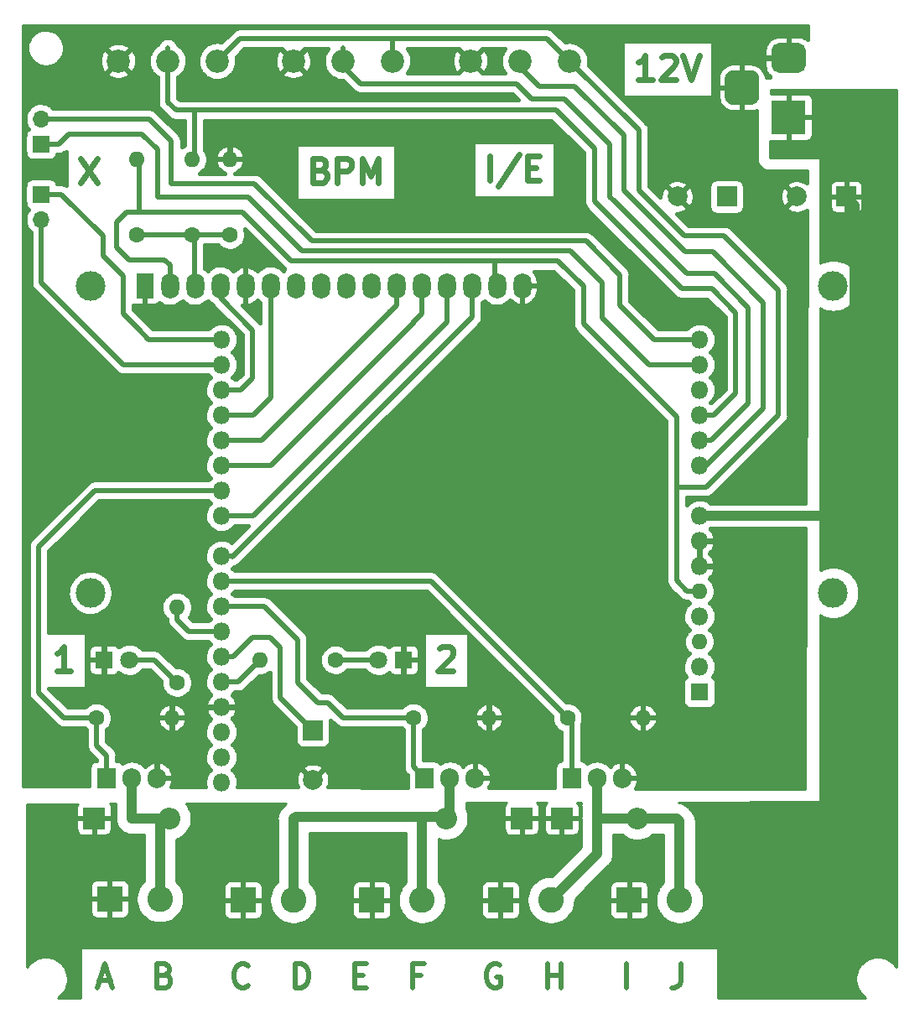
<source format=gbr>
G04 #@! TF.GenerationSoftware,KiCad,Pcbnew,5.99.0-unknown-c7daca1~100~ubuntu18.04.1*
G04 #@! TF.CreationDate,2020-03-29T20:06:04-07:00*
G04 #@! TF.ProjectId,ventilator,76656e74-696c-4617-946f-722e6b696361,rev?*
G04 #@! TF.SameCoordinates,Original*
G04 #@! TF.FileFunction,Copper,L1,Top*
G04 #@! TF.FilePolarity,Positive*
%FSLAX46Y46*%
G04 Gerber Fmt 4.6, Leading zero omitted, Abs format (unit mm)*
G04 Created by KiCad (PCBNEW 5.99.0-unknown-c7daca1~100~ubuntu18.04.1) date 2020-03-29 20:06:04*
%MOMM*%
%LPD*%
G01*
G04 APERTURE LIST*
G04 #@! TA.AperFunction,NonConductor*
%ADD10C,0.625000*%
G04 #@! TD*
G04 #@! TA.AperFunction,NonConductor*
%ADD11C,0.500000*%
G04 #@! TD*
G04 #@! TA.AperFunction,ComponentPad*
%ADD12O,1.800000X1.800000*%
G04 #@! TD*
G04 #@! TA.AperFunction,ComponentPad*
%ADD13O,1.600000X1.600000*%
G04 #@! TD*
G04 #@! TA.AperFunction,ComponentPad*
%ADD14R,1.800000X1.800000*%
G04 #@! TD*
G04 #@! TA.AperFunction,ComponentPad*
%ADD15C,1.600000*%
G04 #@! TD*
G04 #@! TA.AperFunction,ComponentPad*
%ADD16R,2.000000X2.000000*%
G04 #@! TD*
G04 #@! TA.AperFunction,ComponentPad*
%ADD17C,2.000000*%
G04 #@! TD*
G04 #@! TA.AperFunction,ComponentPad*
%ADD18C,2.600000*%
G04 #@! TD*
G04 #@! TA.AperFunction,ComponentPad*
%ADD19R,2.600000X2.600000*%
G04 #@! TD*
G04 #@! TA.AperFunction,ComponentPad*
%ADD20O,1.905000X2.000000*%
G04 #@! TD*
G04 #@! TA.AperFunction,ComponentPad*
%ADD21R,1.905000X2.000000*%
G04 #@! TD*
G04 #@! TA.AperFunction,ComponentPad*
%ADD22O,2.200000X2.200000*%
G04 #@! TD*
G04 #@! TA.AperFunction,ComponentPad*
%ADD23R,2.200000X2.200000*%
G04 #@! TD*
G04 #@! TA.AperFunction,ComponentPad*
%ADD24R,1.700000X1.700000*%
G04 #@! TD*
G04 #@! TA.AperFunction,ComponentPad*
%ADD25O,1.700000X1.700000*%
G04 #@! TD*
G04 #@! TA.AperFunction,ComponentPad*
%ADD26R,3.500000X3.500000*%
G04 #@! TD*
G04 #@! TA.AperFunction,ComponentPad*
%ADD27C,2.340000*%
G04 #@! TD*
G04 #@! TA.AperFunction,ComponentPad*
%ADD28R,1.800000X2.600000*%
G04 #@! TD*
G04 #@! TA.AperFunction,ComponentPad*
%ADD29O,1.800000X2.600000*%
G04 #@! TD*
G04 #@! TA.AperFunction,ComponentPad*
%ADD30C,3.000000*%
G04 #@! TD*
G04 #@! TA.AperFunction,ComponentPad*
%ADD31C,1.800000*%
G04 #@! TD*
G04 #@! TA.AperFunction,Conductor*
%ADD32C,1.000000*%
G04 #@! TD*
G04 #@! TA.AperFunction,Conductor*
%ADD33C,0.500000*%
G04 #@! TD*
G04 #@! TA.AperFunction,Conductor*
%ADD34C,0.400000*%
G04 #@! TD*
G04 #@! TA.AperFunction,Conductor*
%ADD35C,0.254000*%
G04 #@! TD*
G04 APERTURE END LIST*
D10*
X61187166Y-74875452D02*
X62853833Y-77375452D01*
X62853833Y-74875452D02*
X61187166Y-77375452D01*
X97374214Y-124389547D02*
X97493261Y-124270500D01*
X97731357Y-124151452D01*
X98326595Y-124151452D01*
X98564690Y-124270500D01*
X98683738Y-124389547D01*
X98802785Y-124627642D01*
X98802785Y-124865738D01*
X98683738Y-125222880D01*
X97255166Y-126651452D01*
X98802785Y-126651452D01*
X60194785Y-126651452D02*
X58766214Y-126651452D01*
X59480500Y-126651452D02*
X59480500Y-124151452D01*
X59242404Y-124508595D01*
X59004309Y-124746690D01*
X58766214Y-124865738D01*
X85428500Y-76065928D02*
X85785642Y-76184976D01*
X85904690Y-76304023D01*
X86023738Y-76542119D01*
X86023738Y-76899261D01*
X85904690Y-77137357D01*
X85785642Y-77256404D01*
X85547547Y-77375452D01*
X84595166Y-77375452D01*
X84595166Y-74875452D01*
X85428500Y-74875452D01*
X85666595Y-74994500D01*
X85785642Y-75113547D01*
X85904690Y-75351642D01*
X85904690Y-75589738D01*
X85785642Y-75827833D01*
X85666595Y-75946880D01*
X85428500Y-76065928D01*
X84595166Y-76065928D01*
X87095166Y-77375452D02*
X87095166Y-74875452D01*
X88047547Y-74875452D01*
X88285642Y-74994500D01*
X88404690Y-75113547D01*
X88523738Y-75351642D01*
X88523738Y-75708785D01*
X88404690Y-75946880D01*
X88285642Y-76065928D01*
X88047547Y-76184976D01*
X87095166Y-76184976D01*
X89595166Y-77375452D02*
X89595166Y-74875452D01*
X90428500Y-76661166D01*
X91261833Y-74875452D01*
X91261833Y-77375452D01*
X118892880Y-66961452D02*
X117464309Y-66961452D01*
X118178595Y-66961452D02*
X118178595Y-64461452D01*
X117940500Y-64818595D01*
X117702404Y-65056690D01*
X117464309Y-65175738D01*
X119845261Y-64699547D02*
X119964309Y-64580500D01*
X120202404Y-64461452D01*
X120797642Y-64461452D01*
X121035738Y-64580500D01*
X121154785Y-64699547D01*
X121273833Y-64937642D01*
X121273833Y-65175738D01*
X121154785Y-65532880D01*
X119726214Y-66961452D01*
X121273833Y-66961452D01*
X121988119Y-64461452D02*
X122821452Y-66961452D01*
X123654785Y-64461452D01*
X102506023Y-77121452D02*
X102506023Y-74621452D01*
X105482214Y-74502404D02*
X103339357Y-77716690D01*
X106315547Y-75811928D02*
X107148880Y-75811928D01*
X107506023Y-77121452D02*
X106315547Y-77121452D01*
X106315547Y-74621452D01*
X107506023Y-74621452D01*
D11*
X63056642Y-157924500D02*
X64199500Y-157924500D01*
X62828071Y-158610214D02*
X63628071Y-156210214D01*
X64428071Y-158610214D01*
X69685214Y-157353071D02*
X70028071Y-157467357D01*
X70142357Y-157581642D01*
X70256642Y-157810214D01*
X70256642Y-158153071D01*
X70142357Y-158381642D01*
X70028071Y-158495928D01*
X69799500Y-158610214D01*
X68885214Y-158610214D01*
X68885214Y-156210214D01*
X69685214Y-156210214D01*
X69913785Y-156324500D01*
X70028071Y-156438785D01*
X70142357Y-156667357D01*
X70142357Y-156895928D01*
X70028071Y-157124500D01*
X69913785Y-157238785D01*
X69685214Y-157353071D01*
X68885214Y-157353071D01*
X78142357Y-158381642D02*
X78028071Y-158495928D01*
X77685214Y-158610214D01*
X77456642Y-158610214D01*
X77113785Y-158495928D01*
X76885214Y-158267357D01*
X76770928Y-158038785D01*
X76656642Y-157581642D01*
X76656642Y-157238785D01*
X76770928Y-156781642D01*
X76885214Y-156553071D01*
X77113785Y-156324500D01*
X77456642Y-156210214D01*
X77685214Y-156210214D01*
X78028071Y-156324500D01*
X78142357Y-156438785D01*
X82828071Y-158610214D02*
X82828071Y-156210214D01*
X83399500Y-156210214D01*
X83742357Y-156324500D01*
X83970928Y-156553071D01*
X84085214Y-156781642D01*
X84199500Y-157238785D01*
X84199500Y-157581642D01*
X84085214Y-158038785D01*
X83970928Y-158267357D01*
X83742357Y-158495928D01*
X83399500Y-158610214D01*
X82828071Y-158610214D01*
X88885214Y-157353071D02*
X89685214Y-157353071D01*
X90028071Y-158610214D02*
X88885214Y-158610214D01*
X88885214Y-156210214D01*
X90028071Y-156210214D01*
X95513785Y-157353071D02*
X94713785Y-157353071D01*
X94713785Y-158610214D02*
X94713785Y-156210214D01*
X95856642Y-156210214D01*
X103513785Y-156324500D02*
X103285214Y-156210214D01*
X102942357Y-156210214D01*
X102599500Y-156324500D01*
X102370928Y-156553071D01*
X102256642Y-156781642D01*
X102142357Y-157238785D01*
X102142357Y-157581642D01*
X102256642Y-158038785D01*
X102370928Y-158267357D01*
X102599500Y-158495928D01*
X102942357Y-158610214D01*
X103170928Y-158610214D01*
X103513785Y-158495928D01*
X103628071Y-158381642D01*
X103628071Y-157581642D01*
X103170928Y-157581642D01*
X108313785Y-158610214D02*
X108313785Y-156210214D01*
X108313785Y-157353071D02*
X109685214Y-157353071D01*
X109685214Y-158610214D02*
X109685214Y-156210214D01*
X116313785Y-158610214D02*
X116313785Y-156210214D01*
X121799499Y-156210214D02*
X121799499Y-157924500D01*
X121685214Y-158267357D01*
X121456642Y-158495928D01*
X121113785Y-158610214D01*
X120885214Y-158610214D01*
D12*
X75394500Y-95730500D03*
X75394500Y-93190500D03*
X75394500Y-132810500D03*
X123654500Y-93190500D03*
X75394500Y-130270500D03*
X123654500Y-95730500D03*
X75394500Y-127730500D03*
X123654500Y-98270500D03*
X75394500Y-125190500D03*
X123654500Y-100810500D03*
X75394500Y-122650500D03*
X123654500Y-103350500D03*
X75394500Y-120110500D03*
X123654500Y-105890500D03*
X75394500Y-117570500D03*
X123654500Y-110970500D03*
X75394500Y-115030500D03*
X123654500Y-113510500D03*
X75394500Y-110970500D03*
X123654500Y-116050500D03*
X75394500Y-108430500D03*
D13*
X123654500Y-118590500D03*
D12*
X75394500Y-105890500D03*
X123654500Y-121130500D03*
X75394500Y-103350500D03*
D13*
X123654500Y-123670500D03*
D12*
X75394500Y-100810500D03*
X123654500Y-126210500D03*
X75394500Y-98270500D03*
D14*
X123654500Y-128750500D03*
D12*
X75394500Y-135350500D03*
X75394500Y-137890500D03*
D15*
X66846500Y-82594500D03*
D13*
X66846500Y-74974500D03*
X76244500Y-74974500D03*
D15*
X76244500Y-82594500D03*
D16*
X84626500Y-132632500D03*
D17*
X84626500Y-137632500D03*
D13*
X70402500Y-131362500D03*
D15*
X62782500Y-131362500D03*
D18*
X69192500Y-149654500D03*
D19*
X64112500Y-149654500D03*
D20*
X68878500Y-137458500D03*
X66338500Y-137458500D03*
D21*
X63798500Y-137458500D03*
D22*
X70148500Y-141522500D03*
D23*
X62528500Y-141522500D03*
D19*
X77574500Y-149776500D03*
D18*
X82654500Y-149776500D03*
D19*
X90574500Y-149776500D03*
D18*
X95654500Y-149776500D03*
D19*
X103574500Y-149776500D03*
D18*
X108654500Y-149776500D03*
D19*
X116574500Y-149776500D03*
D18*
X121654500Y-149776500D03*
D24*
X57194500Y-73450500D03*
D25*
X57194500Y-70910500D03*
D24*
X57194500Y-78530500D03*
D25*
X57194500Y-81070500D03*
D26*
X132654500Y-70750500D03*
G04 #@! TA.AperFunction,ComponentPad*
G36*
G01*
X131654500Y-63250500D02*
X133654500Y-63250500D01*
G75*
G02*
X134404500Y-64000500I0J-750000D01*
G01*
X134404500Y-65500500D01*
G75*
G02*
X133654500Y-66250500I-750000J0D01*
G01*
X131654500Y-66250500D01*
G75*
G02*
X130904500Y-65500500I0J750000D01*
G01*
X130904500Y-64000500D01*
G75*
G02*
X131654500Y-63250500I750000J0D01*
G01*
G37*
G04 #@! TD.AperFunction*
G04 #@! TA.AperFunction,ComponentPad*
G36*
G01*
X127079500Y-66000500D02*
X128829500Y-66000500D01*
G75*
G02*
X129704500Y-66875500I0J-875000D01*
G01*
X129704500Y-68625500D01*
G75*
G02*
X128829500Y-69500500I-875000J0D01*
G01*
X127079500Y-69500500D01*
G75*
G02*
X126204500Y-68625500I0J875000D01*
G01*
X126204500Y-66875500D01*
G75*
G02*
X127079500Y-66000500I875000J0D01*
G01*
G37*
G04 #@! TD.AperFunction*
D16*
X138474500Y-78750500D03*
D17*
X133474500Y-78750500D03*
D16*
X126409500Y-78750500D03*
D17*
X121409500Y-78750500D03*
D27*
X64974500Y-65068500D03*
X69974500Y-65068500D03*
X74974500Y-65068500D03*
X82654500Y-65068500D03*
X87654500Y-65068500D03*
X92654500Y-65068500D03*
X100534500Y-65068500D03*
X105534500Y-65068500D03*
X110534500Y-65068500D03*
D15*
X72434500Y-82594500D03*
D13*
X72434500Y-74974500D03*
D15*
X94786500Y-131357500D03*
D13*
X102406500Y-131357500D03*
D15*
X110325500Y-131362500D03*
D13*
X117945500Y-131362500D03*
D15*
X86912500Y-125520500D03*
D13*
X79292500Y-125520500D03*
D15*
X70910500Y-127806500D03*
D13*
X70910500Y-120186500D03*
D21*
X95920500Y-137442500D03*
D20*
X98460500Y-137442500D03*
X101000500Y-137442500D03*
D21*
X110765500Y-137447500D03*
D20*
X113305500Y-137447500D03*
X115845500Y-137447500D03*
D28*
X67654500Y-87750500D03*
D29*
X70194500Y-87750500D03*
X72734500Y-87750500D03*
X75274500Y-87750500D03*
X77814500Y-87750500D03*
X80354500Y-87750500D03*
X82894500Y-87750500D03*
X85434500Y-87750500D03*
X87974500Y-87750500D03*
X90514500Y-87750500D03*
X93054500Y-87750500D03*
X95594500Y-87750500D03*
X98134500Y-87750500D03*
X100674500Y-87750500D03*
X103214500Y-87750500D03*
X105754500Y-87750500D03*
D30*
X62155400Y-87750500D03*
X62155400Y-118751200D03*
X137153980Y-118751200D03*
X137154500Y-87750500D03*
D23*
X105708500Y-141522500D03*
D22*
X98088500Y-141522500D03*
D23*
X109765500Y-141527500D03*
D22*
X117385500Y-141527500D03*
D14*
X93770500Y-125520500D03*
D31*
X91230500Y-125520500D03*
D14*
X63544500Y-125520500D03*
D31*
X66084500Y-125520500D03*
D32*
X139354501Y-95270499D02*
X139354501Y-79630501D01*
X139354501Y-79630501D02*
X138474500Y-78750500D01*
D33*
X57194500Y-87420500D02*
X57194500Y-81070500D01*
X65504500Y-95730500D02*
X57194500Y-87420500D01*
X65449500Y-90595500D02*
X65449500Y-86785500D01*
X121329500Y-111075500D02*
X121329500Y-116265500D01*
X80354500Y-89724000D02*
X80354500Y-87750500D01*
X95594500Y-90613000D02*
X95594500Y-87750500D01*
X93054500Y-89724000D02*
X93054500Y-87750500D01*
X74729000Y-93190500D02*
X75394500Y-93190500D01*
X111928101Y-87798101D02*
X111928101Y-91614899D01*
X109380500Y-85250500D02*
X111928101Y-87798101D01*
X111928101Y-91614899D02*
X121329500Y-101016298D01*
X105563702Y-85250500D02*
X109380500Y-85250500D01*
X124330500Y-108074500D02*
X121440000Y-108074500D01*
X121440000Y-108074500D02*
X121329500Y-108185000D01*
X121329500Y-101016298D02*
X121329500Y-108185000D01*
X121329500Y-108185000D02*
X121329500Y-116265500D01*
X129251750Y-103153250D02*
X131616500Y-100788500D01*
X129251750Y-103153250D02*
X124330500Y-108074500D01*
X124322500Y-105890500D02*
X123654500Y-105890500D01*
X130092500Y-100120500D02*
X124322500Y-105890500D01*
X124830500Y-103350500D02*
X128568500Y-99612500D01*
X123654500Y-103350500D02*
X124830500Y-103350500D01*
X127298500Y-98596500D02*
X125084500Y-100810500D01*
X125084500Y-100810500D02*
X123654500Y-100810500D01*
X57194500Y-73450500D02*
X58972500Y-73450500D01*
X87654500Y-64834500D02*
X87654500Y-63750500D01*
X117536500Y-78132500D02*
X122108500Y-82704500D01*
X124983500Y-84343500D02*
X130092500Y-89452500D01*
X130092500Y-93008500D02*
X130092500Y-100120500D01*
X130092500Y-89452500D02*
X130092500Y-93008500D01*
X122247500Y-84343500D02*
X116405500Y-78501500D01*
X122247500Y-84343500D02*
X124983500Y-84343500D01*
X128568500Y-89960500D02*
X128568500Y-93262500D01*
X128568500Y-99612500D02*
X128568500Y-93262500D01*
X127298500Y-90468500D02*
X127298500Y-93008500D01*
X127298500Y-93008500D02*
X127298500Y-98596500D01*
X113836500Y-87430500D02*
X110656500Y-84250500D01*
X113836500Y-90976500D02*
X113836500Y-87430500D01*
X123654500Y-95730500D02*
X118590500Y-95730500D01*
X118590500Y-95730500D02*
X113836500Y-90976500D01*
X119098500Y-93190500D02*
X123654500Y-93190500D01*
X115614500Y-89706500D02*
X119098500Y-93190500D01*
X112206500Y-83250500D02*
X115614500Y-86658500D01*
X115614500Y-86658500D02*
X115614500Y-89706500D01*
X111910500Y-83250500D02*
X112206500Y-83250500D01*
X121837500Y-88055500D02*
X124885500Y-88055500D01*
X113032501Y-79250501D02*
X121837500Y-88055500D01*
X124885500Y-88055500D02*
X127298500Y-90468500D01*
X113032501Y-78318499D02*
X113032501Y-79250501D01*
X125139500Y-86531500D02*
X128568500Y-89960500D01*
X122345500Y-86531500D02*
X125139500Y-86531500D01*
X121329500Y-117519500D02*
X121329500Y-116265500D01*
X122400500Y-118590500D02*
X121329500Y-117519500D01*
X123654500Y-118590500D02*
X122400500Y-118590500D01*
X80380500Y-105890500D02*
X75394500Y-105890500D01*
X94881750Y-91325750D02*
X95594500Y-90613000D01*
X94693750Y-91513750D02*
X94881750Y-91325750D01*
X94881750Y-91389250D02*
X80380500Y-105890500D01*
X94881750Y-91325750D02*
X94881750Y-91389250D01*
X79428000Y-103350500D02*
X92659250Y-90119250D01*
X75394500Y-103350500D02*
X79428000Y-103350500D01*
X92659250Y-90119250D02*
X93054500Y-89724000D01*
X92344250Y-90434250D02*
X92659250Y-90119250D01*
X100674500Y-90930500D02*
X100674500Y-87750500D01*
X80634500Y-110970500D02*
X100674500Y-90930500D01*
X80354500Y-99058500D02*
X80354500Y-87750500D01*
X78602500Y-100810500D02*
X80354500Y-99058500D01*
X75394500Y-100810500D02*
X78602500Y-100810500D01*
X77332500Y-98270500D02*
X75394500Y-98270500D01*
X78530500Y-97072500D02*
X77332500Y-98270500D01*
X75274500Y-88990500D02*
X78530500Y-92246500D01*
X78530500Y-92246500D02*
X78530500Y-97072500D01*
X75274500Y-87750500D02*
X75274500Y-88990500D01*
X68044500Y-93190500D02*
X66973500Y-92119500D01*
X75394500Y-93190500D02*
X68044500Y-93190500D01*
X66973500Y-92119500D02*
X65449500Y-90595500D01*
X65504500Y-95730500D02*
X75394500Y-95730500D01*
X89452500Y-67354500D02*
X87654500Y-65556500D01*
X87654500Y-65556500D02*
X87654500Y-63750500D01*
X90468500Y-67354500D02*
X89452500Y-67354500D01*
X69974500Y-65402500D02*
X69974500Y-63750500D01*
X103030500Y-87566500D02*
X103214500Y-87750500D01*
X103030500Y-85250500D02*
X103030500Y-87566500D01*
X103030500Y-85250500D02*
X105563702Y-85250500D01*
X63798500Y-135172500D02*
X62782500Y-134156500D01*
X62782500Y-134156500D02*
X62782500Y-131362500D01*
X63798500Y-137458500D02*
X63798500Y-135172500D01*
X84520500Y-83250500D02*
X78721000Y-77451000D01*
X111910500Y-83250500D02*
X85790500Y-83250500D01*
X85790500Y-83250500D02*
X84520500Y-83250500D01*
X83488500Y-84250500D02*
X78086000Y-78848000D01*
X110656500Y-84250500D02*
X83732500Y-84250500D01*
X83732500Y-84250500D02*
X83488500Y-84250500D01*
X72688500Y-87704500D02*
X72734500Y-87750500D01*
X72688500Y-82594500D02*
X72688500Y-87704500D01*
X72688500Y-74974500D02*
X72688500Y-71926500D01*
X69974500Y-68798500D02*
X69974500Y-63750500D01*
X96533500Y-117570500D02*
X110325500Y-131362500D01*
X91662500Y-117570500D02*
X96533500Y-117570500D01*
X92424500Y-117570500D02*
X91662500Y-117570500D01*
X91662500Y-117570500D02*
X75394500Y-117570500D01*
X110765500Y-131802500D02*
X110325500Y-131362500D01*
X110765500Y-137447500D02*
X110765500Y-131802500D01*
D32*
X97900490Y-141334490D02*
X98088500Y-141522500D01*
X82654500Y-141582500D02*
X82902510Y-141334490D01*
X82654500Y-149776500D02*
X82654500Y-141582500D01*
X98460500Y-141150500D02*
X98088500Y-141522500D01*
X98460500Y-137442500D02*
X98460500Y-141150500D01*
X95654500Y-141416500D02*
X95736510Y-141334490D01*
X95654500Y-149776500D02*
X95654500Y-141416500D01*
X95736510Y-141334490D02*
X97900490Y-141334490D01*
X82902510Y-141334490D02*
X95736510Y-141334490D01*
X121349500Y-141527500D02*
X117385500Y-141527500D01*
X121654500Y-141832500D02*
X121349500Y-141527500D01*
X121654500Y-149776500D02*
X121654500Y-141832500D01*
X113333500Y-141527500D02*
X113305500Y-141499500D01*
X117385500Y-141527500D02*
X113333500Y-141527500D01*
X113305500Y-140229500D02*
X113305500Y-137447500D01*
X113305500Y-141499500D02*
X113305500Y-140229500D01*
X113328500Y-140252500D02*
X113305500Y-140229500D01*
X113328500Y-145102500D02*
X113328500Y-140252500D01*
X108654500Y-149776500D02*
X113328500Y-145102500D01*
D33*
X77082500Y-127730500D02*
X79292500Y-125520500D01*
X75394500Y-127730500D02*
X77082500Y-127730500D01*
X76574500Y-125190500D02*
X78530500Y-123234500D01*
X75394500Y-125190500D02*
X76574500Y-125190500D01*
X78530500Y-123234500D02*
X80308500Y-123234500D01*
X81324500Y-129330500D02*
X84626500Y-132632500D01*
X81324500Y-128568500D02*
X81324500Y-129330500D01*
X80308500Y-123234500D02*
X81324500Y-124250500D01*
X81324500Y-124250500D02*
X81324500Y-128568500D01*
X78962500Y-120110500D02*
X79724500Y-120110500D01*
X78962500Y-120110500D02*
X75394500Y-120110500D01*
X83102500Y-123488500D02*
X83102500Y-127806500D01*
X79724500Y-120110500D02*
X83102500Y-123488500D01*
X83102500Y-127806500D02*
X85134500Y-129838500D01*
X94786500Y-136308500D02*
X95920500Y-137442500D01*
X94786500Y-131357500D02*
X94786500Y-136308500D01*
X87669500Y-131357500D02*
X94786500Y-131357500D01*
X86150500Y-129838500D02*
X87669500Y-131357500D01*
X85134500Y-129838500D02*
X86150500Y-129838500D01*
X91230500Y-125520500D02*
X86912500Y-125520500D01*
X76422500Y-115030500D02*
X75394500Y-115030500D01*
X76498500Y-115106500D02*
X76422500Y-115030500D01*
X80634500Y-110970500D02*
X76498500Y-115106500D01*
X75394500Y-108430500D02*
X62600500Y-108430500D01*
D32*
X66338500Y-137458500D02*
X66338500Y-141522500D01*
X69192500Y-141582500D02*
X69132500Y-141522500D01*
X69192500Y-149654500D02*
X69192500Y-141582500D01*
X69132500Y-141522500D02*
X70148500Y-141522500D01*
X66338500Y-141522500D02*
X69132500Y-141522500D01*
D33*
X68624500Y-125520500D02*
X70910500Y-127806500D01*
X66084500Y-125520500D02*
X68624500Y-125520500D01*
X72104500Y-122650500D02*
X75394500Y-122650500D01*
X70910500Y-121456500D02*
X72104500Y-122650500D01*
X70910500Y-120186500D02*
X70910500Y-121456500D01*
X69974500Y-69212500D02*
X70783500Y-70021500D01*
X69974500Y-68798500D02*
X69974500Y-69212500D01*
X72688500Y-71926500D02*
X72688500Y-70148500D01*
X72688500Y-70148500D02*
X72561500Y-70021500D01*
X70783500Y-70021500D02*
X72561500Y-70021500D01*
X92654500Y-65068500D02*
X92654500Y-62936500D01*
X108248500Y-62782500D02*
X110534500Y-65068500D01*
X92654500Y-62936500D02*
X92808500Y-62782500D01*
X77260500Y-62782500D02*
X74974500Y-65068500D01*
X93262500Y-62782500D02*
X77260500Y-62782500D01*
X92808500Y-62782500D02*
X93262500Y-62782500D01*
X93262500Y-62782500D02*
X108248500Y-62782500D01*
X110654500Y-65188500D02*
X110534500Y-65068500D01*
X105534500Y-65656500D02*
X105534500Y-65068500D01*
X107486500Y-67608500D02*
X105534500Y-65656500D01*
X105200500Y-67354500D02*
X102406500Y-67354500D01*
X102406500Y-67354500D02*
X90468500Y-67354500D01*
X105835500Y-70021500D02*
X102533500Y-70021500D01*
X72561500Y-70021500D02*
X102533500Y-70021500D01*
X102533500Y-70021500D02*
X103041500Y-70021500D01*
X114979500Y-79165500D02*
X114598500Y-78784500D01*
X114979500Y-79165500D02*
X122345500Y-86531500D01*
X114893500Y-79079500D02*
X114979500Y-79165500D01*
X115995500Y-78149500D02*
X115995500Y-76117500D01*
X116347500Y-78501500D02*
X115995500Y-78149500D01*
X116405500Y-78501500D02*
X116347500Y-78501500D01*
X113032501Y-73916501D02*
X109137500Y-70021500D01*
X113032501Y-77810499D02*
X113032501Y-78318499D01*
X113032501Y-77218501D02*
X113032501Y-77810499D01*
X109137500Y-70021500D02*
X105835500Y-70021500D01*
X113032501Y-77810499D02*
X113032501Y-73916501D01*
X105200500Y-67354500D02*
X106724500Y-68878500D01*
X114598500Y-77006500D02*
X114598500Y-76752500D01*
X114598500Y-73450500D02*
X110026500Y-68878500D01*
X114598500Y-77514500D02*
X114598500Y-73450500D01*
X106724500Y-68878500D02*
X110026500Y-68878500D01*
X114598500Y-78784500D02*
X114598500Y-77514500D01*
X114598500Y-77514500D02*
X114598500Y-77006500D01*
X111042500Y-67608500D02*
X107486500Y-67608500D01*
X115995500Y-72561500D02*
X111042500Y-67608500D01*
X115995500Y-76117500D02*
X115995500Y-72561500D01*
X117536500Y-76388500D02*
X117536500Y-72070500D01*
X117536500Y-75880500D02*
X117536500Y-76388500D01*
X117536500Y-72070500D02*
X110534500Y-65068500D01*
X117536500Y-76388500D02*
X117536500Y-78132500D01*
D32*
X123654500Y-110970500D02*
X140578500Y-110970500D01*
D33*
X77514500Y-80308500D02*
X82456500Y-85250500D01*
X82456500Y-85250500D02*
X82964500Y-85250500D01*
X82964500Y-85250500D02*
X103030500Y-85250500D01*
X75228500Y-80308500D02*
X77514500Y-80308500D01*
X72688500Y-82594500D02*
X76244500Y-82594500D01*
X70339000Y-73133000D02*
X68116500Y-70910500D01*
X68116500Y-70910500D02*
X59226500Y-70910500D01*
X70339000Y-77451000D02*
X70339000Y-73133000D01*
X78721000Y-77451000D02*
X70339000Y-77451000D01*
X57194500Y-70910500D02*
X59226500Y-70910500D01*
X59988500Y-72434500D02*
X58972500Y-73450500D01*
X67354500Y-72434500D02*
X59988500Y-72434500D01*
X78086000Y-78848000D02*
X68942000Y-78848000D01*
X68942000Y-78848000D02*
X68942000Y-74022000D01*
X68942000Y-74022000D02*
X67354500Y-72434500D01*
X75228500Y-80308500D02*
X72434500Y-80308500D01*
X72434500Y-80308500D02*
X70148500Y-80308500D01*
X70148500Y-87704500D02*
X70194500Y-87750500D01*
X70148500Y-80308500D02*
X68116500Y-80308500D01*
X72434500Y-82594500D02*
X66846500Y-82594500D01*
X67100500Y-75228500D02*
X66846500Y-74974500D01*
X67100500Y-80308500D02*
X67100500Y-75228500D01*
X68116500Y-80308500D02*
X67100500Y-80308500D01*
X65830500Y-80308500D02*
X67100500Y-80308500D01*
X64814500Y-81324500D02*
X65830500Y-80308500D01*
X70194500Y-87750500D02*
X70194500Y-85688500D01*
X66084500Y-85134500D02*
X64814500Y-83864500D01*
X69640500Y-85134500D02*
X66084500Y-85134500D01*
X70194500Y-85688500D02*
X69640500Y-85134500D01*
X64814500Y-83864500D02*
X64814500Y-81324500D01*
X59226500Y-78530500D02*
X63417500Y-82721500D01*
X63417500Y-82721500D02*
X63417500Y-84753500D01*
X65449500Y-86785500D02*
X63417500Y-84753500D01*
X57194500Y-78530500D02*
X59226500Y-78530500D01*
X126138500Y-82704500D02*
X131616500Y-88182500D01*
X125884500Y-82704500D02*
X126138500Y-82704500D01*
X131616500Y-88182500D02*
X131616500Y-100788500D01*
X122108500Y-82704500D02*
X125884500Y-82704500D01*
X56940500Y-114090500D02*
X58845500Y-112185500D01*
X56940500Y-128822500D02*
X56940500Y-114090500D01*
X62600500Y-108430500D02*
X58845500Y-112185500D01*
X59480500Y-131362500D02*
X56940500Y-128822500D01*
X62782500Y-131362500D02*
X59480500Y-131362500D01*
X58845500Y-112185500D02*
X58464500Y-112566500D01*
X77188500Y-110970500D02*
X75394500Y-110970500D01*
X98134500Y-91438500D02*
X98134500Y-87750500D01*
X78602500Y-110970500D02*
X98134500Y-91438500D01*
X78348500Y-110970500D02*
X78602500Y-110970500D01*
X77188500Y-110970500D02*
X78348500Y-110970500D01*
G36*
X110877101Y-88233439D02*
G01*
X110877102Y-91546016D01*
X110869750Y-91601856D01*
X110869750Y-91627942D01*
X110902437Y-91876222D01*
X110909189Y-91901419D01*
X110968182Y-92043841D01*
X111005022Y-92132779D01*
X111018065Y-92155370D01*
X111170512Y-92354043D01*
X111188958Y-92372489D01*
X111233645Y-92406779D01*
X120278500Y-101451636D01*
X120278501Y-108116117D01*
X120271149Y-108171957D01*
X120271149Y-108198043D01*
X120278500Y-108253882D01*
X120278500Y-111019665D01*
X120278501Y-116209664D01*
X120278500Y-117450618D01*
X120271149Y-117506457D01*
X120271149Y-117532543D01*
X120303836Y-117780823D01*
X120310588Y-117806020D01*
X120325659Y-117842406D01*
X120406420Y-118037379D01*
X120419462Y-118059969D01*
X120571909Y-118258644D01*
X120590356Y-118277090D01*
X120635044Y-118311380D01*
X121608623Y-119284961D01*
X121642910Y-119329644D01*
X121661356Y-119348090D01*
X121860030Y-119500538D01*
X121882621Y-119513581D01*
X122016080Y-119568861D01*
X122113980Y-119609412D01*
X122139177Y-119616164D01*
X122387457Y-119648851D01*
X122413543Y-119648851D01*
X122450384Y-119644001D01*
X122573876Y-119775968D01*
X122586392Y-119787257D01*
X122598199Y-119796219D01*
X122428105Y-119947235D01*
X122416821Y-119959043D01*
X122251315Y-120163426D01*
X122242110Y-120176919D01*
X122112209Y-120405589D01*
X122105332Y-120420403D01*
X122014521Y-120667219D01*
X122010156Y-120682958D01*
X121960877Y-120941291D01*
X121959141Y-120957532D01*
X121952716Y-121220444D01*
X121953656Y-121236750D01*
X121990257Y-121497182D01*
X121993848Y-121513115D01*
X122072493Y-121764072D01*
X122078638Y-121779205D01*
X122197214Y-122013947D01*
X122205749Y-122027873D01*
X122361073Y-122240098D01*
X122371767Y-122252443D01*
X122559667Y-122436448D01*
X122572234Y-122446881D01*
X122597088Y-122464284D01*
X122596833Y-122464505D01*
X122419443Y-122646919D01*
X122408756Y-122659953D01*
X122264638Y-122869647D01*
X122256300Y-122884295D01*
X122149573Y-123115272D01*
X122143822Y-123131116D01*
X122077539Y-123376774D01*
X122074539Y-123393360D01*
X122050594Y-123646676D01*
X122050432Y-123663530D01*
X122069510Y-123917257D01*
X122072190Y-123933897D01*
X122133746Y-124180784D01*
X122139192Y-124196735D01*
X122241465Y-124429718D01*
X122249520Y-124444524D01*
X122389586Y-124656946D01*
X122400021Y-124670183D01*
X122573876Y-124855968D01*
X122586392Y-124867257D01*
X122598199Y-124876219D01*
X122428105Y-125027235D01*
X122416821Y-125039043D01*
X122251315Y-125243426D01*
X122242110Y-125256919D01*
X122112209Y-125485589D01*
X122105332Y-125500403D01*
X122014521Y-125747219D01*
X122010156Y-125762958D01*
X121960877Y-126021291D01*
X121959141Y-126037532D01*
X121952716Y-126300444D01*
X121953656Y-126316750D01*
X121990257Y-126577182D01*
X121993848Y-126593115D01*
X122072493Y-126844072D01*
X122078638Y-126859205D01*
X122197214Y-127093947D01*
X122205749Y-127107873D01*
X122274771Y-127202180D01*
X122267793Y-127207250D01*
X122111250Y-127363793D01*
X122092839Y-127389134D01*
X121992332Y-127586390D01*
X121982653Y-127616180D01*
X121949248Y-127827092D01*
X121948021Y-127842681D01*
X121948021Y-129658319D01*
X121949248Y-129673908D01*
X121982653Y-129884820D01*
X121992332Y-129914610D01*
X122092839Y-130111866D01*
X122111250Y-130137207D01*
X122267793Y-130293750D01*
X122293134Y-130312161D01*
X122490390Y-130412668D01*
X122520180Y-130422347D01*
X122731092Y-130455752D01*
X122746681Y-130456979D01*
X124562319Y-130456979D01*
X124577908Y-130455752D01*
X124788820Y-130422347D01*
X124818610Y-130412668D01*
X125015866Y-130312161D01*
X125041207Y-130293750D01*
X125197750Y-130137207D01*
X125216161Y-130111866D01*
X125316668Y-129914610D01*
X125326347Y-129884820D01*
X125359752Y-129673908D01*
X125360979Y-129658319D01*
X125360979Y-127842681D01*
X125359752Y-127827092D01*
X125326347Y-127616180D01*
X125316668Y-127586390D01*
X125216161Y-127389134D01*
X125197750Y-127363793D01*
X125041207Y-127207250D01*
X125038272Y-127205118D01*
X125043169Y-127198304D01*
X125178620Y-126972877D01*
X125185857Y-126958234D01*
X125282670Y-126713710D01*
X125287418Y-126698083D01*
X125343252Y-126439841D01*
X125345474Y-126421204D01*
X125353749Y-126082651D01*
X125352440Y-126063928D01*
X125309287Y-125803266D01*
X125305308Y-125787425D01*
X125220555Y-125538465D01*
X125214042Y-125523487D01*
X125089765Y-125291711D01*
X125080893Y-125277997D01*
X124920431Y-125069633D01*
X124909438Y-125057552D01*
X124717099Y-124878193D01*
X124709604Y-124872274D01*
X124787748Y-124805768D01*
X124799614Y-124793798D01*
X124962827Y-124598597D01*
X124972506Y-124584799D01*
X125100497Y-124364889D01*
X125107713Y-124349657D01*
X125196821Y-124111327D01*
X125201368Y-124095097D01*
X125249136Y-123844690D01*
X125250897Y-123826965D01*
X125253606Y-123544710D01*
X125252186Y-123526955D01*
X125209234Y-123275678D01*
X125205000Y-123259363D01*
X125120483Y-123019366D01*
X125113560Y-123003998D01*
X124989816Y-122781673D01*
X124980403Y-122767691D01*
X124820967Y-122569393D01*
X124809333Y-122557197D01*
X124706379Y-122466112D01*
X124851620Y-122343375D01*
X124863190Y-122331846D01*
X125033638Y-122131567D01*
X125043169Y-122118304D01*
X125178620Y-121892877D01*
X125185857Y-121878234D01*
X125282670Y-121633710D01*
X125287418Y-121618083D01*
X125343252Y-121359841D01*
X125345474Y-121341204D01*
X125353749Y-121002651D01*
X125352440Y-120983928D01*
X125309287Y-120723266D01*
X125305308Y-120707425D01*
X125220555Y-120458465D01*
X125214042Y-120443487D01*
X125089765Y-120211711D01*
X125080893Y-120197997D01*
X124920431Y-119989633D01*
X124909438Y-119977552D01*
X124717099Y-119798193D01*
X124709604Y-119792274D01*
X124787748Y-119725768D01*
X124799614Y-119713798D01*
X124962827Y-119518597D01*
X124972506Y-119504799D01*
X125100497Y-119284889D01*
X125107713Y-119269657D01*
X125196821Y-119031327D01*
X125201368Y-119015097D01*
X125249136Y-118764690D01*
X125250897Y-118746965D01*
X125253606Y-118464710D01*
X125252186Y-118446955D01*
X125209234Y-118195678D01*
X125205000Y-118179363D01*
X125120483Y-117939366D01*
X125113560Y-117923998D01*
X124989816Y-117701673D01*
X124980403Y-117687691D01*
X124820967Y-117489393D01*
X124809333Y-117477197D01*
X124636907Y-117324648D01*
X124793450Y-117191420D01*
X124805316Y-117179450D01*
X124969400Y-116983208D01*
X124979079Y-116969410D01*
X125107753Y-116748327D01*
X125114970Y-116733095D01*
X125204552Y-116493492D01*
X125209099Y-116477262D01*
X125252489Y-116249806D01*
X125133109Y-116105500D01*
X123599500Y-116105500D01*
X123599500Y-113682072D01*
X123709500Y-113682072D01*
X123709500Y-115878928D01*
X123826072Y-115995500D01*
X125132013Y-115995500D01*
X125251272Y-115854126D01*
X125217005Y-115653660D01*
X125212771Y-115637346D01*
X125127804Y-115396068D01*
X125120881Y-115380700D01*
X124996476Y-115157188D01*
X124987063Y-115143207D01*
X124826776Y-114943851D01*
X124815142Y-114931655D01*
X124643061Y-114779410D01*
X124793450Y-114651420D01*
X124805316Y-114639450D01*
X124969400Y-114443208D01*
X124979079Y-114429410D01*
X125107753Y-114208327D01*
X125114970Y-114193095D01*
X125204552Y-113953492D01*
X125209099Y-113937262D01*
X125252489Y-113709806D01*
X125133109Y-113565500D01*
X123826072Y-113565500D01*
X123709500Y-113682072D01*
X123599500Y-113682072D01*
X123599500Y-113455500D01*
X125132013Y-113455500D01*
X125251272Y-113314126D01*
X125217005Y-113113660D01*
X125212771Y-113097346D01*
X125127804Y-112856068D01*
X125120881Y-112840700D01*
X124996476Y-112617188D01*
X124987063Y-112603207D01*
X124826776Y-112403851D01*
X124815142Y-112391655D01*
X124712555Y-112300893D01*
X124747338Y-112271500D01*
X134340766Y-112271500D01*
X134222386Y-136499857D01*
X134212473Y-138528757D01*
X117192680Y-138465094D01*
X117288745Y-138324268D01*
X117296812Y-138310067D01*
X117404806Y-138077414D01*
X117410446Y-138062085D01*
X117479155Y-137814331D01*
X117482338Y-137797071D01*
X117497881Y-137632641D01*
X117379462Y-137502500D01*
X115790500Y-137502500D01*
X115790500Y-135869864D01*
X115789233Y-135868776D01*
X115900500Y-135868776D01*
X115900500Y-137275928D01*
X116017072Y-137392500D01*
X117381278Y-137392500D01*
X117499507Y-137264153D01*
X117488988Y-137136201D01*
X117486320Y-137120087D01*
X117423834Y-136871318D01*
X117418571Y-136855857D01*
X117316294Y-136620634D01*
X117308575Y-136606239D01*
X117169252Y-136390880D01*
X117159287Y-136377940D01*
X116986661Y-136188227D01*
X116974716Y-136177088D01*
X116773424Y-136018118D01*
X116759820Y-136009079D01*
X116535267Y-135885119D01*
X116520369Y-135878423D01*
X116278585Y-135792803D01*
X116262793Y-135788631D01*
X116042936Y-135749469D01*
X115900500Y-135868776D01*
X115789233Y-135868776D01*
X115651772Y-135750750D01*
X115467698Y-135778917D01*
X115451810Y-135782702D01*
X115208007Y-135862390D01*
X115192950Y-135868719D01*
X114965435Y-135987156D01*
X114951614Y-135995859D01*
X114746499Y-136149864D01*
X114734284Y-136160709D01*
X114637194Y-136262309D01*
X114552920Y-136163637D01*
X114541862Y-136152580D01*
X114344152Y-135983719D01*
X114331501Y-135974528D01*
X114109808Y-135838675D01*
X114095876Y-135831576D01*
X113855662Y-135732076D01*
X113840789Y-135727244D01*
X113587967Y-135666546D01*
X113572522Y-135664100D01*
X113313319Y-135643700D01*
X113297681Y-135643700D01*
X113038477Y-135664100D01*
X113023032Y-135666546D01*
X112770210Y-135727244D01*
X112755337Y-135732076D01*
X112515123Y-135831576D01*
X112501191Y-135838675D01*
X112338704Y-135938247D01*
X112204707Y-135804250D01*
X112179366Y-135785839D01*
X111982110Y-135685332D01*
X111952320Y-135675653D01*
X111816500Y-135654141D01*
X111816500Y-131940592D01*
X111867821Y-131803327D01*
X111872368Y-131787097D01*
X111915752Y-131559671D01*
X116450018Y-131559671D01*
X116482775Y-131745441D01*
X116487273Y-131762226D01*
X116571495Y-131993623D01*
X116578839Y-132009371D01*
X116701962Y-132222628D01*
X116711929Y-132236863D01*
X116870214Y-132425499D01*
X116882501Y-132437786D01*
X117071137Y-132596071D01*
X117085372Y-132606038D01*
X117298629Y-132729161D01*
X117314377Y-132736505D01*
X117545774Y-132820727D01*
X117562559Y-132825225D01*
X117748329Y-132857982D01*
X117890500Y-132738686D01*
X117890500Y-131534072D01*
X118000500Y-131534072D01*
X118000500Y-132738686D01*
X118142671Y-132857982D01*
X118328441Y-132825225D01*
X118345226Y-132820727D01*
X118576623Y-132736505D01*
X118592371Y-132729161D01*
X118805628Y-132606038D01*
X118819863Y-132596071D01*
X119008499Y-132437786D01*
X119020786Y-132425499D01*
X119179071Y-132236863D01*
X119189038Y-132222628D01*
X119312161Y-132009371D01*
X119319505Y-131993623D01*
X119403727Y-131762226D01*
X119408225Y-131745441D01*
X119440982Y-131559671D01*
X119321686Y-131417500D01*
X118117072Y-131417500D01*
X118000500Y-131534072D01*
X117890500Y-131534072D01*
X117773928Y-131417500D01*
X116569314Y-131417500D01*
X116450018Y-131559671D01*
X111915752Y-131559671D01*
X111920136Y-131536690D01*
X111921897Y-131518965D01*
X111924606Y-131236710D01*
X111923186Y-131218955D01*
X111914020Y-131165329D01*
X116450018Y-131165329D01*
X116569314Y-131307500D01*
X117773928Y-131307500D01*
X117890500Y-131190928D01*
X117890500Y-129986314D01*
X118000500Y-129986314D01*
X118000500Y-131190928D01*
X118117072Y-131307500D01*
X119321686Y-131307500D01*
X119440982Y-131165329D01*
X119408225Y-130979559D01*
X119403727Y-130962774D01*
X119319505Y-130731377D01*
X119312161Y-130715629D01*
X119189038Y-130502372D01*
X119179071Y-130488137D01*
X119020786Y-130299501D01*
X119008499Y-130287214D01*
X118819863Y-130128929D01*
X118805628Y-130118962D01*
X118592371Y-129995839D01*
X118576623Y-129988495D01*
X118345226Y-129904273D01*
X118328441Y-129899775D01*
X118142671Y-129867018D01*
X118000500Y-129986314D01*
X117890500Y-129986314D01*
X117748329Y-129867018D01*
X117562559Y-129899775D01*
X117545774Y-129904273D01*
X117314377Y-129988495D01*
X117298629Y-129995839D01*
X117085372Y-130118962D01*
X117071137Y-130128929D01*
X116882501Y-130287214D01*
X116870214Y-130299501D01*
X116711929Y-130488137D01*
X116701962Y-130502372D01*
X116578839Y-130715629D01*
X116571495Y-130731377D01*
X116487273Y-130962774D01*
X116482775Y-130979559D01*
X116450018Y-131165329D01*
X111914020Y-131165329D01*
X111880234Y-130967678D01*
X111876000Y-130951363D01*
X111791483Y-130711366D01*
X111784560Y-130695998D01*
X111660816Y-130473673D01*
X111651403Y-130459691D01*
X111491967Y-130261393D01*
X111480333Y-130249197D01*
X111289765Y-130080597D01*
X111276243Y-130070537D01*
X111059994Y-129936456D01*
X111044969Y-129928816D01*
X110809219Y-129833089D01*
X110793122Y-129828091D01*
X110544615Y-129773453D01*
X110527905Y-129771238D01*
X110273744Y-129759252D01*
X110256901Y-129759884D01*
X110214436Y-129765098D01*
X97325380Y-116876044D01*
X97291090Y-116831356D01*
X97272644Y-116812910D01*
X97073970Y-116660462D01*
X97051379Y-116647419D01*
X96820020Y-116551588D01*
X96794822Y-116544836D01*
X96615311Y-116521203D01*
X96546543Y-116512149D01*
X96520457Y-116512149D01*
X96464618Y-116519500D01*
X76729638Y-116519500D01*
X76660431Y-116429633D01*
X76649438Y-116417552D01*
X76523966Y-116300547D01*
X76591620Y-116243375D01*
X76603190Y-116231846D01*
X76678965Y-116142809D01*
X76759823Y-116132164D01*
X76785020Y-116125412D01*
X77016379Y-116029580D01*
X77038970Y-116016537D01*
X77093349Y-115974810D01*
X77093350Y-115974810D01*
X77237644Y-115864089D01*
X77256089Y-115845643D01*
X77290376Y-115800960D01*
X81421526Y-111669812D01*
X81421541Y-111669795D01*
X101368961Y-91722377D01*
X101413644Y-91688090D01*
X101432090Y-91669644D01*
X101584538Y-91470970D01*
X101597581Y-91448379D01*
X101693412Y-91217020D01*
X101700164Y-91191823D01*
X101716482Y-91067878D01*
X101716483Y-91067877D01*
X101732851Y-90943543D01*
X101732851Y-90917457D01*
X101725500Y-90861618D01*
X101725500Y-89486073D01*
X101799816Y-89430275D01*
X101812031Y-89419431D01*
X101945168Y-89280110D01*
X102046308Y-89391260D01*
X102058253Y-89402399D01*
X102264642Y-89565395D01*
X102278246Y-89574434D01*
X102508485Y-89701532D01*
X102523383Y-89708227D01*
X102771289Y-89796017D01*
X102787081Y-89800189D01*
X103045997Y-89846308D01*
X103062258Y-89847845D01*
X103325228Y-89851059D01*
X103341521Y-89849920D01*
X103601487Y-89810139D01*
X103617375Y-89806354D01*
X103867352Y-89724648D01*
X103882409Y-89718319D01*
X104115685Y-89596883D01*
X104129506Y-89588180D01*
X104339816Y-89430275D01*
X104352031Y-89419431D01*
X104533726Y-89229296D01*
X104544004Y-89216604D01*
X104547334Y-89211723D01*
X104649267Y-89323745D01*
X104661212Y-89334884D01*
X104855729Y-89488504D01*
X104869333Y-89497543D01*
X105086327Y-89617330D01*
X105101225Y-89624026D01*
X105334872Y-89706764D01*
X105350663Y-89710936D01*
X105557063Y-89747702D01*
X105699500Y-89628395D01*
X105699500Y-87922072D01*
X105809500Y-87922072D01*
X105809500Y-89627522D01*
X105948229Y-89746637D01*
X106120093Y-89720337D01*
X106135981Y-89716552D01*
X106371579Y-89639546D01*
X106386636Y-89633217D01*
X106606493Y-89518767D01*
X106620314Y-89510064D01*
X106818526Y-89361242D01*
X106830740Y-89350398D01*
X107001984Y-89171201D01*
X107012263Y-89158508D01*
X107151940Y-88953748D01*
X107160007Y-88939547D01*
X107264366Y-88714725D01*
X107270006Y-88699396D01*
X107336408Y-88459961D01*
X107339591Y-88442701D01*
X107361058Y-88215601D01*
X107361500Y-88206232D01*
X107361500Y-87922072D01*
X107244928Y-87805500D01*
X105926072Y-87805500D01*
X105809500Y-87922072D01*
X105699500Y-87922072D01*
X105699500Y-87695500D01*
X107244928Y-87695500D01*
X107361500Y-87578928D01*
X107361500Y-87287730D01*
X107361165Y-87279574D01*
X107346016Y-87095304D01*
X107343348Y-87079190D01*
X107282965Y-86838795D01*
X107277701Y-86823333D01*
X107178867Y-86596028D01*
X107171148Y-86581633D01*
X107036515Y-86373523D01*
X107026549Y-86360582D01*
X106972788Y-86301500D01*
X108945164Y-86301500D01*
X110877101Y-88233439D01*
G37*
D34*
X110877101Y-88233439D02*
X110877102Y-91546016D01*
X110869750Y-91601856D01*
X110869750Y-91627942D01*
X110902437Y-91876222D01*
X110909189Y-91901419D01*
X110968182Y-92043841D01*
X111005022Y-92132779D01*
X111018065Y-92155370D01*
X111170512Y-92354043D01*
X111188958Y-92372489D01*
X111233645Y-92406779D01*
X120278500Y-101451636D01*
X120278501Y-108116117D01*
X120271149Y-108171957D01*
X120271149Y-108198043D01*
X120278500Y-108253882D01*
X120278500Y-111019665D01*
X120278501Y-116209664D01*
X120278500Y-117450618D01*
X120271149Y-117506457D01*
X120271149Y-117532543D01*
X120303836Y-117780823D01*
X120310588Y-117806020D01*
X120325659Y-117842406D01*
X120406420Y-118037379D01*
X120419462Y-118059969D01*
X120571909Y-118258644D01*
X120590356Y-118277090D01*
X120635044Y-118311380D01*
X121608623Y-119284961D01*
X121642910Y-119329644D01*
X121661356Y-119348090D01*
X121860030Y-119500538D01*
X121882621Y-119513581D01*
X122016080Y-119568861D01*
X122113980Y-119609412D01*
X122139177Y-119616164D01*
X122387457Y-119648851D01*
X122413543Y-119648851D01*
X122450384Y-119644001D01*
X122573876Y-119775968D01*
X122586392Y-119787257D01*
X122598199Y-119796219D01*
X122428105Y-119947235D01*
X122416821Y-119959043D01*
X122251315Y-120163426D01*
X122242110Y-120176919D01*
X122112209Y-120405589D01*
X122105332Y-120420403D01*
X122014521Y-120667219D01*
X122010156Y-120682958D01*
X121960877Y-120941291D01*
X121959141Y-120957532D01*
X121952716Y-121220444D01*
X121953656Y-121236750D01*
X121990257Y-121497182D01*
X121993848Y-121513115D01*
X122072493Y-121764072D01*
X122078638Y-121779205D01*
X122197214Y-122013947D01*
X122205749Y-122027873D01*
X122361073Y-122240098D01*
X122371767Y-122252443D01*
X122559667Y-122436448D01*
X122572234Y-122446881D01*
X122597088Y-122464284D01*
X122596833Y-122464505D01*
X122419443Y-122646919D01*
X122408756Y-122659953D01*
X122264638Y-122869647D01*
X122256300Y-122884295D01*
X122149573Y-123115272D01*
X122143822Y-123131116D01*
X122077539Y-123376774D01*
X122074539Y-123393360D01*
X122050594Y-123646676D01*
X122050432Y-123663530D01*
X122069510Y-123917257D01*
X122072190Y-123933897D01*
X122133746Y-124180784D01*
X122139192Y-124196735D01*
X122241465Y-124429718D01*
X122249520Y-124444524D01*
X122389586Y-124656946D01*
X122400021Y-124670183D01*
X122573876Y-124855968D01*
X122586392Y-124867257D01*
X122598199Y-124876219D01*
X122428105Y-125027235D01*
X122416821Y-125039043D01*
X122251315Y-125243426D01*
X122242110Y-125256919D01*
X122112209Y-125485589D01*
X122105332Y-125500403D01*
X122014521Y-125747219D01*
X122010156Y-125762958D01*
X121960877Y-126021291D01*
X121959141Y-126037532D01*
X121952716Y-126300444D01*
X121953656Y-126316750D01*
X121990257Y-126577182D01*
X121993848Y-126593115D01*
X122072493Y-126844072D01*
X122078638Y-126859205D01*
X122197214Y-127093947D01*
X122205749Y-127107873D01*
X122274771Y-127202180D01*
X122267793Y-127207250D01*
X122111250Y-127363793D01*
X122092839Y-127389134D01*
X121992332Y-127586390D01*
X121982653Y-127616180D01*
X121949248Y-127827092D01*
X121948021Y-127842681D01*
X121948021Y-129658319D01*
X121949248Y-129673908D01*
X121982653Y-129884820D01*
X121992332Y-129914610D01*
X122092839Y-130111866D01*
X122111250Y-130137207D01*
X122267793Y-130293750D01*
X122293134Y-130312161D01*
X122490390Y-130412668D01*
X122520180Y-130422347D01*
X122731092Y-130455752D01*
X122746681Y-130456979D01*
X124562319Y-130456979D01*
X124577908Y-130455752D01*
X124788820Y-130422347D01*
X124818610Y-130412668D01*
X125015866Y-130312161D01*
X125041207Y-130293750D01*
X125197750Y-130137207D01*
X125216161Y-130111866D01*
X125316668Y-129914610D01*
X125326347Y-129884820D01*
X125359752Y-129673908D01*
X125360979Y-129658319D01*
X125360979Y-127842681D01*
X125359752Y-127827092D01*
X125326347Y-127616180D01*
X125316668Y-127586390D01*
X125216161Y-127389134D01*
X125197750Y-127363793D01*
X125041207Y-127207250D01*
X125038272Y-127205118D01*
X125043169Y-127198304D01*
X125178620Y-126972877D01*
X125185857Y-126958234D01*
X125282670Y-126713710D01*
X125287418Y-126698083D01*
X125343252Y-126439841D01*
X125345474Y-126421204D01*
X125353749Y-126082651D01*
X125352440Y-126063928D01*
X125309287Y-125803266D01*
X125305308Y-125787425D01*
X125220555Y-125538465D01*
X125214042Y-125523487D01*
X125089765Y-125291711D01*
X125080893Y-125277997D01*
X124920431Y-125069633D01*
X124909438Y-125057552D01*
X124717099Y-124878193D01*
X124709604Y-124872274D01*
X124787748Y-124805768D01*
X124799614Y-124793798D01*
X124962827Y-124598597D01*
X124972506Y-124584799D01*
X125100497Y-124364889D01*
X125107713Y-124349657D01*
X125196821Y-124111327D01*
X125201368Y-124095097D01*
X125249136Y-123844690D01*
X125250897Y-123826965D01*
X125253606Y-123544710D01*
X125252186Y-123526955D01*
X125209234Y-123275678D01*
X125205000Y-123259363D01*
X125120483Y-123019366D01*
X125113560Y-123003998D01*
X124989816Y-122781673D01*
X124980403Y-122767691D01*
X124820967Y-122569393D01*
X124809333Y-122557197D01*
X124706379Y-122466112D01*
X124851620Y-122343375D01*
X124863190Y-122331846D01*
X125033638Y-122131567D01*
X125043169Y-122118304D01*
X125178620Y-121892877D01*
X125185857Y-121878234D01*
X125282670Y-121633710D01*
X125287418Y-121618083D01*
X125343252Y-121359841D01*
X125345474Y-121341204D01*
X125353749Y-121002651D01*
X125352440Y-120983928D01*
X125309287Y-120723266D01*
X125305308Y-120707425D01*
X125220555Y-120458465D01*
X125214042Y-120443487D01*
X125089765Y-120211711D01*
X125080893Y-120197997D01*
X124920431Y-119989633D01*
X124909438Y-119977552D01*
X124717099Y-119798193D01*
X124709604Y-119792274D01*
X124787748Y-119725768D01*
X124799614Y-119713798D01*
X124962827Y-119518597D01*
X124972506Y-119504799D01*
X125100497Y-119284889D01*
X125107713Y-119269657D01*
X125196821Y-119031327D01*
X125201368Y-119015097D01*
X125249136Y-118764690D01*
X125250897Y-118746965D01*
X125253606Y-118464710D01*
X125252186Y-118446955D01*
X125209234Y-118195678D01*
X125205000Y-118179363D01*
X125120483Y-117939366D01*
X125113560Y-117923998D01*
X124989816Y-117701673D01*
X124980403Y-117687691D01*
X124820967Y-117489393D01*
X124809333Y-117477197D01*
X124636907Y-117324648D01*
X124793450Y-117191420D01*
X124805316Y-117179450D01*
X124969400Y-116983208D01*
X124979079Y-116969410D01*
X125107753Y-116748327D01*
X125114970Y-116733095D01*
X125204552Y-116493492D01*
X125209099Y-116477262D01*
X125252489Y-116249806D01*
X125133109Y-116105500D01*
X123599500Y-116105500D01*
X123599500Y-113682072D01*
X123709500Y-113682072D01*
X123709500Y-115878928D01*
X123826072Y-115995500D01*
X125132013Y-115995500D01*
X125251272Y-115854126D01*
X125217005Y-115653660D01*
X125212771Y-115637346D01*
X125127804Y-115396068D01*
X125120881Y-115380700D01*
X124996476Y-115157188D01*
X124987063Y-115143207D01*
X124826776Y-114943851D01*
X124815142Y-114931655D01*
X124643061Y-114779410D01*
X124793450Y-114651420D01*
X124805316Y-114639450D01*
X124969400Y-114443208D01*
X124979079Y-114429410D01*
X125107753Y-114208327D01*
X125114970Y-114193095D01*
X125204552Y-113953492D01*
X125209099Y-113937262D01*
X125252489Y-113709806D01*
X125133109Y-113565500D01*
X123826072Y-113565500D01*
X123709500Y-113682072D01*
X123599500Y-113682072D01*
X123599500Y-113455500D01*
X125132013Y-113455500D01*
X125251272Y-113314126D01*
X125217005Y-113113660D01*
X125212771Y-113097346D01*
X125127804Y-112856068D01*
X125120881Y-112840700D01*
X124996476Y-112617188D01*
X124987063Y-112603207D01*
X124826776Y-112403851D01*
X124815142Y-112391655D01*
X124712555Y-112300893D01*
X124747338Y-112271500D01*
X134340766Y-112271500D01*
X134222386Y-136499857D01*
X134212473Y-138528757D01*
X117192680Y-138465094D01*
X117288745Y-138324268D01*
X117296812Y-138310067D01*
X117404806Y-138077414D01*
X117410446Y-138062085D01*
X117479155Y-137814331D01*
X117482338Y-137797071D01*
X117497881Y-137632641D01*
X117379462Y-137502500D01*
X115790500Y-137502500D01*
X115790500Y-135869864D01*
X115789233Y-135868776D01*
X115900500Y-135868776D01*
X115900500Y-137275928D01*
X116017072Y-137392500D01*
X117381278Y-137392500D01*
X117499507Y-137264153D01*
X117488988Y-137136201D01*
X117486320Y-137120087D01*
X117423834Y-136871318D01*
X117418571Y-136855857D01*
X117316294Y-136620634D01*
X117308575Y-136606239D01*
X117169252Y-136390880D01*
X117159287Y-136377940D01*
X116986661Y-136188227D01*
X116974716Y-136177088D01*
X116773424Y-136018118D01*
X116759820Y-136009079D01*
X116535267Y-135885119D01*
X116520369Y-135878423D01*
X116278585Y-135792803D01*
X116262793Y-135788631D01*
X116042936Y-135749469D01*
X115900500Y-135868776D01*
X115789233Y-135868776D01*
X115651772Y-135750750D01*
X115467698Y-135778917D01*
X115451810Y-135782702D01*
X115208007Y-135862390D01*
X115192950Y-135868719D01*
X114965435Y-135987156D01*
X114951614Y-135995859D01*
X114746499Y-136149864D01*
X114734284Y-136160709D01*
X114637194Y-136262309D01*
X114552920Y-136163637D01*
X114541862Y-136152580D01*
X114344152Y-135983719D01*
X114331501Y-135974528D01*
X114109808Y-135838675D01*
X114095876Y-135831576D01*
X113855662Y-135732076D01*
X113840789Y-135727244D01*
X113587967Y-135666546D01*
X113572522Y-135664100D01*
X113313319Y-135643700D01*
X113297681Y-135643700D01*
X113038477Y-135664100D01*
X113023032Y-135666546D01*
X112770210Y-135727244D01*
X112755337Y-135732076D01*
X112515123Y-135831576D01*
X112501191Y-135838675D01*
X112338704Y-135938247D01*
X112204707Y-135804250D01*
X112179366Y-135785839D01*
X111982110Y-135685332D01*
X111952320Y-135675653D01*
X111816500Y-135654141D01*
X111816500Y-131940592D01*
X111867821Y-131803327D01*
X111872368Y-131787097D01*
X111915752Y-131559671D01*
X116450018Y-131559671D01*
X116482775Y-131745441D01*
X116487273Y-131762226D01*
X116571495Y-131993623D01*
X116578839Y-132009371D01*
X116701962Y-132222628D01*
X116711929Y-132236863D01*
X116870214Y-132425499D01*
X116882501Y-132437786D01*
X117071137Y-132596071D01*
X117085372Y-132606038D01*
X117298629Y-132729161D01*
X117314377Y-132736505D01*
X117545774Y-132820727D01*
X117562559Y-132825225D01*
X117748329Y-132857982D01*
X117890500Y-132738686D01*
X117890500Y-131534072D01*
X118000500Y-131534072D01*
X118000500Y-132738686D01*
X118142671Y-132857982D01*
X118328441Y-132825225D01*
X118345226Y-132820727D01*
X118576623Y-132736505D01*
X118592371Y-132729161D01*
X118805628Y-132606038D01*
X118819863Y-132596071D01*
X119008499Y-132437786D01*
X119020786Y-132425499D01*
X119179071Y-132236863D01*
X119189038Y-132222628D01*
X119312161Y-132009371D01*
X119319505Y-131993623D01*
X119403727Y-131762226D01*
X119408225Y-131745441D01*
X119440982Y-131559671D01*
X119321686Y-131417500D01*
X118117072Y-131417500D01*
X118000500Y-131534072D01*
X117890500Y-131534072D01*
X117773928Y-131417500D01*
X116569314Y-131417500D01*
X116450018Y-131559671D01*
X111915752Y-131559671D01*
X111920136Y-131536690D01*
X111921897Y-131518965D01*
X111924606Y-131236710D01*
X111923186Y-131218955D01*
X111914020Y-131165329D01*
X116450018Y-131165329D01*
X116569314Y-131307500D01*
X117773928Y-131307500D01*
X117890500Y-131190928D01*
X117890500Y-129986314D01*
X118000500Y-129986314D01*
X118000500Y-131190928D01*
X118117072Y-131307500D01*
X119321686Y-131307500D01*
X119440982Y-131165329D01*
X119408225Y-130979559D01*
X119403727Y-130962774D01*
X119319505Y-130731377D01*
X119312161Y-130715629D01*
X119189038Y-130502372D01*
X119179071Y-130488137D01*
X119020786Y-130299501D01*
X119008499Y-130287214D01*
X118819863Y-130128929D01*
X118805628Y-130118962D01*
X118592371Y-129995839D01*
X118576623Y-129988495D01*
X118345226Y-129904273D01*
X118328441Y-129899775D01*
X118142671Y-129867018D01*
X118000500Y-129986314D01*
X117890500Y-129986314D01*
X117748329Y-129867018D01*
X117562559Y-129899775D01*
X117545774Y-129904273D01*
X117314377Y-129988495D01*
X117298629Y-129995839D01*
X117085372Y-130118962D01*
X117071137Y-130128929D01*
X116882501Y-130287214D01*
X116870214Y-130299501D01*
X116711929Y-130488137D01*
X116701962Y-130502372D01*
X116578839Y-130715629D01*
X116571495Y-130731377D01*
X116487273Y-130962774D01*
X116482775Y-130979559D01*
X116450018Y-131165329D01*
X111914020Y-131165329D01*
X111880234Y-130967678D01*
X111876000Y-130951363D01*
X111791483Y-130711366D01*
X111784560Y-130695998D01*
X111660816Y-130473673D01*
X111651403Y-130459691D01*
X111491967Y-130261393D01*
X111480333Y-130249197D01*
X111289765Y-130080597D01*
X111276243Y-130070537D01*
X111059994Y-129936456D01*
X111044969Y-129928816D01*
X110809219Y-129833089D01*
X110793122Y-129828091D01*
X110544615Y-129773453D01*
X110527905Y-129771238D01*
X110273744Y-129759252D01*
X110256901Y-129759884D01*
X110214436Y-129765098D01*
X97325380Y-116876044D01*
X97291090Y-116831356D01*
X97272644Y-116812910D01*
X97073970Y-116660462D01*
X97051379Y-116647419D01*
X96820020Y-116551588D01*
X96794822Y-116544836D01*
X96615311Y-116521203D01*
X96546543Y-116512149D01*
X96520457Y-116512149D01*
X96464618Y-116519500D01*
X76729638Y-116519500D01*
X76660431Y-116429633D01*
X76649438Y-116417552D01*
X76523966Y-116300547D01*
X76591620Y-116243375D01*
X76603190Y-116231846D01*
X76678965Y-116142809D01*
X76759823Y-116132164D01*
X76785020Y-116125412D01*
X77016379Y-116029580D01*
X77038970Y-116016537D01*
X77093349Y-115974810D01*
X77093350Y-115974810D01*
X77237644Y-115864089D01*
X77256089Y-115845643D01*
X77290376Y-115800960D01*
X81421526Y-111669812D01*
X81421541Y-111669795D01*
X101368961Y-91722377D01*
X101413644Y-91688090D01*
X101432090Y-91669644D01*
X101584538Y-91470970D01*
X101597581Y-91448379D01*
X101693412Y-91217020D01*
X101700164Y-91191823D01*
X101716482Y-91067878D01*
X101716483Y-91067877D01*
X101732851Y-90943543D01*
X101732851Y-90917457D01*
X101725500Y-90861618D01*
X101725500Y-89486073D01*
X101799816Y-89430275D01*
X101812031Y-89419431D01*
X101945168Y-89280110D01*
X102046308Y-89391260D01*
X102058253Y-89402399D01*
X102264642Y-89565395D01*
X102278246Y-89574434D01*
X102508485Y-89701532D01*
X102523383Y-89708227D01*
X102771289Y-89796017D01*
X102787081Y-89800189D01*
X103045997Y-89846308D01*
X103062258Y-89847845D01*
X103325228Y-89851059D01*
X103341521Y-89849920D01*
X103601487Y-89810139D01*
X103617375Y-89806354D01*
X103867352Y-89724648D01*
X103882409Y-89718319D01*
X104115685Y-89596883D01*
X104129506Y-89588180D01*
X104339816Y-89430275D01*
X104352031Y-89419431D01*
X104533726Y-89229296D01*
X104544004Y-89216604D01*
X104547334Y-89211723D01*
X104649267Y-89323745D01*
X104661212Y-89334884D01*
X104855729Y-89488504D01*
X104869333Y-89497543D01*
X105086327Y-89617330D01*
X105101225Y-89624026D01*
X105334872Y-89706764D01*
X105350663Y-89710936D01*
X105557063Y-89747702D01*
X105699500Y-89628395D01*
X105699500Y-87922072D01*
X105809500Y-87922072D01*
X105809500Y-89627522D01*
X105948229Y-89746637D01*
X106120093Y-89720337D01*
X106135981Y-89716552D01*
X106371579Y-89639546D01*
X106386636Y-89633217D01*
X106606493Y-89518767D01*
X106620314Y-89510064D01*
X106818526Y-89361242D01*
X106830740Y-89350398D01*
X107001984Y-89171201D01*
X107012263Y-89158508D01*
X107151940Y-88953748D01*
X107160007Y-88939547D01*
X107264366Y-88714725D01*
X107270006Y-88699396D01*
X107336408Y-88459961D01*
X107339591Y-88442701D01*
X107361058Y-88215601D01*
X107361500Y-88206232D01*
X107361500Y-87922072D01*
X107244928Y-87805500D01*
X105926072Y-87805500D01*
X105809500Y-87922072D01*
X105699500Y-87922072D01*
X105699500Y-87695500D01*
X107244928Y-87695500D01*
X107361500Y-87578928D01*
X107361500Y-87287730D01*
X107361165Y-87279574D01*
X107346016Y-87095304D01*
X107343348Y-87079190D01*
X107282965Y-86838795D01*
X107277701Y-86823333D01*
X107178867Y-86596028D01*
X107171148Y-86581633D01*
X107036515Y-86373523D01*
X107026549Y-86360582D01*
X106972788Y-86301500D01*
X108945164Y-86301500D01*
X110877101Y-88233439D01*
G36*
X100241913Y-122765250D02*
G01*
X95903096Y-122765250D01*
X95786524Y-122881822D01*
X95786524Y-128271678D01*
X95903096Y-128388250D01*
X100273904Y-128388250D01*
X100390476Y-128271678D01*
X100390476Y-122913813D01*
X108729690Y-131253028D01*
X108721594Y-131338676D01*
X108721432Y-131355530D01*
X108740510Y-131609257D01*
X108743190Y-131625897D01*
X108804746Y-131872784D01*
X108810192Y-131888735D01*
X108912465Y-132121718D01*
X108920520Y-132136524D01*
X109060586Y-132348946D01*
X109071021Y-132362183D01*
X109244876Y-132547968D01*
X109257392Y-132559257D01*
X109460063Y-132713094D01*
X109474303Y-132722113D01*
X109699997Y-132839602D01*
X109714501Y-132845653D01*
X109714500Y-135654141D01*
X109578680Y-135675653D01*
X109548890Y-135685332D01*
X109351634Y-135785839D01*
X109326293Y-135804250D01*
X109169750Y-135960793D01*
X109151339Y-135986134D01*
X109050832Y-136183390D01*
X109041153Y-136213180D01*
X109007748Y-136424092D01*
X109006521Y-136439681D01*
X109006521Y-138434473D01*
X102382061Y-138409693D01*
X102443745Y-138319268D01*
X102451812Y-138305067D01*
X102559806Y-138072414D01*
X102565446Y-138057085D01*
X102634155Y-137809331D01*
X102637338Y-137792071D01*
X102652881Y-137627641D01*
X102534462Y-137497500D01*
X100945500Y-137497500D01*
X100945500Y-135864864D01*
X100944233Y-135863776D01*
X101055500Y-135863776D01*
X101055500Y-137270928D01*
X101172072Y-137387500D01*
X102536278Y-137387500D01*
X102654507Y-137259153D01*
X102643988Y-137131201D01*
X102641320Y-137115087D01*
X102578834Y-136866318D01*
X102573571Y-136850857D01*
X102471294Y-136615634D01*
X102463575Y-136601239D01*
X102324252Y-136385880D01*
X102314287Y-136372940D01*
X102141661Y-136183227D01*
X102129716Y-136172088D01*
X101928424Y-136013118D01*
X101914820Y-136004079D01*
X101690267Y-135880119D01*
X101675369Y-135873423D01*
X101433585Y-135787803D01*
X101417793Y-135783631D01*
X101197936Y-135744469D01*
X101055500Y-135863776D01*
X100944233Y-135863776D01*
X100806772Y-135745750D01*
X100622698Y-135773917D01*
X100606810Y-135777702D01*
X100363007Y-135857390D01*
X100347950Y-135863719D01*
X100120435Y-135982156D01*
X100106614Y-135990859D01*
X99901499Y-136144864D01*
X99889284Y-136155709D01*
X99792194Y-136257309D01*
X99707920Y-136158637D01*
X99696862Y-136147580D01*
X99499152Y-135978719D01*
X99486501Y-135969528D01*
X99264808Y-135833675D01*
X99250876Y-135826576D01*
X99010662Y-135727076D01*
X98995789Y-135722244D01*
X98742967Y-135661546D01*
X98727522Y-135659100D01*
X98468319Y-135638700D01*
X98452681Y-135638700D01*
X98193477Y-135659100D01*
X98178032Y-135661546D01*
X97925210Y-135722244D01*
X97910337Y-135727076D01*
X97670123Y-135826576D01*
X97656191Y-135833675D01*
X97493704Y-135933247D01*
X97359707Y-135799250D01*
X97334366Y-135780839D01*
X97137110Y-135680332D01*
X97107320Y-135670653D01*
X96896408Y-135637248D01*
X96880819Y-135636021D01*
X95837500Y-135636021D01*
X95837500Y-132562766D01*
X95919748Y-132492768D01*
X95931614Y-132480798D01*
X96094827Y-132285597D01*
X96104506Y-132271799D01*
X96232497Y-132051889D01*
X96239713Y-132036657D01*
X96328821Y-131798327D01*
X96333368Y-131782097D01*
X96376752Y-131554671D01*
X100911018Y-131554671D01*
X100943775Y-131740441D01*
X100948273Y-131757226D01*
X101032495Y-131988623D01*
X101039839Y-132004371D01*
X101162962Y-132217628D01*
X101172929Y-132231863D01*
X101331214Y-132420499D01*
X101343501Y-132432786D01*
X101532137Y-132591071D01*
X101546372Y-132601038D01*
X101759629Y-132724161D01*
X101775377Y-132731505D01*
X102006774Y-132815727D01*
X102023559Y-132820225D01*
X102209329Y-132852982D01*
X102351500Y-132733686D01*
X102351500Y-131529072D01*
X102461500Y-131529072D01*
X102461500Y-132733686D01*
X102603671Y-132852982D01*
X102789441Y-132820225D01*
X102806226Y-132815727D01*
X103037623Y-132731505D01*
X103053371Y-132724161D01*
X103266628Y-132601038D01*
X103280863Y-132591071D01*
X103469499Y-132432786D01*
X103481786Y-132420499D01*
X103640071Y-132231863D01*
X103650038Y-132217628D01*
X103773161Y-132004371D01*
X103780505Y-131988623D01*
X103864727Y-131757226D01*
X103869225Y-131740441D01*
X103901982Y-131554671D01*
X103782686Y-131412500D01*
X102578072Y-131412500D01*
X102461500Y-131529072D01*
X102351500Y-131529072D01*
X102234928Y-131412500D01*
X101030314Y-131412500D01*
X100911018Y-131554671D01*
X96376752Y-131554671D01*
X96381136Y-131531690D01*
X96382897Y-131513965D01*
X96385606Y-131231710D01*
X96384186Y-131213955D01*
X96375020Y-131160329D01*
X100911018Y-131160329D01*
X101030314Y-131302500D01*
X102234928Y-131302500D01*
X102351500Y-131185928D01*
X102351500Y-129981314D01*
X102461500Y-129981314D01*
X102461500Y-131185928D01*
X102578072Y-131302500D01*
X103782686Y-131302500D01*
X103901982Y-131160329D01*
X103869225Y-130974559D01*
X103864727Y-130957774D01*
X103780505Y-130726377D01*
X103773161Y-130710629D01*
X103650038Y-130497372D01*
X103640071Y-130483137D01*
X103481786Y-130294501D01*
X103469499Y-130282214D01*
X103280863Y-130123929D01*
X103266628Y-130113962D01*
X103053371Y-129990839D01*
X103037623Y-129983495D01*
X102806226Y-129899273D01*
X102789441Y-129894775D01*
X102603671Y-129862018D01*
X102461500Y-129981314D01*
X102351500Y-129981314D01*
X102209329Y-129862018D01*
X102023559Y-129894775D01*
X102006774Y-129899273D01*
X101775377Y-129983495D01*
X101759629Y-129990839D01*
X101546372Y-130113962D01*
X101532137Y-130123929D01*
X101343501Y-130282214D01*
X101331214Y-130294501D01*
X101172929Y-130483137D01*
X101162962Y-130497372D01*
X101039839Y-130710629D01*
X101032495Y-130726377D01*
X100948273Y-130957774D01*
X100943775Y-130974559D01*
X100911018Y-131160329D01*
X96375020Y-131160329D01*
X96341234Y-130962678D01*
X96337000Y-130946363D01*
X96252483Y-130706366D01*
X96245560Y-130690998D01*
X96121816Y-130468673D01*
X96112403Y-130454691D01*
X95952967Y-130256393D01*
X95941333Y-130244197D01*
X95750765Y-130075597D01*
X95737243Y-130065537D01*
X95520994Y-129931456D01*
X95505969Y-129923816D01*
X95270219Y-129828089D01*
X95254122Y-129823091D01*
X95005615Y-129768453D01*
X94988905Y-129766238D01*
X94734744Y-129754252D01*
X94717901Y-129754884D01*
X94465353Y-129785893D01*
X94448858Y-129789355D01*
X94205146Y-129862471D01*
X94189469Y-129868662D01*
X93961561Y-129981798D01*
X93947151Y-129990542D01*
X93741564Y-130140458D01*
X93728833Y-130151505D01*
X93578107Y-130306500D01*
X88104838Y-130306500D01*
X86942380Y-129144044D01*
X86908090Y-129099356D01*
X86889644Y-129080910D01*
X86690970Y-128928462D01*
X86668379Y-128915419D01*
X86437020Y-128819588D01*
X86411822Y-128812836D01*
X86232311Y-128789203D01*
X86163543Y-128780149D01*
X86137457Y-128780149D01*
X86081618Y-128787500D01*
X85569838Y-128787500D01*
X84153500Y-127371164D01*
X84153500Y-125513530D01*
X85308432Y-125513530D01*
X85327510Y-125767257D01*
X85330190Y-125783897D01*
X85391746Y-126030784D01*
X85397192Y-126046735D01*
X85499465Y-126279718D01*
X85507520Y-126294524D01*
X85647586Y-126506946D01*
X85658021Y-126520183D01*
X85831876Y-126705968D01*
X85844392Y-126717257D01*
X86047063Y-126871094D01*
X86061303Y-126880113D01*
X86286997Y-126997602D01*
X86302552Y-127004092D01*
X86544816Y-127081875D01*
X86561242Y-127085652D01*
X86813147Y-127121503D01*
X86829975Y-127122459D01*
X87084320Y-127115354D01*
X87101068Y-127113461D01*
X87350579Y-127063604D01*
X87366769Y-127058916D01*
X87604313Y-126967731D01*
X87619482Y-126960382D01*
X87838265Y-126830478D01*
X87851979Y-126820678D01*
X88045748Y-126655768D01*
X88057614Y-126643798D01*
X88118064Y-126571500D01*
X89894187Y-126571500D01*
X89937073Y-126630097D01*
X89947767Y-126642443D01*
X90135667Y-126826448D01*
X90148234Y-126836881D01*
X90363663Y-126987726D01*
X90377765Y-126995967D01*
X90614939Y-127109602D01*
X90630197Y-127115429D01*
X90882746Y-127188801D01*
X90898752Y-127192057D01*
X91159893Y-127223196D01*
X91176215Y-127223795D01*
X91438935Y-127211865D01*
X91455136Y-127209789D01*
X91712381Y-127155110D01*
X91728025Y-127150417D01*
X91972884Y-127054457D01*
X91987552Y-127047272D01*
X92213450Y-126912610D01*
X92226747Y-126903125D01*
X92300353Y-126840923D01*
X92397674Y-126956906D01*
X92424348Y-126979288D01*
X92609651Y-127086272D01*
X92642371Y-127098181D01*
X92844500Y-127133822D01*
X92861811Y-127135337D01*
X93598928Y-127135337D01*
X93715500Y-127018766D01*
X93715500Y-127018765D01*
X93825499Y-127018765D01*
X93942070Y-127135337D01*
X94683543Y-127135337D01*
X94709406Y-127131932D01*
X95000975Y-127053807D01*
X95039639Y-127033680D01*
X95206906Y-126893326D01*
X95229288Y-126866652D01*
X95336272Y-126681349D01*
X95348181Y-126648629D01*
X95383822Y-126446500D01*
X95385337Y-126429189D01*
X95385337Y-125692072D01*
X95268766Y-125575500D01*
X93942072Y-125575499D01*
X93825500Y-125692070D01*
X93825499Y-127018765D01*
X93715500Y-127018765D01*
X93715501Y-125692071D01*
X93715500Y-125692070D01*
X93715500Y-125348928D01*
X93825499Y-125348928D01*
X93942070Y-125465500D01*
X95268765Y-125465501D01*
X95385337Y-125348930D01*
X95385337Y-124607457D01*
X95381932Y-124581594D01*
X95303807Y-124290026D01*
X95283680Y-124251363D01*
X95143326Y-124084095D01*
X95116652Y-124061712D01*
X94931349Y-123954728D01*
X94898629Y-123942819D01*
X94696500Y-123907178D01*
X94679189Y-123905663D01*
X93942072Y-123905663D01*
X93825500Y-124022234D01*
X93825499Y-125348928D01*
X93715500Y-125348928D01*
X93715501Y-124022235D01*
X93598930Y-123905663D01*
X92857457Y-123905663D01*
X92831594Y-123909068D01*
X92540026Y-123987193D01*
X92501363Y-124007320D01*
X92334095Y-124147674D01*
X92311712Y-124174348D01*
X92300002Y-124194630D01*
X92293099Y-124188193D01*
X92280281Y-124178070D01*
X92061231Y-124032533D01*
X92046931Y-124024639D01*
X91807051Y-123916833D01*
X91791655Y-123911381D01*
X91537389Y-123844201D01*
X91521309Y-123841337D01*
X91259485Y-123816587D01*
X91243153Y-123816387D01*
X90980803Y-123834732D01*
X90964657Y-123837203D01*
X90708825Y-123898151D01*
X90693301Y-123903226D01*
X90450860Y-124005139D01*
X90436372Y-124012681D01*
X90213831Y-124152822D01*
X90200770Y-124162629D01*
X90004105Y-124337235D01*
X89992820Y-124349044D01*
X89895277Y-124469500D01*
X88119254Y-124469500D01*
X88078967Y-124419393D01*
X88067333Y-124407197D01*
X87876765Y-124238597D01*
X87863243Y-124228537D01*
X87646994Y-124094456D01*
X87631969Y-124086816D01*
X87396219Y-123991089D01*
X87380122Y-123986091D01*
X87131615Y-123931453D01*
X87114905Y-123929238D01*
X86860744Y-123917252D01*
X86843901Y-123917884D01*
X86591353Y-123948893D01*
X86574858Y-123952355D01*
X86331146Y-124025471D01*
X86315469Y-124031662D01*
X86087561Y-124144798D01*
X86073151Y-124153542D01*
X85867564Y-124303458D01*
X85854833Y-124314505D01*
X85677443Y-124496919D01*
X85666756Y-124509953D01*
X85522638Y-124719647D01*
X85514300Y-124734295D01*
X85407573Y-124965272D01*
X85401822Y-124981116D01*
X85335539Y-125226774D01*
X85332539Y-125243360D01*
X85308594Y-125496676D01*
X85308432Y-125513530D01*
X84153500Y-125513530D01*
X84153500Y-123557367D01*
X84160850Y-123501542D01*
X84160850Y-123475456D01*
X84152650Y-123413171D01*
X84152648Y-123413148D01*
X84128164Y-123227178D01*
X84121412Y-123201980D01*
X84025581Y-122970621D01*
X84012538Y-122948030D01*
X83860090Y-122749356D01*
X83841644Y-122730910D01*
X83796961Y-122696623D01*
X80516380Y-119416044D01*
X80482090Y-119371356D01*
X80463644Y-119352910D01*
X80264970Y-119200462D01*
X80242379Y-119187419D01*
X80011020Y-119091588D01*
X79985822Y-119084836D01*
X79806311Y-119061203D01*
X79737543Y-119052149D01*
X79711457Y-119052149D01*
X79655618Y-119059500D01*
X76729638Y-119059500D01*
X76660431Y-118969633D01*
X76649438Y-118957552D01*
X76523966Y-118840547D01*
X76591620Y-118783375D01*
X76603190Y-118771846D01*
X76731143Y-118621500D01*
X96098164Y-118621500D01*
X100241913Y-122765250D01*
G37*
X100241913Y-122765250D02*
X95903096Y-122765250D01*
X95786524Y-122881822D01*
X95786524Y-128271678D01*
X95903096Y-128388250D01*
X100273904Y-128388250D01*
X100390476Y-128271678D01*
X100390476Y-122913813D01*
X108729690Y-131253028D01*
X108721594Y-131338676D01*
X108721432Y-131355530D01*
X108740510Y-131609257D01*
X108743190Y-131625897D01*
X108804746Y-131872784D01*
X108810192Y-131888735D01*
X108912465Y-132121718D01*
X108920520Y-132136524D01*
X109060586Y-132348946D01*
X109071021Y-132362183D01*
X109244876Y-132547968D01*
X109257392Y-132559257D01*
X109460063Y-132713094D01*
X109474303Y-132722113D01*
X109699997Y-132839602D01*
X109714501Y-132845653D01*
X109714500Y-135654141D01*
X109578680Y-135675653D01*
X109548890Y-135685332D01*
X109351634Y-135785839D01*
X109326293Y-135804250D01*
X109169750Y-135960793D01*
X109151339Y-135986134D01*
X109050832Y-136183390D01*
X109041153Y-136213180D01*
X109007748Y-136424092D01*
X109006521Y-136439681D01*
X109006521Y-138434473D01*
X102382061Y-138409693D01*
X102443745Y-138319268D01*
X102451812Y-138305067D01*
X102559806Y-138072414D01*
X102565446Y-138057085D01*
X102634155Y-137809331D01*
X102637338Y-137792071D01*
X102652881Y-137627641D01*
X102534462Y-137497500D01*
X100945500Y-137497500D01*
X100945500Y-135864864D01*
X100944233Y-135863776D01*
X101055500Y-135863776D01*
X101055500Y-137270928D01*
X101172072Y-137387500D01*
X102536278Y-137387500D01*
X102654507Y-137259153D01*
X102643988Y-137131201D01*
X102641320Y-137115087D01*
X102578834Y-136866318D01*
X102573571Y-136850857D01*
X102471294Y-136615634D01*
X102463575Y-136601239D01*
X102324252Y-136385880D01*
X102314287Y-136372940D01*
X102141661Y-136183227D01*
X102129716Y-136172088D01*
X101928424Y-136013118D01*
X101914820Y-136004079D01*
X101690267Y-135880119D01*
X101675369Y-135873423D01*
X101433585Y-135787803D01*
X101417793Y-135783631D01*
X101197936Y-135744469D01*
X101055500Y-135863776D01*
X100944233Y-135863776D01*
X100806772Y-135745750D01*
X100622698Y-135773917D01*
X100606810Y-135777702D01*
X100363007Y-135857390D01*
X100347950Y-135863719D01*
X100120435Y-135982156D01*
X100106614Y-135990859D01*
X99901499Y-136144864D01*
X99889284Y-136155709D01*
X99792194Y-136257309D01*
X99707920Y-136158637D01*
X99696862Y-136147580D01*
X99499152Y-135978719D01*
X99486501Y-135969528D01*
X99264808Y-135833675D01*
X99250876Y-135826576D01*
X99010662Y-135727076D01*
X98995789Y-135722244D01*
X98742967Y-135661546D01*
X98727522Y-135659100D01*
X98468319Y-135638700D01*
X98452681Y-135638700D01*
X98193477Y-135659100D01*
X98178032Y-135661546D01*
X97925210Y-135722244D01*
X97910337Y-135727076D01*
X97670123Y-135826576D01*
X97656191Y-135833675D01*
X97493704Y-135933247D01*
X97359707Y-135799250D01*
X97334366Y-135780839D01*
X97137110Y-135680332D01*
X97107320Y-135670653D01*
X96896408Y-135637248D01*
X96880819Y-135636021D01*
X95837500Y-135636021D01*
X95837500Y-132562766D01*
X95919748Y-132492768D01*
X95931614Y-132480798D01*
X96094827Y-132285597D01*
X96104506Y-132271799D01*
X96232497Y-132051889D01*
X96239713Y-132036657D01*
X96328821Y-131798327D01*
X96333368Y-131782097D01*
X96376752Y-131554671D01*
X100911018Y-131554671D01*
X100943775Y-131740441D01*
X100948273Y-131757226D01*
X101032495Y-131988623D01*
X101039839Y-132004371D01*
X101162962Y-132217628D01*
X101172929Y-132231863D01*
X101331214Y-132420499D01*
X101343501Y-132432786D01*
X101532137Y-132591071D01*
X101546372Y-132601038D01*
X101759629Y-132724161D01*
X101775377Y-132731505D01*
X102006774Y-132815727D01*
X102023559Y-132820225D01*
X102209329Y-132852982D01*
X102351500Y-132733686D01*
X102351500Y-131529072D01*
X102461500Y-131529072D01*
X102461500Y-132733686D01*
X102603671Y-132852982D01*
X102789441Y-132820225D01*
X102806226Y-132815727D01*
X103037623Y-132731505D01*
X103053371Y-132724161D01*
X103266628Y-132601038D01*
X103280863Y-132591071D01*
X103469499Y-132432786D01*
X103481786Y-132420499D01*
X103640071Y-132231863D01*
X103650038Y-132217628D01*
X103773161Y-132004371D01*
X103780505Y-131988623D01*
X103864727Y-131757226D01*
X103869225Y-131740441D01*
X103901982Y-131554671D01*
X103782686Y-131412500D01*
X102578072Y-131412500D01*
X102461500Y-131529072D01*
X102351500Y-131529072D01*
X102234928Y-131412500D01*
X101030314Y-131412500D01*
X100911018Y-131554671D01*
X96376752Y-131554671D01*
X96381136Y-131531690D01*
X96382897Y-131513965D01*
X96385606Y-131231710D01*
X96384186Y-131213955D01*
X96375020Y-131160329D01*
X100911018Y-131160329D01*
X101030314Y-131302500D01*
X102234928Y-131302500D01*
X102351500Y-131185928D01*
X102351500Y-129981314D01*
X102461500Y-129981314D01*
X102461500Y-131185928D01*
X102578072Y-131302500D01*
X103782686Y-131302500D01*
X103901982Y-131160329D01*
X103869225Y-130974559D01*
X103864727Y-130957774D01*
X103780505Y-130726377D01*
X103773161Y-130710629D01*
X103650038Y-130497372D01*
X103640071Y-130483137D01*
X103481786Y-130294501D01*
X103469499Y-130282214D01*
X103280863Y-130123929D01*
X103266628Y-130113962D01*
X103053371Y-129990839D01*
X103037623Y-129983495D01*
X102806226Y-129899273D01*
X102789441Y-129894775D01*
X102603671Y-129862018D01*
X102461500Y-129981314D01*
X102351500Y-129981314D01*
X102209329Y-129862018D01*
X102023559Y-129894775D01*
X102006774Y-129899273D01*
X101775377Y-129983495D01*
X101759629Y-129990839D01*
X101546372Y-130113962D01*
X101532137Y-130123929D01*
X101343501Y-130282214D01*
X101331214Y-130294501D01*
X101172929Y-130483137D01*
X101162962Y-130497372D01*
X101039839Y-130710629D01*
X101032495Y-130726377D01*
X100948273Y-130957774D01*
X100943775Y-130974559D01*
X100911018Y-131160329D01*
X96375020Y-131160329D01*
X96341234Y-130962678D01*
X96337000Y-130946363D01*
X96252483Y-130706366D01*
X96245560Y-130690998D01*
X96121816Y-130468673D01*
X96112403Y-130454691D01*
X95952967Y-130256393D01*
X95941333Y-130244197D01*
X95750765Y-130075597D01*
X95737243Y-130065537D01*
X95520994Y-129931456D01*
X95505969Y-129923816D01*
X95270219Y-129828089D01*
X95254122Y-129823091D01*
X95005615Y-129768453D01*
X94988905Y-129766238D01*
X94734744Y-129754252D01*
X94717901Y-129754884D01*
X94465353Y-129785893D01*
X94448858Y-129789355D01*
X94205146Y-129862471D01*
X94189469Y-129868662D01*
X93961561Y-129981798D01*
X93947151Y-129990542D01*
X93741564Y-130140458D01*
X93728833Y-130151505D01*
X93578107Y-130306500D01*
X88104838Y-130306500D01*
X86942380Y-129144044D01*
X86908090Y-129099356D01*
X86889644Y-129080910D01*
X86690970Y-128928462D01*
X86668379Y-128915419D01*
X86437020Y-128819588D01*
X86411822Y-128812836D01*
X86232311Y-128789203D01*
X86163543Y-128780149D01*
X86137457Y-128780149D01*
X86081618Y-128787500D01*
X85569838Y-128787500D01*
X84153500Y-127371164D01*
X84153500Y-125513530D01*
X85308432Y-125513530D01*
X85327510Y-125767257D01*
X85330190Y-125783897D01*
X85391746Y-126030784D01*
X85397192Y-126046735D01*
X85499465Y-126279718D01*
X85507520Y-126294524D01*
X85647586Y-126506946D01*
X85658021Y-126520183D01*
X85831876Y-126705968D01*
X85844392Y-126717257D01*
X86047063Y-126871094D01*
X86061303Y-126880113D01*
X86286997Y-126997602D01*
X86302552Y-127004092D01*
X86544816Y-127081875D01*
X86561242Y-127085652D01*
X86813147Y-127121503D01*
X86829975Y-127122459D01*
X87084320Y-127115354D01*
X87101068Y-127113461D01*
X87350579Y-127063604D01*
X87366769Y-127058916D01*
X87604313Y-126967731D01*
X87619482Y-126960382D01*
X87838265Y-126830478D01*
X87851979Y-126820678D01*
X88045748Y-126655768D01*
X88057614Y-126643798D01*
X88118064Y-126571500D01*
X89894187Y-126571500D01*
X89937073Y-126630097D01*
X89947767Y-126642443D01*
X90135667Y-126826448D01*
X90148234Y-126836881D01*
X90363663Y-126987726D01*
X90377765Y-126995967D01*
X90614939Y-127109602D01*
X90630197Y-127115429D01*
X90882746Y-127188801D01*
X90898752Y-127192057D01*
X91159893Y-127223196D01*
X91176215Y-127223795D01*
X91438935Y-127211865D01*
X91455136Y-127209789D01*
X91712381Y-127155110D01*
X91728025Y-127150417D01*
X91972884Y-127054457D01*
X91987552Y-127047272D01*
X92213450Y-126912610D01*
X92226747Y-126903125D01*
X92300353Y-126840923D01*
X92397674Y-126956906D01*
X92424348Y-126979288D01*
X92609651Y-127086272D01*
X92642371Y-127098181D01*
X92844500Y-127133822D01*
X92861811Y-127135337D01*
X93598928Y-127135337D01*
X93715500Y-127018766D01*
X93715500Y-127018765D01*
X93825499Y-127018765D01*
X93942070Y-127135337D01*
X94683543Y-127135337D01*
X94709406Y-127131932D01*
X95000975Y-127053807D01*
X95039639Y-127033680D01*
X95206906Y-126893326D01*
X95229288Y-126866652D01*
X95336272Y-126681349D01*
X95348181Y-126648629D01*
X95383822Y-126446500D01*
X95385337Y-126429189D01*
X95385337Y-125692072D01*
X95268766Y-125575500D01*
X93942072Y-125575499D01*
X93825500Y-125692070D01*
X93825499Y-127018765D01*
X93715500Y-127018765D01*
X93715501Y-125692071D01*
X93715500Y-125692070D01*
X93715500Y-125348928D01*
X93825499Y-125348928D01*
X93942070Y-125465500D01*
X95268765Y-125465501D01*
X95385337Y-125348930D01*
X95385337Y-124607457D01*
X95381932Y-124581594D01*
X95303807Y-124290026D01*
X95283680Y-124251363D01*
X95143326Y-124084095D01*
X95116652Y-124061712D01*
X94931349Y-123954728D01*
X94898629Y-123942819D01*
X94696500Y-123907178D01*
X94679189Y-123905663D01*
X93942072Y-123905663D01*
X93825500Y-124022234D01*
X93825499Y-125348928D01*
X93715500Y-125348928D01*
X93715501Y-124022235D01*
X93598930Y-123905663D01*
X92857457Y-123905663D01*
X92831594Y-123909068D01*
X92540026Y-123987193D01*
X92501363Y-124007320D01*
X92334095Y-124147674D01*
X92311712Y-124174348D01*
X92300002Y-124194630D01*
X92293099Y-124188193D01*
X92280281Y-124178070D01*
X92061231Y-124032533D01*
X92046931Y-124024639D01*
X91807051Y-123916833D01*
X91791655Y-123911381D01*
X91537389Y-123844201D01*
X91521309Y-123841337D01*
X91259485Y-123816587D01*
X91243153Y-123816387D01*
X90980803Y-123834732D01*
X90964657Y-123837203D01*
X90708825Y-123898151D01*
X90693301Y-123903226D01*
X90450860Y-124005139D01*
X90436372Y-124012681D01*
X90213831Y-124152822D01*
X90200770Y-124162629D01*
X90004105Y-124337235D01*
X89992820Y-124349044D01*
X89895277Y-124469500D01*
X88119254Y-124469500D01*
X88078967Y-124419393D01*
X88067333Y-124407197D01*
X87876765Y-124238597D01*
X87863243Y-124228537D01*
X87646994Y-124094456D01*
X87631969Y-124086816D01*
X87396219Y-123991089D01*
X87380122Y-123986091D01*
X87131615Y-123931453D01*
X87114905Y-123929238D01*
X86860744Y-123917252D01*
X86843901Y-123917884D01*
X86591353Y-123948893D01*
X86574858Y-123952355D01*
X86331146Y-124025471D01*
X86315469Y-124031662D01*
X86087561Y-124144798D01*
X86073151Y-124153542D01*
X85867564Y-124303458D01*
X85854833Y-124314505D01*
X85677443Y-124496919D01*
X85666756Y-124509953D01*
X85522638Y-124719647D01*
X85514300Y-124734295D01*
X85407573Y-124965272D01*
X85401822Y-124981116D01*
X85335539Y-125226774D01*
X85332539Y-125243360D01*
X85308594Y-125496676D01*
X85308432Y-125513530D01*
X84153500Y-125513530D01*
X84153500Y-123557367D01*
X84160850Y-123501542D01*
X84160850Y-123475456D01*
X84152650Y-123413171D01*
X84152648Y-123413148D01*
X84128164Y-123227178D01*
X84121412Y-123201980D01*
X84025581Y-122970621D01*
X84012538Y-122948030D01*
X83860090Y-122749356D01*
X83841644Y-122730910D01*
X83796961Y-122696623D01*
X80516380Y-119416044D01*
X80482090Y-119371356D01*
X80463644Y-119352910D01*
X80264970Y-119200462D01*
X80242379Y-119187419D01*
X80011020Y-119091588D01*
X79985822Y-119084836D01*
X79806311Y-119061203D01*
X79737543Y-119052149D01*
X79711457Y-119052149D01*
X79655618Y-119059500D01*
X76729638Y-119059500D01*
X76660431Y-118969633D01*
X76649438Y-118957552D01*
X76523966Y-118840547D01*
X76591620Y-118783375D01*
X76603190Y-118771846D01*
X76731143Y-118621500D01*
X96098164Y-118621500D01*
X100241913Y-122765250D01*
G36*
X74101073Y-109540097D02*
G01*
X74111767Y-109552443D01*
X74264308Y-109701822D01*
X74168105Y-109787235D01*
X74156821Y-109799043D01*
X73991315Y-110003426D01*
X73982110Y-110016919D01*
X73852209Y-110245589D01*
X73845332Y-110260403D01*
X73754521Y-110507219D01*
X73750156Y-110522958D01*
X73700877Y-110781291D01*
X73699141Y-110797532D01*
X73692716Y-111060444D01*
X73693656Y-111076750D01*
X73730257Y-111337182D01*
X73733848Y-111353115D01*
X73812493Y-111604072D01*
X73818638Y-111619205D01*
X73937214Y-111853947D01*
X73945749Y-111867873D01*
X74101073Y-112080098D01*
X74111767Y-112092443D01*
X74299667Y-112276448D01*
X74312234Y-112286881D01*
X74527663Y-112437726D01*
X74541765Y-112445967D01*
X74778939Y-112559602D01*
X74794197Y-112565429D01*
X75046746Y-112638801D01*
X75062752Y-112642057D01*
X75323893Y-112673196D01*
X75340215Y-112673795D01*
X75602935Y-112661865D01*
X75619136Y-112659789D01*
X75876381Y-112605110D01*
X75892025Y-112600417D01*
X76136884Y-112504457D01*
X76151552Y-112497272D01*
X76377450Y-112362610D01*
X76390747Y-112353125D01*
X76591620Y-112183375D01*
X76603190Y-112171846D01*
X76731143Y-112021500D01*
X78097163Y-112021500D01*
X76436058Y-113682606D01*
X76225231Y-113542533D01*
X76210931Y-113534639D01*
X75971051Y-113426833D01*
X75955655Y-113421381D01*
X75701389Y-113354201D01*
X75685309Y-113351337D01*
X75423485Y-113326587D01*
X75407153Y-113326387D01*
X75144803Y-113344732D01*
X75128657Y-113347203D01*
X74872825Y-113408151D01*
X74857301Y-113413226D01*
X74614860Y-113515139D01*
X74600372Y-113522681D01*
X74377831Y-113662822D01*
X74364770Y-113672629D01*
X74168105Y-113847235D01*
X74156821Y-113859043D01*
X73991315Y-114063426D01*
X73982110Y-114076919D01*
X73852209Y-114305589D01*
X73845332Y-114320403D01*
X73754521Y-114567219D01*
X73750156Y-114582958D01*
X73700877Y-114841291D01*
X73699141Y-114857532D01*
X73692716Y-115120444D01*
X73693656Y-115136750D01*
X73730257Y-115397182D01*
X73733848Y-115413115D01*
X73812493Y-115664072D01*
X73818638Y-115679205D01*
X73937214Y-115913947D01*
X73945749Y-115927873D01*
X74101073Y-116140098D01*
X74111767Y-116152443D01*
X74264308Y-116301822D01*
X74168105Y-116387235D01*
X74156821Y-116399043D01*
X73991315Y-116603426D01*
X73982110Y-116616919D01*
X73852209Y-116845589D01*
X73845332Y-116860403D01*
X73754521Y-117107219D01*
X73750156Y-117122958D01*
X73700877Y-117381291D01*
X73699141Y-117397532D01*
X73692716Y-117660444D01*
X73693656Y-117676750D01*
X73730257Y-117937182D01*
X73733848Y-117953115D01*
X73812493Y-118204072D01*
X73818638Y-118219205D01*
X73937214Y-118453947D01*
X73945749Y-118467873D01*
X74101073Y-118680098D01*
X74111767Y-118692443D01*
X74264308Y-118841822D01*
X74168105Y-118927235D01*
X74156821Y-118939043D01*
X73991315Y-119143426D01*
X73982110Y-119156919D01*
X73852209Y-119385589D01*
X73845332Y-119400403D01*
X73754521Y-119647219D01*
X73750156Y-119662958D01*
X73700877Y-119921291D01*
X73699141Y-119937532D01*
X73692716Y-120200444D01*
X73693656Y-120216750D01*
X73730257Y-120477182D01*
X73733848Y-120493115D01*
X73812493Y-120744072D01*
X73818638Y-120759205D01*
X73937214Y-120993947D01*
X73945749Y-121007873D01*
X74101073Y-121220098D01*
X74111767Y-121232443D01*
X74264308Y-121381822D01*
X74168105Y-121467235D01*
X74156820Y-121479044D01*
X74059277Y-121599500D01*
X72539837Y-121599500D01*
X72144194Y-121203857D01*
X72218827Y-121114597D01*
X72228506Y-121100799D01*
X72356497Y-120880889D01*
X72363713Y-120865657D01*
X72452821Y-120627327D01*
X72457368Y-120611097D01*
X72505136Y-120360690D01*
X72506897Y-120342965D01*
X72509606Y-120060710D01*
X72508186Y-120042955D01*
X72465234Y-119791678D01*
X72461000Y-119775363D01*
X72376483Y-119535366D01*
X72369560Y-119519998D01*
X72245816Y-119297673D01*
X72236403Y-119283691D01*
X72076967Y-119085393D01*
X72065333Y-119073197D01*
X71874765Y-118904597D01*
X71861243Y-118894537D01*
X71644994Y-118760456D01*
X71629969Y-118752816D01*
X71394219Y-118657089D01*
X71378122Y-118652091D01*
X71129615Y-118597453D01*
X71112905Y-118595238D01*
X70858744Y-118583252D01*
X70841901Y-118583884D01*
X70589353Y-118614893D01*
X70572858Y-118618355D01*
X70329146Y-118691471D01*
X70313469Y-118697662D01*
X70085561Y-118810798D01*
X70071151Y-118819542D01*
X69865564Y-118969458D01*
X69852833Y-118980505D01*
X69675443Y-119162919D01*
X69664756Y-119175953D01*
X69520638Y-119385647D01*
X69512300Y-119400295D01*
X69405573Y-119631272D01*
X69399822Y-119647116D01*
X69333539Y-119892774D01*
X69330539Y-119909360D01*
X69306594Y-120162676D01*
X69306432Y-120179530D01*
X69325510Y-120433257D01*
X69328190Y-120449897D01*
X69389746Y-120696784D01*
X69395192Y-120712735D01*
X69497465Y-120945718D01*
X69505520Y-120960524D01*
X69645586Y-121172946D01*
X69656021Y-121186183D01*
X69829876Y-121371968D01*
X69842392Y-121383257D01*
X69858468Y-121395460D01*
X69852149Y-121443457D01*
X69852149Y-121469543D01*
X69884836Y-121717823D01*
X69891588Y-121743020D01*
X69955197Y-121896586D01*
X69987421Y-121974380D01*
X70000464Y-121996971D01*
X70152911Y-122195644D01*
X70171357Y-122214090D01*
X70216044Y-122248380D01*
X71312620Y-123344957D01*
X71346910Y-123389644D01*
X71365356Y-123408090D01*
X71564030Y-123560538D01*
X71586621Y-123573581D01*
X71690279Y-123616517D01*
X71817980Y-123669413D01*
X71843177Y-123676164D01*
X72091457Y-123708851D01*
X72117543Y-123708851D01*
X72173382Y-123701500D01*
X74058187Y-123701500D01*
X74101073Y-123760097D01*
X74111767Y-123772443D01*
X74264308Y-123921822D01*
X74168105Y-124007235D01*
X74156821Y-124019043D01*
X73991315Y-124223426D01*
X73982110Y-124236919D01*
X73852209Y-124465589D01*
X73845332Y-124480403D01*
X73754521Y-124727219D01*
X73750156Y-124742958D01*
X73700877Y-125001291D01*
X73699141Y-125017532D01*
X73692716Y-125280444D01*
X73693656Y-125296750D01*
X73730257Y-125557182D01*
X73733848Y-125573115D01*
X73812493Y-125824072D01*
X73818638Y-125839205D01*
X73937214Y-126073947D01*
X73945749Y-126087873D01*
X74101073Y-126300098D01*
X74111767Y-126312443D01*
X74264308Y-126461822D01*
X74168105Y-126547235D01*
X74156821Y-126559043D01*
X73991315Y-126763426D01*
X73982110Y-126776919D01*
X73852209Y-127005589D01*
X73845332Y-127020403D01*
X73754521Y-127267219D01*
X73750156Y-127282958D01*
X73700877Y-127541291D01*
X73699141Y-127557532D01*
X73692716Y-127820444D01*
X73693656Y-127836750D01*
X73730257Y-128097182D01*
X73733848Y-128113115D01*
X73812493Y-128364072D01*
X73818638Y-128379205D01*
X73937214Y-128613947D01*
X73945749Y-128627873D01*
X74101073Y-128840098D01*
X74111767Y-128852443D01*
X74299667Y-129036448D01*
X74312234Y-129046881D01*
X74330426Y-129059619D01*
X74153235Y-129241828D01*
X74142548Y-129254862D01*
X73997661Y-129465674D01*
X73989322Y-129480322D01*
X73882025Y-129712533D01*
X73876274Y-129728377D01*
X73786928Y-130059512D01*
X73906406Y-130215500D01*
X76872013Y-130215500D01*
X76991272Y-130074126D01*
X76957005Y-129873660D01*
X76952771Y-129857346D01*
X76867804Y-129616068D01*
X76860881Y-129600700D01*
X76736476Y-129377188D01*
X76727063Y-129363207D01*
X76566776Y-129163851D01*
X76555142Y-129151655D01*
X76452555Y-129060893D01*
X76591620Y-128943375D01*
X76603190Y-128931846D01*
X76731143Y-128781500D01*
X77013618Y-128781500D01*
X77069457Y-128788851D01*
X77095543Y-128788851D01*
X77343822Y-128756164D01*
X77369019Y-128749412D01*
X77600379Y-128653581D01*
X77622970Y-128640538D01*
X77821644Y-128488090D01*
X77840090Y-128469645D01*
X77874384Y-128424952D01*
X79179742Y-127119595D01*
X79193147Y-127121503D01*
X79209975Y-127122459D01*
X79464320Y-127115354D01*
X79481068Y-127113461D01*
X79730579Y-127063604D01*
X79746769Y-127058916D01*
X79984313Y-126967731D01*
X79999482Y-126960382D01*
X80218265Y-126830478D01*
X80231979Y-126820678D01*
X80273500Y-126785341D01*
X80273501Y-128505589D01*
X80273500Y-128505603D01*
X80273500Y-129261618D01*
X80266149Y-129317457D01*
X80266149Y-129343543D01*
X80298836Y-129591823D01*
X80305588Y-129617020D01*
X80351000Y-129726655D01*
X80401421Y-129848380D01*
X80414464Y-129870971D01*
X80566911Y-130069644D01*
X80585357Y-130088090D01*
X80630044Y-130122380D01*
X82820021Y-132312358D01*
X82820021Y-133640319D01*
X82821248Y-133655908D01*
X82854653Y-133866820D01*
X82864332Y-133896610D01*
X82964839Y-134093866D01*
X82983250Y-134119207D01*
X83139793Y-134275750D01*
X83165134Y-134294161D01*
X83362390Y-134394668D01*
X83392180Y-134404347D01*
X83603092Y-134437752D01*
X83618681Y-134438979D01*
X85634319Y-134438979D01*
X85649908Y-134437752D01*
X85860820Y-134404347D01*
X85890610Y-134394668D01*
X86087866Y-134294161D01*
X86113207Y-134275750D01*
X86269750Y-134119207D01*
X86288161Y-134093866D01*
X86388668Y-133896610D01*
X86398347Y-133866820D01*
X86431752Y-133655908D01*
X86432979Y-133640319D01*
X86432979Y-131624681D01*
X86431752Y-131609092D01*
X86431187Y-131605524D01*
X86877623Y-132051961D01*
X86911910Y-132096644D01*
X86930356Y-132115090D01*
X87129030Y-132267538D01*
X87151621Y-132280581D01*
X87382980Y-132376412D01*
X87408178Y-132383164D01*
X87594148Y-132407648D01*
X87594171Y-132407649D01*
X87656455Y-132415850D01*
X87682542Y-132415850D01*
X87738374Y-132408500D01*
X93580043Y-132408500D01*
X93705876Y-132542968D01*
X93718392Y-132554257D01*
X93735500Y-132567243D01*
X93735501Y-136239617D01*
X93728149Y-136295457D01*
X93728149Y-136321543D01*
X93760836Y-136569823D01*
X93767588Y-136595020D01*
X93837175Y-136763017D01*
X93863420Y-136826379D01*
X93876463Y-136848970D01*
X94028911Y-137047644D01*
X94047357Y-137066090D01*
X94092044Y-137100380D01*
X94161521Y-137169857D01*
X94161521Y-138378943D01*
X92673934Y-138373379D01*
X86180536Y-138349091D01*
X86184687Y-138341540D01*
X86191239Y-138326959D01*
X86278005Y-138083294D01*
X86282142Y-138067854D01*
X86328928Y-137812938D01*
X86330560Y-137795987D01*
X86333610Y-137504737D01*
X86332333Y-137487756D01*
X86290896Y-137231916D01*
X86287083Y-137216392D01*
X86205439Y-136970963D01*
X86199194Y-136956248D01*
X86079362Y-136727030D01*
X86070844Y-136713504D01*
X85962474Y-136568641D01*
X85781140Y-136555642D01*
X84626500Y-137710282D01*
X83468195Y-136551977D01*
X83279010Y-136572195D01*
X83121570Y-136816494D01*
X83114016Y-136830582D01*
X83010464Y-137067600D01*
X83005260Y-137082715D01*
X82940935Y-137333241D01*
X82938214Y-137348994D01*
X82914773Y-137606581D01*
X82914605Y-137622566D01*
X82932648Y-137880588D01*
X82935039Y-137896393D01*
X82994102Y-138148211D01*
X82998989Y-138163431D01*
X83070717Y-138337458D01*
X77041078Y-138314903D01*
X77083252Y-138119841D01*
X77085474Y-138101204D01*
X77093749Y-137762651D01*
X77092440Y-137743928D01*
X77049287Y-137483266D01*
X77045308Y-137467425D01*
X76960555Y-137218465D01*
X76954042Y-137203487D01*
X76829765Y-136971711D01*
X76820893Y-136957997D01*
X76660431Y-136749633D01*
X76649438Y-136737552D01*
X76523966Y-136620547D01*
X76591620Y-136563375D01*
X76603190Y-136551846D01*
X76666283Y-136477710D01*
X83549491Y-136477710D01*
X84544072Y-137472290D01*
X84708928Y-137472290D01*
X85704522Y-136476697D01*
X85687986Y-136291419D01*
X85494530Y-136156964D01*
X85480714Y-136148923D01*
X85247454Y-136037164D01*
X85232530Y-136031435D01*
X84984402Y-135958407D01*
X84968754Y-135955138D01*
X84712142Y-135922719D01*
X84696173Y-135921994D01*
X84437678Y-135931021D01*
X84421798Y-135932859D01*
X84168073Y-135983098D01*
X84152692Y-135987451D01*
X83910262Y-136077609D01*
X83895774Y-136084365D01*
X83670877Y-136212124D01*
X83657657Y-136221109D01*
X83559097Y-136300351D01*
X83549491Y-136477710D01*
X76666283Y-136477710D01*
X76773638Y-136351567D01*
X76783169Y-136338304D01*
X76918620Y-136112877D01*
X76925857Y-136098234D01*
X77022670Y-135853710D01*
X77027418Y-135838083D01*
X77083252Y-135579841D01*
X77085474Y-135561204D01*
X77093749Y-135222651D01*
X77092440Y-135203928D01*
X77049287Y-134943266D01*
X77045308Y-134927425D01*
X76960555Y-134678465D01*
X76954042Y-134663487D01*
X76829765Y-134431711D01*
X76820893Y-134417997D01*
X76660431Y-134209633D01*
X76649438Y-134197552D01*
X76523966Y-134080547D01*
X76591620Y-134023375D01*
X76603190Y-134011846D01*
X76773638Y-133811567D01*
X76783169Y-133798304D01*
X76918620Y-133572877D01*
X76925857Y-133558234D01*
X77022670Y-133313710D01*
X77027418Y-133298083D01*
X77083252Y-133039841D01*
X77085474Y-133021204D01*
X77093749Y-132682651D01*
X77092440Y-132663928D01*
X77049287Y-132403266D01*
X77045308Y-132387425D01*
X76960555Y-132138465D01*
X76954042Y-132123487D01*
X76829765Y-131891711D01*
X76820893Y-131877997D01*
X76660431Y-131669633D01*
X76649438Y-131657552D01*
X76457099Y-131478193D01*
X76456006Y-131477330D01*
X76533450Y-131411420D01*
X76545316Y-131399450D01*
X76709400Y-131203208D01*
X76719079Y-131189410D01*
X76847753Y-130968327D01*
X76854970Y-130953095D01*
X76944552Y-130713492D01*
X76949099Y-130697262D01*
X76992489Y-130469806D01*
X76873109Y-130325500D01*
X73909635Y-130325500D01*
X73790125Y-130478466D01*
X73866147Y-130783377D01*
X73871593Y-130799329D01*
X73974412Y-131033557D01*
X73982467Y-131048362D01*
X74123281Y-131261916D01*
X74133715Y-131275153D01*
X74308498Y-131461930D01*
X74321014Y-131473219D01*
X74332100Y-131481634D01*
X74168105Y-131627235D01*
X74156821Y-131639043D01*
X73991315Y-131843426D01*
X73982110Y-131856919D01*
X73852209Y-132085589D01*
X73845332Y-132100403D01*
X73754521Y-132347219D01*
X73750156Y-132362958D01*
X73700877Y-132621291D01*
X73699141Y-132637532D01*
X73692716Y-132900444D01*
X73693656Y-132916750D01*
X73730257Y-133177182D01*
X73733848Y-133193115D01*
X73812493Y-133444072D01*
X73818638Y-133459205D01*
X73937214Y-133693947D01*
X73945749Y-133707873D01*
X74101073Y-133920098D01*
X74111767Y-133932443D01*
X74264308Y-134081822D01*
X74168105Y-134167235D01*
X74156821Y-134179043D01*
X73991315Y-134383426D01*
X73982110Y-134396919D01*
X73852209Y-134625589D01*
X73845332Y-134640403D01*
X73754521Y-134887219D01*
X73750156Y-134902958D01*
X73700877Y-135161291D01*
X73699141Y-135177532D01*
X73692716Y-135440444D01*
X73693656Y-135456750D01*
X73730257Y-135717182D01*
X73733848Y-135733115D01*
X73812493Y-135984072D01*
X73818638Y-135999205D01*
X73937214Y-136233947D01*
X73945749Y-136247873D01*
X74101073Y-136460098D01*
X74111767Y-136472443D01*
X74264308Y-136621822D01*
X74168105Y-136707235D01*
X74156821Y-136719043D01*
X73991315Y-136923426D01*
X73982110Y-136936919D01*
X73852209Y-137165589D01*
X73845332Y-137180403D01*
X73754521Y-137427219D01*
X73750156Y-137442958D01*
X73700877Y-137701291D01*
X73699141Y-137717532D01*
X73692716Y-137980444D01*
X73693656Y-137996750D01*
X73730257Y-138257182D01*
X73733848Y-138273115D01*
X73743078Y-138302567D01*
X70344301Y-138289853D01*
X70437806Y-138088414D01*
X70443446Y-138073085D01*
X70512155Y-137825331D01*
X70515338Y-137808071D01*
X70530881Y-137643641D01*
X70412462Y-137513500D01*
X68823500Y-137513500D01*
X68823500Y-135880864D01*
X68822233Y-135879776D01*
X68933500Y-135879776D01*
X68933500Y-137286928D01*
X69050072Y-137403500D01*
X70414278Y-137403500D01*
X70532507Y-137275153D01*
X70521988Y-137147201D01*
X70519320Y-137131087D01*
X70456834Y-136882318D01*
X70451571Y-136866857D01*
X70349294Y-136631634D01*
X70341575Y-136617239D01*
X70202252Y-136401880D01*
X70192287Y-136388940D01*
X70019661Y-136199227D01*
X70007716Y-136188088D01*
X69806424Y-136029118D01*
X69792820Y-136020079D01*
X69568267Y-135896119D01*
X69553369Y-135889423D01*
X69311585Y-135803803D01*
X69295793Y-135799631D01*
X69075936Y-135760469D01*
X68933500Y-135879776D01*
X68822233Y-135879776D01*
X68684772Y-135761750D01*
X68500698Y-135789917D01*
X68484810Y-135793702D01*
X68241007Y-135873390D01*
X68225950Y-135879719D01*
X67998435Y-135998156D01*
X67984614Y-136006859D01*
X67779499Y-136160864D01*
X67767284Y-136171709D01*
X67670194Y-136273309D01*
X67585920Y-136174637D01*
X67574862Y-136163580D01*
X67377152Y-135994719D01*
X67364501Y-135985528D01*
X67142808Y-135849675D01*
X67128876Y-135842576D01*
X66888662Y-135743076D01*
X66873789Y-135738244D01*
X66620967Y-135677546D01*
X66605522Y-135675100D01*
X66346319Y-135654700D01*
X66330681Y-135654700D01*
X66071477Y-135675100D01*
X66056032Y-135677546D01*
X65803210Y-135738244D01*
X65788337Y-135743076D01*
X65548123Y-135842576D01*
X65534191Y-135849675D01*
X65371704Y-135949247D01*
X65237707Y-135815250D01*
X65212366Y-135796839D01*
X65015110Y-135696332D01*
X64985320Y-135686653D01*
X64849500Y-135665141D01*
X64849500Y-135241382D01*
X64856851Y-135185543D01*
X64856851Y-135159457D01*
X64824164Y-134911176D01*
X64817412Y-134885979D01*
X64729679Y-134674173D01*
X64721584Y-134654627D01*
X64708539Y-134632031D01*
X64556090Y-134433356D01*
X64537645Y-134414910D01*
X64492960Y-134380622D01*
X63833500Y-133721163D01*
X63833500Y-132567766D01*
X63915748Y-132497768D01*
X63927614Y-132485798D01*
X64090827Y-132290597D01*
X64100506Y-132276799D01*
X64228497Y-132056889D01*
X64235713Y-132041657D01*
X64324821Y-131803327D01*
X64329368Y-131787097D01*
X64372752Y-131559671D01*
X68907018Y-131559671D01*
X68939775Y-131745441D01*
X68944273Y-131762226D01*
X69028495Y-131993623D01*
X69035839Y-132009371D01*
X69158962Y-132222628D01*
X69168929Y-132236863D01*
X69327214Y-132425499D01*
X69339501Y-132437786D01*
X69528137Y-132596071D01*
X69542372Y-132606038D01*
X69755629Y-132729161D01*
X69771377Y-132736505D01*
X70002774Y-132820727D01*
X70019559Y-132825225D01*
X70205329Y-132857982D01*
X70347500Y-132738686D01*
X70347500Y-131534072D01*
X70457500Y-131534072D01*
X70457500Y-132738686D01*
X70599671Y-132857982D01*
X70785441Y-132825225D01*
X70802226Y-132820727D01*
X71033623Y-132736505D01*
X71049371Y-132729161D01*
X71262628Y-132606038D01*
X71276863Y-132596071D01*
X71465499Y-132437786D01*
X71477786Y-132425499D01*
X71636071Y-132236863D01*
X71646038Y-132222628D01*
X71769161Y-132009371D01*
X71776505Y-131993623D01*
X71860727Y-131762226D01*
X71865225Y-131745441D01*
X71897982Y-131559671D01*
X71778686Y-131417500D01*
X70574072Y-131417500D01*
X70457500Y-131534072D01*
X70347500Y-131534072D01*
X70230928Y-131417500D01*
X69026314Y-131417500D01*
X68907018Y-131559671D01*
X64372752Y-131559671D01*
X64377136Y-131536690D01*
X64378897Y-131518965D01*
X64381606Y-131236710D01*
X64380186Y-131218955D01*
X64371020Y-131165329D01*
X68907018Y-131165329D01*
X69026314Y-131307500D01*
X70230928Y-131307500D01*
X70347500Y-131190928D01*
X70347500Y-129986314D01*
X70457500Y-129986314D01*
X70457500Y-131190928D01*
X70574072Y-131307500D01*
X71778686Y-131307500D01*
X71897982Y-131165329D01*
X71865225Y-130979559D01*
X71860727Y-130962774D01*
X71776505Y-130731377D01*
X71769161Y-130715629D01*
X71646038Y-130502372D01*
X71636071Y-130488137D01*
X71477786Y-130299501D01*
X71465499Y-130287214D01*
X71276863Y-130128929D01*
X71262628Y-130118962D01*
X71049371Y-129995839D01*
X71033623Y-129988495D01*
X70802226Y-129904273D01*
X70785441Y-129899775D01*
X70599671Y-129867018D01*
X70457500Y-129986314D01*
X70347500Y-129986314D01*
X70205329Y-129867018D01*
X70019559Y-129899775D01*
X70002774Y-129904273D01*
X69771377Y-129988495D01*
X69755629Y-129995839D01*
X69542372Y-130118962D01*
X69528137Y-130128929D01*
X69339501Y-130287214D01*
X69327214Y-130299501D01*
X69168929Y-130488137D01*
X69158962Y-130502372D01*
X69035839Y-130715629D01*
X69028495Y-130731377D01*
X68944273Y-130962774D01*
X68939775Y-130979559D01*
X68907018Y-131165329D01*
X64371020Y-131165329D01*
X64337234Y-130967678D01*
X64333000Y-130951363D01*
X64248483Y-130711366D01*
X64241560Y-130695998D01*
X64117816Y-130473673D01*
X64108403Y-130459691D01*
X63948967Y-130261393D01*
X63937333Y-130249197D01*
X63746765Y-130080597D01*
X63733243Y-130070537D01*
X63516994Y-129936456D01*
X63501969Y-129928816D01*
X63266219Y-129833089D01*
X63250122Y-129828091D01*
X63001615Y-129773453D01*
X62984905Y-129771238D01*
X62730744Y-129759252D01*
X62713901Y-129759884D01*
X62461353Y-129790893D01*
X62444858Y-129794355D01*
X62201146Y-129867471D01*
X62185469Y-129873662D01*
X61957561Y-129986798D01*
X61943151Y-129995542D01*
X61737564Y-130145458D01*
X61724833Y-130156505D01*
X61574107Y-130311500D01*
X59915838Y-130311500D01*
X57992586Y-128388250D01*
X61665904Y-128388250D01*
X61782476Y-128271678D01*
X61782476Y-125692072D01*
X61929663Y-125692072D01*
X61929663Y-126433543D01*
X61933068Y-126459406D01*
X62011193Y-126750975D01*
X62031320Y-126789639D01*
X62171674Y-126956906D01*
X62198348Y-126979288D01*
X62383651Y-127086272D01*
X62416371Y-127098181D01*
X62618500Y-127133822D01*
X62635811Y-127135337D01*
X63372928Y-127135337D01*
X63489500Y-127018765D01*
X63489500Y-125692072D01*
X63372928Y-125575500D01*
X62046235Y-125575500D01*
X61929663Y-125692072D01*
X61782476Y-125692072D01*
X61782476Y-124611811D01*
X61929663Y-124611811D01*
X61929663Y-125348928D01*
X62046235Y-125465500D01*
X63372928Y-125465500D01*
X63489500Y-125348928D01*
X63489500Y-124022235D01*
X63599500Y-124022235D01*
X63599500Y-127018765D01*
X63716072Y-127135337D01*
X64457543Y-127135337D01*
X64483406Y-127131932D01*
X64774975Y-127053807D01*
X64813639Y-127033680D01*
X64980906Y-126893326D01*
X65003288Y-126866652D01*
X65015225Y-126845977D01*
X65217663Y-126987726D01*
X65231765Y-126995967D01*
X65468939Y-127109602D01*
X65484197Y-127115429D01*
X65736746Y-127188801D01*
X65752752Y-127192057D01*
X66013893Y-127223196D01*
X66030215Y-127223795D01*
X66292935Y-127211865D01*
X66309136Y-127209789D01*
X66566381Y-127155110D01*
X66582025Y-127150417D01*
X66826884Y-127054457D01*
X66841552Y-127047272D01*
X67067450Y-126912610D01*
X67080747Y-126903125D01*
X67281620Y-126733375D01*
X67293190Y-126721846D01*
X67421143Y-126571500D01*
X68189164Y-126571500D01*
X69314690Y-127697028D01*
X69306594Y-127782676D01*
X69306432Y-127799530D01*
X69325510Y-128053257D01*
X69328190Y-128069897D01*
X69389746Y-128316784D01*
X69395192Y-128332735D01*
X69497465Y-128565718D01*
X69505520Y-128580524D01*
X69645586Y-128792946D01*
X69656021Y-128806183D01*
X69829876Y-128991968D01*
X69842392Y-129003257D01*
X70045063Y-129157094D01*
X70059303Y-129166113D01*
X70284997Y-129283602D01*
X70300552Y-129290092D01*
X70542816Y-129367875D01*
X70559242Y-129371652D01*
X70811147Y-129407503D01*
X70827975Y-129408459D01*
X71082320Y-129401354D01*
X71099068Y-129399461D01*
X71348579Y-129349604D01*
X71364769Y-129344916D01*
X71602313Y-129253731D01*
X71617482Y-129246382D01*
X71836265Y-129116478D01*
X71849979Y-129106678D01*
X72043748Y-128941768D01*
X72055614Y-128929798D01*
X72218827Y-128734597D01*
X72228506Y-128720799D01*
X72356497Y-128500889D01*
X72363713Y-128485657D01*
X72452821Y-128247327D01*
X72457368Y-128231097D01*
X72505136Y-127980690D01*
X72506897Y-127962965D01*
X72509606Y-127680710D01*
X72508186Y-127662955D01*
X72465234Y-127411678D01*
X72461000Y-127395363D01*
X72376483Y-127155366D01*
X72369560Y-127139998D01*
X72245816Y-126917673D01*
X72236403Y-126903691D01*
X72076967Y-126705393D01*
X72065333Y-126693197D01*
X71874765Y-126524597D01*
X71861243Y-126514537D01*
X71644994Y-126380456D01*
X71629969Y-126372816D01*
X71394219Y-126277089D01*
X71378122Y-126272091D01*
X71129615Y-126217453D01*
X71112905Y-126215238D01*
X70858744Y-126203252D01*
X70841900Y-126203884D01*
X70799435Y-126209098D01*
X69416380Y-124826044D01*
X69382090Y-124781356D01*
X69363644Y-124762910D01*
X69164970Y-124610462D01*
X69142379Y-124597419D01*
X68911020Y-124501588D01*
X68885822Y-124494836D01*
X68706311Y-124471203D01*
X68637543Y-124462149D01*
X68611457Y-124462149D01*
X68555618Y-124469500D01*
X67419638Y-124469500D01*
X67350431Y-124379633D01*
X67339438Y-124367552D01*
X67147099Y-124188193D01*
X67134281Y-124178070D01*
X66915231Y-124032533D01*
X66900931Y-124024639D01*
X66661051Y-123916833D01*
X66645655Y-123911381D01*
X66391389Y-123844201D01*
X66375309Y-123841337D01*
X66113485Y-123816587D01*
X66097153Y-123816387D01*
X65834803Y-123834732D01*
X65818657Y-123837203D01*
X65562825Y-123898151D01*
X65547301Y-123903226D01*
X65304860Y-124005139D01*
X65290372Y-124012681D01*
X65067831Y-124152822D01*
X65054770Y-124162629D01*
X65013769Y-124199031D01*
X64917326Y-124084095D01*
X64890652Y-124061712D01*
X64705349Y-123954728D01*
X64672629Y-123942819D01*
X64470500Y-123907178D01*
X64453189Y-123905663D01*
X63716072Y-123905663D01*
X63599500Y-124022235D01*
X63489500Y-124022235D01*
X63372928Y-123905663D01*
X62631457Y-123905663D01*
X62605594Y-123909068D01*
X62314026Y-123987193D01*
X62275363Y-124007320D01*
X62108095Y-124147674D01*
X62085712Y-124174348D01*
X61978728Y-124359651D01*
X61966819Y-124392371D01*
X61931178Y-124594500D01*
X61929663Y-124611811D01*
X61782476Y-124611811D01*
X61782476Y-122881822D01*
X61665904Y-122765250D01*
X57991500Y-122765250D01*
X57991500Y-118877058D01*
X59854923Y-118877058D01*
X59855703Y-118890586D01*
X59893288Y-119188104D01*
X59895897Y-119201401D01*
X59973512Y-119491065D01*
X59977902Y-119503886D01*
X60094111Y-119780337D01*
X60100200Y-119792443D01*
X60252852Y-120050563D01*
X60260527Y-120061730D01*
X60446798Y-120296747D01*
X60455918Y-120306770D01*
X60672362Y-120514331D01*
X60682757Y-120523023D01*
X60925367Y-120699290D01*
X60936846Y-120706491D01*
X61201135Y-120848200D01*
X61213485Y-120853776D01*
X61494558Y-120958307D01*
X61507551Y-120962155D01*
X61800211Y-121027573D01*
X61813607Y-121029623D01*
X62112438Y-121054716D01*
X62125987Y-121054929D01*
X62425458Y-121039235D01*
X62438910Y-121037607D01*
X62733481Y-120981415D01*
X62746589Y-120977976D01*
X63030808Y-120882325D01*
X63043327Y-120877139D01*
X63311935Y-120743801D01*
X63323635Y-120736964D01*
X63571661Y-120568406D01*
X63582325Y-120560045D01*
X63805181Y-120359384D01*
X63814611Y-120349653D01*
X64008173Y-120120604D01*
X64016195Y-120109683D01*
X64176880Y-119856484D01*
X64183345Y-119844576D01*
X64308181Y-119571912D01*
X64312971Y-119559236D01*
X64399647Y-119272152D01*
X64402672Y-119258943D01*
X64449665Y-118962237D01*
X64450887Y-118947695D01*
X64454499Y-118602821D01*
X64453582Y-118588256D01*
X64412812Y-118290632D01*
X64410064Y-118277363D01*
X64329420Y-117988527D01*
X64324897Y-117975754D01*
X64205799Y-117700535D01*
X64199584Y-117688493D01*
X64044237Y-117431984D01*
X64036445Y-117420898D01*
X63847723Y-117187846D01*
X63838499Y-117177919D01*
X63619894Y-116972635D01*
X63609408Y-116964052D01*
X63364965Y-116790337D01*
X63353411Y-116783257D01*
X63087655Y-116644322D01*
X63075247Y-116638875D01*
X62793093Y-116537294D01*
X62780061Y-116533581D01*
X62486731Y-116471232D01*
X62473315Y-116469323D01*
X62174238Y-116447360D01*
X62160688Y-116447289D01*
X61861398Y-116466119D01*
X61847963Y-116467888D01*
X61553997Y-116527161D01*
X61540926Y-116530737D01*
X61257724Y-116629358D01*
X61245260Y-116634675D01*
X60978062Y-116770819D01*
X60966434Y-116777778D01*
X60720186Y-116948925D01*
X60709611Y-116957398D01*
X60488868Y-117160381D01*
X60479541Y-117170210D01*
X60288389Y-117401273D01*
X60280482Y-117412278D01*
X60122457Y-117667145D01*
X60116116Y-117679121D01*
X59994143Y-117953077D01*
X59989486Y-117965802D01*
X59905821Y-118253778D01*
X59902935Y-118267018D01*
X59859127Y-118563683D01*
X59858064Y-118577192D01*
X59854923Y-118877058D01*
X57991500Y-118877058D01*
X57991500Y-114525836D01*
X59633145Y-112884193D01*
X59633158Y-112884178D01*
X63035838Y-109481500D01*
X74058187Y-109481500D01*
X74101073Y-109540097D01*
G37*
X74101073Y-109540097D02*
X74111767Y-109552443D01*
X74264308Y-109701822D01*
X74168105Y-109787235D01*
X74156821Y-109799043D01*
X73991315Y-110003426D01*
X73982110Y-110016919D01*
X73852209Y-110245589D01*
X73845332Y-110260403D01*
X73754521Y-110507219D01*
X73750156Y-110522958D01*
X73700877Y-110781291D01*
X73699141Y-110797532D01*
X73692716Y-111060444D01*
X73693656Y-111076750D01*
X73730257Y-111337182D01*
X73733848Y-111353115D01*
X73812493Y-111604072D01*
X73818638Y-111619205D01*
X73937214Y-111853947D01*
X73945749Y-111867873D01*
X74101073Y-112080098D01*
X74111767Y-112092443D01*
X74299667Y-112276448D01*
X74312234Y-112286881D01*
X74527663Y-112437726D01*
X74541765Y-112445967D01*
X74778939Y-112559602D01*
X74794197Y-112565429D01*
X75046746Y-112638801D01*
X75062752Y-112642057D01*
X75323893Y-112673196D01*
X75340215Y-112673795D01*
X75602935Y-112661865D01*
X75619136Y-112659789D01*
X75876381Y-112605110D01*
X75892025Y-112600417D01*
X76136884Y-112504457D01*
X76151552Y-112497272D01*
X76377450Y-112362610D01*
X76390747Y-112353125D01*
X76591620Y-112183375D01*
X76603190Y-112171846D01*
X76731143Y-112021500D01*
X78097163Y-112021500D01*
X76436058Y-113682606D01*
X76225231Y-113542533D01*
X76210931Y-113534639D01*
X75971051Y-113426833D01*
X75955655Y-113421381D01*
X75701389Y-113354201D01*
X75685309Y-113351337D01*
X75423485Y-113326587D01*
X75407153Y-113326387D01*
X75144803Y-113344732D01*
X75128657Y-113347203D01*
X74872825Y-113408151D01*
X74857301Y-113413226D01*
X74614860Y-113515139D01*
X74600372Y-113522681D01*
X74377831Y-113662822D01*
X74364770Y-113672629D01*
X74168105Y-113847235D01*
X74156821Y-113859043D01*
X73991315Y-114063426D01*
X73982110Y-114076919D01*
X73852209Y-114305589D01*
X73845332Y-114320403D01*
X73754521Y-114567219D01*
X73750156Y-114582958D01*
X73700877Y-114841291D01*
X73699141Y-114857532D01*
X73692716Y-115120444D01*
X73693656Y-115136750D01*
X73730257Y-115397182D01*
X73733848Y-115413115D01*
X73812493Y-115664072D01*
X73818638Y-115679205D01*
X73937214Y-115913947D01*
X73945749Y-115927873D01*
X74101073Y-116140098D01*
X74111767Y-116152443D01*
X74264308Y-116301822D01*
X74168105Y-116387235D01*
X74156821Y-116399043D01*
X73991315Y-116603426D01*
X73982110Y-116616919D01*
X73852209Y-116845589D01*
X73845332Y-116860403D01*
X73754521Y-117107219D01*
X73750156Y-117122958D01*
X73700877Y-117381291D01*
X73699141Y-117397532D01*
X73692716Y-117660444D01*
X73693656Y-117676750D01*
X73730257Y-117937182D01*
X73733848Y-117953115D01*
X73812493Y-118204072D01*
X73818638Y-118219205D01*
X73937214Y-118453947D01*
X73945749Y-118467873D01*
X74101073Y-118680098D01*
X74111767Y-118692443D01*
X74264308Y-118841822D01*
X74168105Y-118927235D01*
X74156821Y-118939043D01*
X73991315Y-119143426D01*
X73982110Y-119156919D01*
X73852209Y-119385589D01*
X73845332Y-119400403D01*
X73754521Y-119647219D01*
X73750156Y-119662958D01*
X73700877Y-119921291D01*
X73699141Y-119937532D01*
X73692716Y-120200444D01*
X73693656Y-120216750D01*
X73730257Y-120477182D01*
X73733848Y-120493115D01*
X73812493Y-120744072D01*
X73818638Y-120759205D01*
X73937214Y-120993947D01*
X73945749Y-121007873D01*
X74101073Y-121220098D01*
X74111767Y-121232443D01*
X74264308Y-121381822D01*
X74168105Y-121467235D01*
X74156820Y-121479044D01*
X74059277Y-121599500D01*
X72539837Y-121599500D01*
X72144194Y-121203857D01*
X72218827Y-121114597D01*
X72228506Y-121100799D01*
X72356497Y-120880889D01*
X72363713Y-120865657D01*
X72452821Y-120627327D01*
X72457368Y-120611097D01*
X72505136Y-120360690D01*
X72506897Y-120342965D01*
X72509606Y-120060710D01*
X72508186Y-120042955D01*
X72465234Y-119791678D01*
X72461000Y-119775363D01*
X72376483Y-119535366D01*
X72369560Y-119519998D01*
X72245816Y-119297673D01*
X72236403Y-119283691D01*
X72076967Y-119085393D01*
X72065333Y-119073197D01*
X71874765Y-118904597D01*
X71861243Y-118894537D01*
X71644994Y-118760456D01*
X71629969Y-118752816D01*
X71394219Y-118657089D01*
X71378122Y-118652091D01*
X71129615Y-118597453D01*
X71112905Y-118595238D01*
X70858744Y-118583252D01*
X70841901Y-118583884D01*
X70589353Y-118614893D01*
X70572858Y-118618355D01*
X70329146Y-118691471D01*
X70313469Y-118697662D01*
X70085561Y-118810798D01*
X70071151Y-118819542D01*
X69865564Y-118969458D01*
X69852833Y-118980505D01*
X69675443Y-119162919D01*
X69664756Y-119175953D01*
X69520638Y-119385647D01*
X69512300Y-119400295D01*
X69405573Y-119631272D01*
X69399822Y-119647116D01*
X69333539Y-119892774D01*
X69330539Y-119909360D01*
X69306594Y-120162676D01*
X69306432Y-120179530D01*
X69325510Y-120433257D01*
X69328190Y-120449897D01*
X69389746Y-120696784D01*
X69395192Y-120712735D01*
X69497465Y-120945718D01*
X69505520Y-120960524D01*
X69645586Y-121172946D01*
X69656021Y-121186183D01*
X69829876Y-121371968D01*
X69842392Y-121383257D01*
X69858468Y-121395460D01*
X69852149Y-121443457D01*
X69852149Y-121469543D01*
X69884836Y-121717823D01*
X69891588Y-121743020D01*
X69955197Y-121896586D01*
X69987421Y-121974380D01*
X70000464Y-121996971D01*
X70152911Y-122195644D01*
X70171357Y-122214090D01*
X70216044Y-122248380D01*
X71312620Y-123344957D01*
X71346910Y-123389644D01*
X71365356Y-123408090D01*
X71564030Y-123560538D01*
X71586621Y-123573581D01*
X71690279Y-123616517D01*
X71817980Y-123669413D01*
X71843177Y-123676164D01*
X72091457Y-123708851D01*
X72117543Y-123708851D01*
X72173382Y-123701500D01*
X74058187Y-123701500D01*
X74101073Y-123760097D01*
X74111767Y-123772443D01*
X74264308Y-123921822D01*
X74168105Y-124007235D01*
X74156821Y-124019043D01*
X73991315Y-124223426D01*
X73982110Y-124236919D01*
X73852209Y-124465589D01*
X73845332Y-124480403D01*
X73754521Y-124727219D01*
X73750156Y-124742958D01*
X73700877Y-125001291D01*
X73699141Y-125017532D01*
X73692716Y-125280444D01*
X73693656Y-125296750D01*
X73730257Y-125557182D01*
X73733848Y-125573115D01*
X73812493Y-125824072D01*
X73818638Y-125839205D01*
X73937214Y-126073947D01*
X73945749Y-126087873D01*
X74101073Y-126300098D01*
X74111767Y-126312443D01*
X74264308Y-126461822D01*
X74168105Y-126547235D01*
X74156821Y-126559043D01*
X73991315Y-126763426D01*
X73982110Y-126776919D01*
X73852209Y-127005589D01*
X73845332Y-127020403D01*
X73754521Y-127267219D01*
X73750156Y-127282958D01*
X73700877Y-127541291D01*
X73699141Y-127557532D01*
X73692716Y-127820444D01*
X73693656Y-127836750D01*
X73730257Y-128097182D01*
X73733848Y-128113115D01*
X73812493Y-128364072D01*
X73818638Y-128379205D01*
X73937214Y-128613947D01*
X73945749Y-128627873D01*
X74101073Y-128840098D01*
X74111767Y-128852443D01*
X74299667Y-129036448D01*
X74312234Y-129046881D01*
X74330426Y-129059619D01*
X74153235Y-129241828D01*
X74142548Y-129254862D01*
X73997661Y-129465674D01*
X73989322Y-129480322D01*
X73882025Y-129712533D01*
X73876274Y-129728377D01*
X73786928Y-130059512D01*
X73906406Y-130215500D01*
X76872013Y-130215500D01*
X76991272Y-130074126D01*
X76957005Y-129873660D01*
X76952771Y-129857346D01*
X76867804Y-129616068D01*
X76860881Y-129600700D01*
X76736476Y-129377188D01*
X76727063Y-129363207D01*
X76566776Y-129163851D01*
X76555142Y-129151655D01*
X76452555Y-129060893D01*
X76591620Y-128943375D01*
X76603190Y-128931846D01*
X76731143Y-128781500D01*
X77013618Y-128781500D01*
X77069457Y-128788851D01*
X77095543Y-128788851D01*
X77343822Y-128756164D01*
X77369019Y-128749412D01*
X77600379Y-128653581D01*
X77622970Y-128640538D01*
X77821644Y-128488090D01*
X77840090Y-128469645D01*
X77874384Y-128424952D01*
X79179742Y-127119595D01*
X79193147Y-127121503D01*
X79209975Y-127122459D01*
X79464320Y-127115354D01*
X79481068Y-127113461D01*
X79730579Y-127063604D01*
X79746769Y-127058916D01*
X79984313Y-126967731D01*
X79999482Y-126960382D01*
X80218265Y-126830478D01*
X80231979Y-126820678D01*
X80273500Y-126785341D01*
X80273501Y-128505589D01*
X80273500Y-128505603D01*
X80273500Y-129261618D01*
X80266149Y-129317457D01*
X80266149Y-129343543D01*
X80298836Y-129591823D01*
X80305588Y-129617020D01*
X80351000Y-129726655D01*
X80401421Y-129848380D01*
X80414464Y-129870971D01*
X80566911Y-130069644D01*
X80585357Y-130088090D01*
X80630044Y-130122380D01*
X82820021Y-132312358D01*
X82820021Y-133640319D01*
X82821248Y-133655908D01*
X82854653Y-133866820D01*
X82864332Y-133896610D01*
X82964839Y-134093866D01*
X82983250Y-134119207D01*
X83139793Y-134275750D01*
X83165134Y-134294161D01*
X83362390Y-134394668D01*
X83392180Y-134404347D01*
X83603092Y-134437752D01*
X83618681Y-134438979D01*
X85634319Y-134438979D01*
X85649908Y-134437752D01*
X85860820Y-134404347D01*
X85890610Y-134394668D01*
X86087866Y-134294161D01*
X86113207Y-134275750D01*
X86269750Y-134119207D01*
X86288161Y-134093866D01*
X86388668Y-133896610D01*
X86398347Y-133866820D01*
X86431752Y-133655908D01*
X86432979Y-133640319D01*
X86432979Y-131624681D01*
X86431752Y-131609092D01*
X86431187Y-131605524D01*
X86877623Y-132051961D01*
X86911910Y-132096644D01*
X86930356Y-132115090D01*
X87129030Y-132267538D01*
X87151621Y-132280581D01*
X87382980Y-132376412D01*
X87408178Y-132383164D01*
X87594148Y-132407648D01*
X87594171Y-132407649D01*
X87656455Y-132415850D01*
X87682542Y-132415850D01*
X87738374Y-132408500D01*
X93580043Y-132408500D01*
X93705876Y-132542968D01*
X93718392Y-132554257D01*
X93735500Y-132567243D01*
X93735501Y-136239617D01*
X93728149Y-136295457D01*
X93728149Y-136321543D01*
X93760836Y-136569823D01*
X93767588Y-136595020D01*
X93837175Y-136763017D01*
X93863420Y-136826379D01*
X93876463Y-136848970D01*
X94028911Y-137047644D01*
X94047357Y-137066090D01*
X94092044Y-137100380D01*
X94161521Y-137169857D01*
X94161521Y-138378943D01*
X92673934Y-138373379D01*
X86180536Y-138349091D01*
X86184687Y-138341540D01*
X86191239Y-138326959D01*
X86278005Y-138083294D01*
X86282142Y-138067854D01*
X86328928Y-137812938D01*
X86330560Y-137795987D01*
X86333610Y-137504737D01*
X86332333Y-137487756D01*
X86290896Y-137231916D01*
X86287083Y-137216392D01*
X86205439Y-136970963D01*
X86199194Y-136956248D01*
X86079362Y-136727030D01*
X86070844Y-136713504D01*
X85962474Y-136568641D01*
X85781140Y-136555642D01*
X84626500Y-137710282D01*
X83468195Y-136551977D01*
X83279010Y-136572195D01*
X83121570Y-136816494D01*
X83114016Y-136830582D01*
X83010464Y-137067600D01*
X83005260Y-137082715D01*
X82940935Y-137333241D01*
X82938214Y-137348994D01*
X82914773Y-137606581D01*
X82914605Y-137622566D01*
X82932648Y-137880588D01*
X82935039Y-137896393D01*
X82994102Y-138148211D01*
X82998989Y-138163431D01*
X83070717Y-138337458D01*
X77041078Y-138314903D01*
X77083252Y-138119841D01*
X77085474Y-138101204D01*
X77093749Y-137762651D01*
X77092440Y-137743928D01*
X77049287Y-137483266D01*
X77045308Y-137467425D01*
X76960555Y-137218465D01*
X76954042Y-137203487D01*
X76829765Y-136971711D01*
X76820893Y-136957997D01*
X76660431Y-136749633D01*
X76649438Y-136737552D01*
X76523966Y-136620547D01*
X76591620Y-136563375D01*
X76603190Y-136551846D01*
X76666283Y-136477710D01*
X83549491Y-136477710D01*
X84544072Y-137472290D01*
X84708928Y-137472290D01*
X85704522Y-136476697D01*
X85687986Y-136291419D01*
X85494530Y-136156964D01*
X85480714Y-136148923D01*
X85247454Y-136037164D01*
X85232530Y-136031435D01*
X84984402Y-135958407D01*
X84968754Y-135955138D01*
X84712142Y-135922719D01*
X84696173Y-135921994D01*
X84437678Y-135931021D01*
X84421798Y-135932859D01*
X84168073Y-135983098D01*
X84152692Y-135987451D01*
X83910262Y-136077609D01*
X83895774Y-136084365D01*
X83670877Y-136212124D01*
X83657657Y-136221109D01*
X83559097Y-136300351D01*
X83549491Y-136477710D01*
X76666283Y-136477710D01*
X76773638Y-136351567D01*
X76783169Y-136338304D01*
X76918620Y-136112877D01*
X76925857Y-136098234D01*
X77022670Y-135853710D01*
X77027418Y-135838083D01*
X77083252Y-135579841D01*
X77085474Y-135561204D01*
X77093749Y-135222651D01*
X77092440Y-135203928D01*
X77049287Y-134943266D01*
X77045308Y-134927425D01*
X76960555Y-134678465D01*
X76954042Y-134663487D01*
X76829765Y-134431711D01*
X76820893Y-134417997D01*
X76660431Y-134209633D01*
X76649438Y-134197552D01*
X76523966Y-134080547D01*
X76591620Y-134023375D01*
X76603190Y-134011846D01*
X76773638Y-133811567D01*
X76783169Y-133798304D01*
X76918620Y-133572877D01*
X76925857Y-133558234D01*
X77022670Y-133313710D01*
X77027418Y-133298083D01*
X77083252Y-133039841D01*
X77085474Y-133021204D01*
X77093749Y-132682651D01*
X77092440Y-132663928D01*
X77049287Y-132403266D01*
X77045308Y-132387425D01*
X76960555Y-132138465D01*
X76954042Y-132123487D01*
X76829765Y-131891711D01*
X76820893Y-131877997D01*
X76660431Y-131669633D01*
X76649438Y-131657552D01*
X76457099Y-131478193D01*
X76456006Y-131477330D01*
X76533450Y-131411420D01*
X76545316Y-131399450D01*
X76709400Y-131203208D01*
X76719079Y-131189410D01*
X76847753Y-130968327D01*
X76854970Y-130953095D01*
X76944552Y-130713492D01*
X76949099Y-130697262D01*
X76992489Y-130469806D01*
X76873109Y-130325500D01*
X73909635Y-130325500D01*
X73790125Y-130478466D01*
X73866147Y-130783377D01*
X73871593Y-130799329D01*
X73974412Y-131033557D01*
X73982467Y-131048362D01*
X74123281Y-131261916D01*
X74133715Y-131275153D01*
X74308498Y-131461930D01*
X74321014Y-131473219D01*
X74332100Y-131481634D01*
X74168105Y-131627235D01*
X74156821Y-131639043D01*
X73991315Y-131843426D01*
X73982110Y-131856919D01*
X73852209Y-132085589D01*
X73845332Y-132100403D01*
X73754521Y-132347219D01*
X73750156Y-132362958D01*
X73700877Y-132621291D01*
X73699141Y-132637532D01*
X73692716Y-132900444D01*
X73693656Y-132916750D01*
X73730257Y-133177182D01*
X73733848Y-133193115D01*
X73812493Y-133444072D01*
X73818638Y-133459205D01*
X73937214Y-133693947D01*
X73945749Y-133707873D01*
X74101073Y-133920098D01*
X74111767Y-133932443D01*
X74264308Y-134081822D01*
X74168105Y-134167235D01*
X74156821Y-134179043D01*
X73991315Y-134383426D01*
X73982110Y-134396919D01*
X73852209Y-134625589D01*
X73845332Y-134640403D01*
X73754521Y-134887219D01*
X73750156Y-134902958D01*
X73700877Y-135161291D01*
X73699141Y-135177532D01*
X73692716Y-135440444D01*
X73693656Y-135456750D01*
X73730257Y-135717182D01*
X73733848Y-135733115D01*
X73812493Y-135984072D01*
X73818638Y-135999205D01*
X73937214Y-136233947D01*
X73945749Y-136247873D01*
X74101073Y-136460098D01*
X74111767Y-136472443D01*
X74264308Y-136621822D01*
X74168105Y-136707235D01*
X74156821Y-136719043D01*
X73991315Y-136923426D01*
X73982110Y-136936919D01*
X73852209Y-137165589D01*
X73845332Y-137180403D01*
X73754521Y-137427219D01*
X73750156Y-137442958D01*
X73700877Y-137701291D01*
X73699141Y-137717532D01*
X73692716Y-137980444D01*
X73693656Y-137996750D01*
X73730257Y-138257182D01*
X73733848Y-138273115D01*
X73743078Y-138302567D01*
X70344301Y-138289853D01*
X70437806Y-138088414D01*
X70443446Y-138073085D01*
X70512155Y-137825331D01*
X70515338Y-137808071D01*
X70530881Y-137643641D01*
X70412462Y-137513500D01*
X68823500Y-137513500D01*
X68823500Y-135880864D01*
X68822233Y-135879776D01*
X68933500Y-135879776D01*
X68933500Y-137286928D01*
X69050072Y-137403500D01*
X70414278Y-137403500D01*
X70532507Y-137275153D01*
X70521988Y-137147201D01*
X70519320Y-137131087D01*
X70456834Y-136882318D01*
X70451571Y-136866857D01*
X70349294Y-136631634D01*
X70341575Y-136617239D01*
X70202252Y-136401880D01*
X70192287Y-136388940D01*
X70019661Y-136199227D01*
X70007716Y-136188088D01*
X69806424Y-136029118D01*
X69792820Y-136020079D01*
X69568267Y-135896119D01*
X69553369Y-135889423D01*
X69311585Y-135803803D01*
X69295793Y-135799631D01*
X69075936Y-135760469D01*
X68933500Y-135879776D01*
X68822233Y-135879776D01*
X68684772Y-135761750D01*
X68500698Y-135789917D01*
X68484810Y-135793702D01*
X68241007Y-135873390D01*
X68225950Y-135879719D01*
X67998435Y-135998156D01*
X67984614Y-136006859D01*
X67779499Y-136160864D01*
X67767284Y-136171709D01*
X67670194Y-136273309D01*
X67585920Y-136174637D01*
X67574862Y-136163580D01*
X67377152Y-135994719D01*
X67364501Y-135985528D01*
X67142808Y-135849675D01*
X67128876Y-135842576D01*
X66888662Y-135743076D01*
X66873789Y-135738244D01*
X66620967Y-135677546D01*
X66605522Y-135675100D01*
X66346319Y-135654700D01*
X66330681Y-135654700D01*
X66071477Y-135675100D01*
X66056032Y-135677546D01*
X65803210Y-135738244D01*
X65788337Y-135743076D01*
X65548123Y-135842576D01*
X65534191Y-135849675D01*
X65371704Y-135949247D01*
X65237707Y-135815250D01*
X65212366Y-135796839D01*
X65015110Y-135696332D01*
X64985320Y-135686653D01*
X64849500Y-135665141D01*
X64849500Y-135241382D01*
X64856851Y-135185543D01*
X64856851Y-135159457D01*
X64824164Y-134911176D01*
X64817412Y-134885979D01*
X64729679Y-134674173D01*
X64721584Y-134654627D01*
X64708539Y-134632031D01*
X64556090Y-134433356D01*
X64537645Y-134414910D01*
X64492960Y-134380622D01*
X63833500Y-133721163D01*
X63833500Y-132567766D01*
X63915748Y-132497768D01*
X63927614Y-132485798D01*
X64090827Y-132290597D01*
X64100506Y-132276799D01*
X64228497Y-132056889D01*
X64235713Y-132041657D01*
X64324821Y-131803327D01*
X64329368Y-131787097D01*
X64372752Y-131559671D01*
X68907018Y-131559671D01*
X68939775Y-131745441D01*
X68944273Y-131762226D01*
X69028495Y-131993623D01*
X69035839Y-132009371D01*
X69158962Y-132222628D01*
X69168929Y-132236863D01*
X69327214Y-132425499D01*
X69339501Y-132437786D01*
X69528137Y-132596071D01*
X69542372Y-132606038D01*
X69755629Y-132729161D01*
X69771377Y-132736505D01*
X70002774Y-132820727D01*
X70019559Y-132825225D01*
X70205329Y-132857982D01*
X70347500Y-132738686D01*
X70347500Y-131534072D01*
X70457500Y-131534072D01*
X70457500Y-132738686D01*
X70599671Y-132857982D01*
X70785441Y-132825225D01*
X70802226Y-132820727D01*
X71033623Y-132736505D01*
X71049371Y-132729161D01*
X71262628Y-132606038D01*
X71276863Y-132596071D01*
X71465499Y-132437786D01*
X71477786Y-132425499D01*
X71636071Y-132236863D01*
X71646038Y-132222628D01*
X71769161Y-132009371D01*
X71776505Y-131993623D01*
X71860727Y-131762226D01*
X71865225Y-131745441D01*
X71897982Y-131559671D01*
X71778686Y-131417500D01*
X70574072Y-131417500D01*
X70457500Y-131534072D01*
X70347500Y-131534072D01*
X70230928Y-131417500D01*
X69026314Y-131417500D01*
X68907018Y-131559671D01*
X64372752Y-131559671D01*
X64377136Y-131536690D01*
X64378897Y-131518965D01*
X64381606Y-131236710D01*
X64380186Y-131218955D01*
X64371020Y-131165329D01*
X68907018Y-131165329D01*
X69026314Y-131307500D01*
X70230928Y-131307500D01*
X70347500Y-131190928D01*
X70347500Y-129986314D01*
X70457500Y-129986314D01*
X70457500Y-131190928D01*
X70574072Y-131307500D01*
X71778686Y-131307500D01*
X71897982Y-131165329D01*
X71865225Y-130979559D01*
X71860727Y-130962774D01*
X71776505Y-130731377D01*
X71769161Y-130715629D01*
X71646038Y-130502372D01*
X71636071Y-130488137D01*
X71477786Y-130299501D01*
X71465499Y-130287214D01*
X71276863Y-130128929D01*
X71262628Y-130118962D01*
X71049371Y-129995839D01*
X71033623Y-129988495D01*
X70802226Y-129904273D01*
X70785441Y-129899775D01*
X70599671Y-129867018D01*
X70457500Y-129986314D01*
X70347500Y-129986314D01*
X70205329Y-129867018D01*
X70019559Y-129899775D01*
X70002774Y-129904273D01*
X69771377Y-129988495D01*
X69755629Y-129995839D01*
X69542372Y-130118962D01*
X69528137Y-130128929D01*
X69339501Y-130287214D01*
X69327214Y-130299501D01*
X69168929Y-130488137D01*
X69158962Y-130502372D01*
X69035839Y-130715629D01*
X69028495Y-130731377D01*
X68944273Y-130962774D01*
X68939775Y-130979559D01*
X68907018Y-131165329D01*
X64371020Y-131165329D01*
X64337234Y-130967678D01*
X64333000Y-130951363D01*
X64248483Y-130711366D01*
X64241560Y-130695998D01*
X64117816Y-130473673D01*
X64108403Y-130459691D01*
X63948967Y-130261393D01*
X63937333Y-130249197D01*
X63746765Y-130080597D01*
X63733243Y-130070537D01*
X63516994Y-129936456D01*
X63501969Y-129928816D01*
X63266219Y-129833089D01*
X63250122Y-129828091D01*
X63001615Y-129773453D01*
X62984905Y-129771238D01*
X62730744Y-129759252D01*
X62713901Y-129759884D01*
X62461353Y-129790893D01*
X62444858Y-129794355D01*
X62201146Y-129867471D01*
X62185469Y-129873662D01*
X61957561Y-129986798D01*
X61943151Y-129995542D01*
X61737564Y-130145458D01*
X61724833Y-130156505D01*
X61574107Y-130311500D01*
X59915838Y-130311500D01*
X57992586Y-128388250D01*
X61665904Y-128388250D01*
X61782476Y-128271678D01*
X61782476Y-125692072D01*
X61929663Y-125692072D01*
X61929663Y-126433543D01*
X61933068Y-126459406D01*
X62011193Y-126750975D01*
X62031320Y-126789639D01*
X62171674Y-126956906D01*
X62198348Y-126979288D01*
X62383651Y-127086272D01*
X62416371Y-127098181D01*
X62618500Y-127133822D01*
X62635811Y-127135337D01*
X63372928Y-127135337D01*
X63489500Y-127018765D01*
X63489500Y-125692072D01*
X63372928Y-125575500D01*
X62046235Y-125575500D01*
X61929663Y-125692072D01*
X61782476Y-125692072D01*
X61782476Y-124611811D01*
X61929663Y-124611811D01*
X61929663Y-125348928D01*
X62046235Y-125465500D01*
X63372928Y-125465500D01*
X63489500Y-125348928D01*
X63489500Y-124022235D01*
X63599500Y-124022235D01*
X63599500Y-127018765D01*
X63716072Y-127135337D01*
X64457543Y-127135337D01*
X64483406Y-127131932D01*
X64774975Y-127053807D01*
X64813639Y-127033680D01*
X64980906Y-126893326D01*
X65003288Y-126866652D01*
X65015225Y-126845977D01*
X65217663Y-126987726D01*
X65231765Y-126995967D01*
X65468939Y-127109602D01*
X65484197Y-127115429D01*
X65736746Y-127188801D01*
X65752752Y-127192057D01*
X66013893Y-127223196D01*
X66030215Y-127223795D01*
X66292935Y-127211865D01*
X66309136Y-127209789D01*
X66566381Y-127155110D01*
X66582025Y-127150417D01*
X66826884Y-127054457D01*
X66841552Y-127047272D01*
X67067450Y-126912610D01*
X67080747Y-126903125D01*
X67281620Y-126733375D01*
X67293190Y-126721846D01*
X67421143Y-126571500D01*
X68189164Y-126571500D01*
X69314690Y-127697028D01*
X69306594Y-127782676D01*
X69306432Y-127799530D01*
X69325510Y-128053257D01*
X69328190Y-128069897D01*
X69389746Y-128316784D01*
X69395192Y-128332735D01*
X69497465Y-128565718D01*
X69505520Y-128580524D01*
X69645586Y-128792946D01*
X69656021Y-128806183D01*
X69829876Y-128991968D01*
X69842392Y-129003257D01*
X70045063Y-129157094D01*
X70059303Y-129166113D01*
X70284997Y-129283602D01*
X70300552Y-129290092D01*
X70542816Y-129367875D01*
X70559242Y-129371652D01*
X70811147Y-129407503D01*
X70827975Y-129408459D01*
X71082320Y-129401354D01*
X71099068Y-129399461D01*
X71348579Y-129349604D01*
X71364769Y-129344916D01*
X71602313Y-129253731D01*
X71617482Y-129246382D01*
X71836265Y-129116478D01*
X71849979Y-129106678D01*
X72043748Y-128941768D01*
X72055614Y-128929798D01*
X72218827Y-128734597D01*
X72228506Y-128720799D01*
X72356497Y-128500889D01*
X72363713Y-128485657D01*
X72452821Y-128247327D01*
X72457368Y-128231097D01*
X72505136Y-127980690D01*
X72506897Y-127962965D01*
X72509606Y-127680710D01*
X72508186Y-127662955D01*
X72465234Y-127411678D01*
X72461000Y-127395363D01*
X72376483Y-127155366D01*
X72369560Y-127139998D01*
X72245816Y-126917673D01*
X72236403Y-126903691D01*
X72076967Y-126705393D01*
X72065333Y-126693197D01*
X71874765Y-126524597D01*
X71861243Y-126514537D01*
X71644994Y-126380456D01*
X71629969Y-126372816D01*
X71394219Y-126277089D01*
X71378122Y-126272091D01*
X71129615Y-126217453D01*
X71112905Y-126215238D01*
X70858744Y-126203252D01*
X70841900Y-126203884D01*
X70799435Y-126209098D01*
X69416380Y-124826044D01*
X69382090Y-124781356D01*
X69363644Y-124762910D01*
X69164970Y-124610462D01*
X69142379Y-124597419D01*
X68911020Y-124501588D01*
X68885822Y-124494836D01*
X68706311Y-124471203D01*
X68637543Y-124462149D01*
X68611457Y-124462149D01*
X68555618Y-124469500D01*
X67419638Y-124469500D01*
X67350431Y-124379633D01*
X67339438Y-124367552D01*
X67147099Y-124188193D01*
X67134281Y-124178070D01*
X66915231Y-124032533D01*
X66900931Y-124024639D01*
X66661051Y-123916833D01*
X66645655Y-123911381D01*
X66391389Y-123844201D01*
X66375309Y-123841337D01*
X66113485Y-123816587D01*
X66097153Y-123816387D01*
X65834803Y-123834732D01*
X65818657Y-123837203D01*
X65562825Y-123898151D01*
X65547301Y-123903226D01*
X65304860Y-124005139D01*
X65290372Y-124012681D01*
X65067831Y-124152822D01*
X65054770Y-124162629D01*
X65013769Y-124199031D01*
X64917326Y-124084095D01*
X64890652Y-124061712D01*
X64705349Y-123954728D01*
X64672629Y-123942819D01*
X64470500Y-123907178D01*
X64453189Y-123905663D01*
X63716072Y-123905663D01*
X63599500Y-124022235D01*
X63489500Y-124022235D01*
X63372928Y-123905663D01*
X62631457Y-123905663D01*
X62605594Y-123909068D01*
X62314026Y-123987193D01*
X62275363Y-124007320D01*
X62108095Y-124147674D01*
X62085712Y-124174348D01*
X61978728Y-124359651D01*
X61966819Y-124392371D01*
X61931178Y-124594500D01*
X61929663Y-124611811D01*
X61782476Y-124611811D01*
X61782476Y-122881822D01*
X61665904Y-122765250D01*
X57991500Y-122765250D01*
X57991500Y-118877058D01*
X59854923Y-118877058D01*
X59855703Y-118890586D01*
X59893288Y-119188104D01*
X59895897Y-119201401D01*
X59973512Y-119491065D01*
X59977902Y-119503886D01*
X60094111Y-119780337D01*
X60100200Y-119792443D01*
X60252852Y-120050563D01*
X60260527Y-120061730D01*
X60446798Y-120296747D01*
X60455918Y-120306770D01*
X60672362Y-120514331D01*
X60682757Y-120523023D01*
X60925367Y-120699290D01*
X60936846Y-120706491D01*
X61201135Y-120848200D01*
X61213485Y-120853776D01*
X61494558Y-120958307D01*
X61507551Y-120962155D01*
X61800211Y-121027573D01*
X61813607Y-121029623D01*
X62112438Y-121054716D01*
X62125987Y-121054929D01*
X62425458Y-121039235D01*
X62438910Y-121037607D01*
X62733481Y-120981415D01*
X62746589Y-120977976D01*
X63030808Y-120882325D01*
X63043327Y-120877139D01*
X63311935Y-120743801D01*
X63323635Y-120736964D01*
X63571661Y-120568406D01*
X63582325Y-120560045D01*
X63805181Y-120359384D01*
X63814611Y-120349653D01*
X64008173Y-120120604D01*
X64016195Y-120109683D01*
X64176880Y-119856484D01*
X64183345Y-119844576D01*
X64308181Y-119571912D01*
X64312971Y-119559236D01*
X64399647Y-119272152D01*
X64402672Y-119258943D01*
X64449665Y-118962237D01*
X64450887Y-118947695D01*
X64454499Y-118602821D01*
X64453582Y-118588256D01*
X64412812Y-118290632D01*
X64410064Y-118277363D01*
X64329420Y-117988527D01*
X64324897Y-117975754D01*
X64205799Y-117700535D01*
X64199584Y-117688493D01*
X64044237Y-117431984D01*
X64036445Y-117420898D01*
X63847723Y-117187846D01*
X63838499Y-117177919D01*
X63619894Y-116972635D01*
X63609408Y-116964052D01*
X63364965Y-116790337D01*
X63353411Y-116783257D01*
X63087655Y-116644322D01*
X63075247Y-116638875D01*
X62793093Y-116537294D01*
X62780061Y-116533581D01*
X62486731Y-116471232D01*
X62473315Y-116469323D01*
X62174238Y-116447360D01*
X62160688Y-116447289D01*
X61861398Y-116466119D01*
X61847963Y-116467888D01*
X61553997Y-116527161D01*
X61540926Y-116530737D01*
X61257724Y-116629358D01*
X61245260Y-116634675D01*
X60978062Y-116770819D01*
X60966434Y-116777778D01*
X60720186Y-116948925D01*
X60709611Y-116957398D01*
X60488868Y-117160381D01*
X60479541Y-117170210D01*
X60288389Y-117401273D01*
X60280482Y-117412278D01*
X60122457Y-117667145D01*
X60116116Y-117679121D01*
X59994143Y-117953077D01*
X59989486Y-117965802D01*
X59905821Y-118253778D01*
X59902935Y-118267018D01*
X59859127Y-118563683D01*
X59858064Y-118577192D01*
X59854923Y-118877058D01*
X57991500Y-118877058D01*
X57991500Y-114525836D01*
X59633145Y-112884193D01*
X59633158Y-112884178D01*
X63035838Y-109481500D01*
X74058187Y-109481500D01*
X74101073Y-109540097D01*
G36*
X134582088Y-62880872D02*
G01*
X134544894Y-62845640D01*
X134527715Y-62832581D01*
X134274762Y-62680384D01*
X134255178Y-62671323D01*
X133975420Y-62577062D01*
X133954346Y-62572423D01*
X133666234Y-62541089D01*
X133655468Y-62540505D01*
X132826072Y-62540505D01*
X132709500Y-62657076D01*
X132709499Y-64578929D01*
X132709500Y-64578930D01*
X132709499Y-64805500D01*
X130311077Y-64805499D01*
X130194505Y-64922070D01*
X130194505Y-65502816D01*
X130195417Y-65516264D01*
X130244090Y-65873507D01*
X130250269Y-65896991D01*
X130360038Y-66172490D01*
X130370146Y-66191555D01*
X130535814Y-66435897D01*
X130549784Y-66452344D01*
X130764106Y-66655360D01*
X130774814Y-66663500D01*
X130596718Y-66663500D01*
X130589160Y-66663787D01*
X130425158Y-66676277D01*
X130407739Y-66679172D01*
X130385819Y-66684848D01*
X130341746Y-66406582D01*
X130334337Y-66381570D01*
X130206545Y-66094543D01*
X130196116Y-66076479D01*
X130012975Y-65824408D01*
X129999018Y-65808908D01*
X129767472Y-65600422D01*
X129750597Y-65588161D01*
X129480763Y-65432373D01*
X129461708Y-65423890D01*
X129165382Y-65327607D01*
X129144979Y-65323270D01*
X128840299Y-65291247D01*
X128829891Y-65290702D01*
X128126072Y-65290702D01*
X128009500Y-65407273D01*
X128009499Y-67578929D01*
X128009500Y-67578930D01*
X128009499Y-70093726D01*
X128126070Y-70210298D01*
X128832499Y-70210298D01*
X128848088Y-70209071D01*
X129298418Y-70137746D01*
X129323430Y-70130337D01*
X129401500Y-70095578D01*
X129401500Y-74978282D01*
X129401787Y-74985840D01*
X129414277Y-75149842D01*
X129417172Y-75167261D01*
X129472630Y-75381455D01*
X129479640Y-75400383D01*
X129577637Y-75600163D01*
X129588314Y-75617292D01*
X129724520Y-75793257D01*
X129738427Y-75807886D01*
X129907267Y-75952830D01*
X129923833Y-75964360D01*
X130118392Y-76072350D01*
X130136941Y-76080310D01*
X130349257Y-76146925D01*
X130369028Y-76150988D01*
X130585385Y-76172989D01*
X130595457Y-76173500D01*
X134481500Y-76173500D01*
X134481500Y-77371551D01*
X134342530Y-77274964D01*
X134328714Y-77266923D01*
X134095454Y-77155164D01*
X134080530Y-77149435D01*
X133832402Y-77076407D01*
X133816754Y-77073138D01*
X133560142Y-77040719D01*
X133544173Y-77039994D01*
X133285678Y-77049021D01*
X133269798Y-77050859D01*
X133016073Y-77101098D01*
X133000692Y-77105451D01*
X132758262Y-77195609D01*
X132743774Y-77202365D01*
X132518877Y-77330124D01*
X132505657Y-77339109D01*
X132407097Y-77418351D01*
X132397491Y-77595710D01*
X133552282Y-78750500D01*
X132390107Y-79912675D01*
X132414153Y-80105731D01*
X132711513Y-80282993D01*
X132725856Y-80290050D01*
X132966344Y-80385266D01*
X132981631Y-80389940D01*
X133234249Y-80445481D01*
X133250086Y-80447651D01*
X133508336Y-80462089D01*
X133524316Y-80461698D01*
X133781551Y-80434662D01*
X133797264Y-80431722D01*
X134046867Y-80363906D01*
X134061907Y-80358491D01*
X134297457Y-80251641D01*
X134311439Y-80243891D01*
X134481500Y-80130902D01*
X134481500Y-83467855D01*
X134353479Y-109669500D01*
X124750672Y-109669500D01*
X124717099Y-109638193D01*
X124704281Y-109628070D01*
X124485231Y-109482533D01*
X124470931Y-109474639D01*
X124231051Y-109366833D01*
X124215655Y-109361381D01*
X123961389Y-109294201D01*
X123945309Y-109291337D01*
X123683485Y-109266587D01*
X123667153Y-109266387D01*
X123404803Y-109284732D01*
X123388657Y-109287203D01*
X123132825Y-109348151D01*
X123117301Y-109353226D01*
X122874860Y-109455139D01*
X122860372Y-109462681D01*
X122637831Y-109602822D01*
X122624770Y-109612629D01*
X122428105Y-109787235D01*
X122416821Y-109799043D01*
X122380500Y-109843896D01*
X122380500Y-109125500D01*
X124261618Y-109125500D01*
X124317457Y-109132851D01*
X124343543Y-109132851D01*
X124591822Y-109100164D01*
X124617019Y-109093412D01*
X124848379Y-108997581D01*
X124870970Y-108984538D01*
X125069644Y-108832090D01*
X125088090Y-108813645D01*
X125122384Y-108768952D01*
X130039394Y-103851944D01*
X130039407Y-103851929D01*
X132310961Y-101580377D01*
X132355644Y-101546090D01*
X132374090Y-101527644D01*
X132526538Y-101328970D01*
X132539581Y-101306379D01*
X132594861Y-101172920D01*
X132635412Y-101075020D01*
X132642164Y-101049823D01*
X132674851Y-100801543D01*
X132674851Y-100775457D01*
X132667500Y-100719617D01*
X132667500Y-88251382D01*
X132674851Y-88195543D01*
X132674851Y-88169457D01*
X132642164Y-87921176D01*
X132635412Y-87895979D01*
X132566736Y-87730180D01*
X132539581Y-87664622D01*
X132526538Y-87642030D01*
X132374090Y-87443355D01*
X132355643Y-87424909D01*
X132310961Y-87390624D01*
X126930380Y-82010044D01*
X126896090Y-81965356D01*
X126877644Y-81946910D01*
X126678970Y-81794462D01*
X126656379Y-81781419D01*
X126425020Y-81685588D01*
X126399822Y-81678836D01*
X126220311Y-81655203D01*
X126151543Y-81646149D01*
X126125457Y-81646149D01*
X126069618Y-81653500D01*
X122543838Y-81653500D01*
X121347043Y-80456706D01*
X121443336Y-80462089D01*
X121459316Y-80461698D01*
X121716551Y-80434662D01*
X121732264Y-80431722D01*
X121981867Y-80363906D01*
X121996907Y-80358491D01*
X122232457Y-80251641D01*
X122246439Y-80243891D01*
X122470133Y-80095269D01*
X122488861Y-79907642D01*
X121249291Y-78668072D01*
X121569710Y-78668072D01*
X121569710Y-78832928D01*
X122564073Y-79827291D01*
X122743024Y-79816346D01*
X122834281Y-79699543D01*
X122843081Y-79686198D01*
X122967687Y-79459540D01*
X122974239Y-79444959D01*
X123061005Y-79201294D01*
X123065142Y-79185854D01*
X123111928Y-78930938D01*
X123113560Y-78913987D01*
X123116610Y-78622737D01*
X123115333Y-78605756D01*
X123073896Y-78349916D01*
X123070083Y-78334392D01*
X122988439Y-78088963D01*
X122982194Y-78074248D01*
X122862362Y-77845030D01*
X122853844Y-77831504D01*
X122787397Y-77742681D01*
X124603021Y-77742681D01*
X124603021Y-79758319D01*
X124604248Y-79773908D01*
X124637653Y-79984820D01*
X124647332Y-80014610D01*
X124747839Y-80211866D01*
X124766250Y-80237207D01*
X124922793Y-80393750D01*
X124948134Y-80412161D01*
X125145390Y-80512668D01*
X125175180Y-80522347D01*
X125386092Y-80555752D01*
X125401681Y-80556979D01*
X127417319Y-80556979D01*
X127432908Y-80555752D01*
X127643820Y-80522347D01*
X127673610Y-80512668D01*
X127870866Y-80412161D01*
X127896207Y-80393750D01*
X128052750Y-80237207D01*
X128071161Y-80211866D01*
X128171668Y-80014610D01*
X128181347Y-79984820D01*
X128214752Y-79773908D01*
X128215979Y-79758319D01*
X128215979Y-78740566D01*
X131762605Y-78740566D01*
X131780648Y-78998588D01*
X131783039Y-79014393D01*
X131842102Y-79266211D01*
X131846989Y-79281431D01*
X131945553Y-79520567D01*
X131952810Y-79534809D01*
X132122527Y-79810681D01*
X132314040Y-79833179D01*
X133314290Y-78832928D01*
X133314290Y-78668072D01*
X132316195Y-77669977D01*
X132127010Y-77690195D01*
X131969570Y-77934494D01*
X131962016Y-77948582D01*
X131858464Y-78185600D01*
X131853260Y-78200715D01*
X131788935Y-78451241D01*
X131786214Y-78466994D01*
X131762773Y-78724581D01*
X131762605Y-78740566D01*
X128215979Y-78740566D01*
X128215979Y-77742681D01*
X128214752Y-77727092D01*
X128181347Y-77516180D01*
X128171668Y-77486390D01*
X128071161Y-77289134D01*
X128052750Y-77263793D01*
X127896207Y-77107250D01*
X127870866Y-77088839D01*
X127673610Y-76988332D01*
X127643820Y-76978653D01*
X127432908Y-76945248D01*
X127417319Y-76944021D01*
X125401681Y-76944021D01*
X125386092Y-76945248D01*
X125175180Y-76978653D01*
X125145390Y-76988332D01*
X124948134Y-77088839D01*
X124922793Y-77107250D01*
X124766250Y-77263793D01*
X124747839Y-77289134D01*
X124647332Y-77486390D01*
X124637653Y-77516180D01*
X124604248Y-77727092D01*
X124603021Y-77742681D01*
X122787397Y-77742681D01*
X122745474Y-77686641D01*
X122564140Y-77673642D01*
X121569710Y-78668072D01*
X121249291Y-78668072D01*
X120251195Y-77669977D01*
X120062010Y-77690195D01*
X119904570Y-77934494D01*
X119897016Y-77948582D01*
X119793464Y-78185600D01*
X119788260Y-78200715D01*
X119723935Y-78451241D01*
X119721214Y-78466994D01*
X119697773Y-78724581D01*
X119697605Y-78740566D01*
X119702620Y-78812283D01*
X118587500Y-77697164D01*
X118587500Y-77595710D01*
X120332491Y-77595710D01*
X121327072Y-78590290D01*
X121491928Y-78590290D01*
X122487522Y-77594697D01*
X122470986Y-77409419D01*
X122277530Y-77274964D01*
X122263714Y-77266923D01*
X122030454Y-77155164D01*
X122015530Y-77149435D01*
X121767402Y-77076407D01*
X121751754Y-77073138D01*
X121495142Y-77040719D01*
X121479173Y-77039994D01*
X121220678Y-77049021D01*
X121204798Y-77050859D01*
X120951073Y-77101098D01*
X120935692Y-77105451D01*
X120693262Y-77195609D01*
X120678774Y-77202365D01*
X120453877Y-77330124D01*
X120440657Y-77339109D01*
X120342097Y-77418351D01*
X120332491Y-77595710D01*
X118587500Y-77595710D01*
X118587500Y-72139367D01*
X118594850Y-72083542D01*
X118594850Y-72057456D01*
X118586650Y-71995171D01*
X118586648Y-71995148D01*
X118562164Y-71809178D01*
X118555412Y-71783980D01*
X118459581Y-71552621D01*
X118446538Y-71530030D01*
X118294090Y-71331356D01*
X118275644Y-71312910D01*
X118230961Y-71278623D01*
X112455490Y-65503153D01*
X112492009Y-65323659D01*
X112493976Y-65306394D01*
X112503741Y-64933484D01*
X112502680Y-64916139D01*
X112461420Y-64640053D01*
X112458160Y-64625649D01*
X112376925Y-64359942D01*
X112371572Y-64346179D01*
X112251957Y-64095398D01*
X112244628Y-64082576D01*
X112089257Y-63852230D01*
X112080115Y-63840633D01*
X111892404Y-63635782D01*
X111881647Y-63625663D01*
X111665719Y-63450808D01*
X111653585Y-63442390D01*
X111414184Y-63301372D01*
X111400939Y-63294840D01*
X111145959Y-63191822D01*
X115876619Y-63191822D01*
X115876619Y-68581678D01*
X115993191Y-68698250D01*
X124887809Y-68698250D01*
X125004381Y-68581678D01*
X125004381Y-67922070D01*
X125494702Y-67922070D01*
X125494702Y-68628499D01*
X125495929Y-68644088D01*
X125567254Y-69094418D01*
X125574663Y-69119430D01*
X125702455Y-69406457D01*
X125712884Y-69424521D01*
X125896025Y-69676592D01*
X125909982Y-69692092D01*
X126141528Y-69900578D01*
X126158403Y-69912839D01*
X126428237Y-70068627D01*
X126447292Y-70077110D01*
X126743618Y-70173393D01*
X126764021Y-70177730D01*
X127068701Y-70209753D01*
X127079109Y-70210298D01*
X127782928Y-70210298D01*
X127899500Y-70093727D01*
X127899501Y-67922072D01*
X127782930Y-67805500D01*
X125611274Y-67805499D01*
X125494702Y-67922070D01*
X125004381Y-67922070D01*
X125004381Y-66875109D01*
X125494702Y-66875109D01*
X125494702Y-67578928D01*
X125611273Y-67695500D01*
X127782928Y-67695501D01*
X127899500Y-67578930D01*
X127899501Y-65407274D01*
X127782930Y-65290702D01*
X127076501Y-65290702D01*
X127060912Y-65291929D01*
X126610582Y-65363254D01*
X126585570Y-65370663D01*
X126298543Y-65498455D01*
X126280479Y-65508884D01*
X126028408Y-65692025D01*
X126012908Y-65705982D01*
X125804422Y-65937528D01*
X125792161Y-65954403D01*
X125636373Y-66224237D01*
X125627890Y-66243292D01*
X125531607Y-66539618D01*
X125527270Y-66560021D01*
X125495247Y-66864701D01*
X125494702Y-66875109D01*
X125004381Y-66875109D01*
X125004381Y-63999532D01*
X130194505Y-63999532D01*
X130194505Y-64578928D01*
X130311076Y-64695500D01*
X132482928Y-64695501D01*
X132599500Y-64578930D01*
X132599501Y-62657077D01*
X132482930Y-62540505D01*
X131652184Y-62540505D01*
X131638736Y-62541417D01*
X131281493Y-62590090D01*
X131258009Y-62596269D01*
X130982510Y-62706038D01*
X130963445Y-62716146D01*
X130719103Y-62881814D01*
X130702656Y-62895784D01*
X130499640Y-63110106D01*
X130486581Y-63127285D01*
X130334384Y-63380238D01*
X130325323Y-63399822D01*
X130231062Y-63679580D01*
X130226423Y-63700654D01*
X130195089Y-63988766D01*
X130194505Y-63999532D01*
X125004381Y-63999532D01*
X125004381Y-63191822D01*
X124887809Y-63075250D01*
X115993191Y-63075250D01*
X115876619Y-63191822D01*
X111145959Y-63191822D01*
X111143323Y-63190757D01*
X111129259Y-63186255D01*
X110859088Y-63121393D01*
X110844512Y-63119019D01*
X110567722Y-63094803D01*
X110552955Y-63094609D01*
X110275626Y-63111572D01*
X110260993Y-63113563D01*
X110100099Y-63147762D01*
X109040380Y-62088044D01*
X109006090Y-62043356D01*
X108987644Y-62024910D01*
X108788970Y-61872462D01*
X108766379Y-61859419D01*
X108535020Y-61763588D01*
X108509822Y-61756836D01*
X108330311Y-61733203D01*
X108261543Y-61724149D01*
X108235457Y-61724149D01*
X108179618Y-61731500D01*
X92877382Y-61731500D01*
X92821543Y-61724149D01*
X92795457Y-61724149D01*
X92739618Y-61731500D01*
X77329367Y-61731500D01*
X77273542Y-61724150D01*
X77247456Y-61724150D01*
X77185171Y-61732350D01*
X77185148Y-61732352D01*
X76999178Y-61756836D01*
X76973980Y-61763588D01*
X76742621Y-61859419D01*
X76720030Y-61872462D01*
X76521356Y-62024910D01*
X76502910Y-62043356D01*
X76468623Y-62088039D01*
X75408905Y-63147758D01*
X75299088Y-63121393D01*
X75284512Y-63119019D01*
X75007722Y-63094803D01*
X74992955Y-63094609D01*
X74715626Y-63111572D01*
X74700993Y-63113563D01*
X74429217Y-63171331D01*
X74415039Y-63175463D01*
X74154787Y-63272767D01*
X74141375Y-63278950D01*
X73898364Y-63413654D01*
X73886014Y-63421751D01*
X73665583Y-63590894D01*
X73654566Y-63600727D01*
X73461556Y-63800593D01*
X73452113Y-63811948D01*
X73290766Y-64038149D01*
X73283105Y-64050774D01*
X73156965Y-64298337D01*
X73151253Y-64311956D01*
X73063092Y-64575446D01*
X73059456Y-64589760D01*
X73011209Y-64863386D01*
X73009729Y-64878079D01*
X73002456Y-65155831D01*
X73003164Y-65170582D01*
X73037025Y-65446359D01*
X73039906Y-65460843D01*
X73114158Y-65728586D01*
X73119148Y-65742485D01*
X73232160Y-65996312D01*
X73239150Y-66009320D01*
X73388436Y-66243654D01*
X73397272Y-66255487D01*
X73579557Y-66465182D01*
X73590045Y-66475578D01*
X73801322Y-66656025D01*
X73813231Y-66664758D01*
X74048859Y-66811994D01*
X74061928Y-66818871D01*
X74316731Y-66929662D01*
X74330674Y-66934531D01*
X74599054Y-67006443D01*
X74613563Y-67009198D01*
X74889624Y-67040652D01*
X74904381Y-67041231D01*
X75182060Y-67031534D01*
X75196739Y-67029926D01*
X75469934Y-66979293D01*
X75484216Y-66975533D01*
X75746926Y-66885074D01*
X75760494Y-66879245D01*
X76006948Y-66750950D01*
X76019506Y-66743178D01*
X76244289Y-66579863D01*
X76255560Y-66570321D01*
X76453735Y-66375575D01*
X76463473Y-66364472D01*
X76477308Y-66346111D01*
X81454670Y-66346111D01*
X81470666Y-66530798D01*
X81685782Y-66681985D01*
X81698773Y-66689714D01*
X81940987Y-66809949D01*
X81954996Y-66815624D01*
X82212608Y-66897838D01*
X82227315Y-66901329D01*
X82494400Y-66943631D01*
X82509467Y-66944857D01*
X82779877Y-66946272D01*
X82794955Y-66945204D01*
X83062467Y-66905702D01*
X83077210Y-66902366D01*
X83335670Y-66822853D01*
X83349739Y-66817326D01*
X83593198Y-66699633D01*
X83606268Y-66692041D01*
X83838030Y-66532756D01*
X83855109Y-66346890D01*
X82736928Y-65228710D01*
X82572072Y-65228710D01*
X81454670Y-66346111D01*
X76477308Y-66346111D01*
X76630685Y-66142574D01*
X76638674Y-66130154D01*
X76771252Y-65885976D01*
X76777317Y-65872511D01*
X76872346Y-65611420D01*
X76876355Y-65597207D01*
X76932009Y-65323659D01*
X76933976Y-65306394D01*
X76941426Y-65021867D01*
X80773125Y-65021867D01*
X80785863Y-65291980D01*
X80787718Y-65306981D01*
X80841168Y-65572060D01*
X80845271Y-65586607D01*
X80938200Y-65840551D01*
X80944457Y-65854312D01*
X81074730Y-66091278D01*
X81082995Y-66103932D01*
X81198723Y-66254754D01*
X81378669Y-66266549D01*
X82494290Y-65150928D01*
X82494290Y-64986072D01*
X82814710Y-64986072D01*
X82814710Y-65150928D01*
X83930215Y-66266434D01*
X84108968Y-66255657D01*
X84215076Y-66120333D01*
X84223473Y-66107764D01*
X84356221Y-65872176D01*
X84362621Y-65858482D01*
X84458205Y-65605525D01*
X84462460Y-65591021D01*
X84518980Y-65325113D01*
X84521118Y-65307254D01*
X84531766Y-64937592D01*
X84530661Y-64919640D01*
X84489540Y-64650918D01*
X84486127Y-64636193D01*
X84405263Y-64378154D01*
X84399661Y-64364114D01*
X84280695Y-64121275D01*
X84273035Y-64108244D01*
X84117760Y-63884834D01*
X83932483Y-63868298D01*
X82814710Y-64986072D01*
X82494290Y-64986072D01*
X81371635Y-63863417D01*
X81181091Y-63884958D01*
X80992527Y-64185554D01*
X80985489Y-64198931D01*
X80878095Y-64447105D01*
X80873162Y-64461393D01*
X80804542Y-64722954D01*
X80801826Y-64737824D01*
X80773560Y-65006757D01*
X80773125Y-65021867D01*
X76941426Y-65021867D01*
X76943741Y-64933484D01*
X76942680Y-64916139D01*
X76901420Y-64640054D01*
X76899181Y-64630156D01*
X77695838Y-63833500D01*
X81497282Y-63833500D01*
X82572072Y-64908290D01*
X82736928Y-64908290D01*
X83811719Y-63833500D01*
X86116740Y-63833500D01*
X85970766Y-64038149D01*
X85963105Y-64050774D01*
X85836965Y-64298337D01*
X85831253Y-64311956D01*
X85743092Y-64575446D01*
X85739456Y-64589760D01*
X85691209Y-64863386D01*
X85689729Y-64878079D01*
X85682456Y-65155831D01*
X85683164Y-65170582D01*
X85717025Y-65446359D01*
X85719906Y-65460843D01*
X85794158Y-65728586D01*
X85799148Y-65742485D01*
X85912160Y-65996312D01*
X85919150Y-66009320D01*
X86068436Y-66243654D01*
X86077272Y-66255487D01*
X86259557Y-66465182D01*
X86270045Y-66475578D01*
X86481322Y-66656025D01*
X86493231Y-66664758D01*
X86728859Y-66811994D01*
X86741928Y-66818871D01*
X86996731Y-66929662D01*
X87010674Y-66934531D01*
X87279054Y-67006443D01*
X87293563Y-67009198D01*
X87569624Y-67040652D01*
X87584381Y-67041231D01*
X87650582Y-67038919D01*
X88660623Y-68048961D01*
X88694910Y-68093644D01*
X88713356Y-68112090D01*
X88912030Y-68264538D01*
X88934621Y-68277581D01*
X89068080Y-68332861D01*
X89165980Y-68373412D01*
X89191177Y-68380164D01*
X89439457Y-68412851D01*
X89465543Y-68412851D01*
X89521382Y-68405500D01*
X104765164Y-68405500D01*
X105330163Y-68970500D01*
X72630382Y-68970500D01*
X72574543Y-68963149D01*
X72548457Y-68963149D01*
X72492618Y-68970500D01*
X71218837Y-68970500D01*
X71025500Y-68777163D01*
X71025500Y-66738823D01*
X71244289Y-66579863D01*
X71255560Y-66570321D01*
X71453735Y-66375575D01*
X71463473Y-66364472D01*
X71630685Y-66142574D01*
X71638674Y-66130154D01*
X71771252Y-65885976D01*
X71777317Y-65872511D01*
X71872346Y-65611420D01*
X71876355Y-65597207D01*
X71932009Y-65323659D01*
X71933976Y-65306394D01*
X71943741Y-64933484D01*
X71942680Y-64916139D01*
X71901420Y-64640053D01*
X71898160Y-64625649D01*
X71816925Y-64359942D01*
X71811572Y-64346179D01*
X71691957Y-64095398D01*
X71684628Y-64082576D01*
X71529257Y-63852230D01*
X71520115Y-63840633D01*
X71332404Y-63635782D01*
X71321647Y-63625663D01*
X71105719Y-63450808D01*
X71093585Y-63442390D01*
X70949255Y-63357373D01*
X70897581Y-63232621D01*
X70884538Y-63210030D01*
X70732090Y-63011356D01*
X70713645Y-62992910D01*
X70514972Y-62840463D01*
X70492380Y-62827419D01*
X70261019Y-62731587D01*
X70235822Y-62724836D01*
X69987543Y-62692149D01*
X69961457Y-62692149D01*
X69713178Y-62724836D01*
X69687981Y-62731588D01*
X69456622Y-62827419D01*
X69434031Y-62840462D01*
X69235357Y-62992910D01*
X69216911Y-63011356D01*
X69064463Y-63210030D01*
X69051420Y-63232621D01*
X68999702Y-63357482D01*
X68898365Y-63413654D01*
X68886014Y-63421751D01*
X68665583Y-63590894D01*
X68654566Y-63600727D01*
X68461556Y-63800593D01*
X68452113Y-63811948D01*
X68290766Y-64038149D01*
X68283105Y-64050774D01*
X68156965Y-64298337D01*
X68151253Y-64311956D01*
X68063092Y-64575446D01*
X68059456Y-64589760D01*
X68011209Y-64863386D01*
X68009729Y-64878079D01*
X68002456Y-65155831D01*
X68003164Y-65170582D01*
X68037025Y-65446359D01*
X68039906Y-65460843D01*
X68114158Y-65728586D01*
X68119148Y-65742485D01*
X68232160Y-65996312D01*
X68239150Y-66009320D01*
X68388436Y-66243654D01*
X68397272Y-66255487D01*
X68579557Y-66465182D01*
X68590045Y-66475578D01*
X68801322Y-66656025D01*
X68813231Y-66664758D01*
X68923500Y-66733662D01*
X68923500Y-69143618D01*
X68916149Y-69199457D01*
X68916149Y-69225544D01*
X68924351Y-69287841D01*
X68924352Y-69287852D01*
X68948836Y-69473822D01*
X68955588Y-69499020D01*
X69051419Y-69730379D01*
X69064463Y-69752971D01*
X69216911Y-69951645D01*
X69235357Y-69970090D01*
X69280044Y-70004380D01*
X69991623Y-70715961D01*
X70025910Y-70760644D01*
X70044356Y-70779090D01*
X70243030Y-70931538D01*
X70265621Y-70944581D01*
X70399080Y-70999861D01*
X70496980Y-71040412D01*
X70522177Y-71047164D01*
X70770457Y-71079851D01*
X70796543Y-71079851D01*
X70852382Y-71072500D01*
X71637501Y-71072500D01*
X71637500Y-71989397D01*
X71637501Y-71989411D01*
X71637500Y-73584928D01*
X71609560Y-73598798D01*
X71595151Y-73607542D01*
X71390000Y-73757140D01*
X71390000Y-73201882D01*
X71397351Y-73146043D01*
X71397351Y-73119957D01*
X71364664Y-72871676D01*
X71357912Y-72846479D01*
X71289126Y-72680415D01*
X71262081Y-72615122D01*
X71249038Y-72592530D01*
X71096590Y-72393855D01*
X71078143Y-72375409D01*
X71033458Y-72341121D01*
X68908380Y-70216044D01*
X68874090Y-70171356D01*
X68855644Y-70152910D01*
X68656970Y-70000462D01*
X68634379Y-69987419D01*
X68403020Y-69891588D01*
X68377822Y-69884836D01*
X68198311Y-69861203D01*
X68129543Y-69852149D01*
X68103457Y-69852149D01*
X68047618Y-69859500D01*
X58466527Y-69859500D01*
X58423323Y-69803398D01*
X58412330Y-69791318D01*
X58226004Y-69617566D01*
X58213186Y-69607443D01*
X58000984Y-69466456D01*
X57986685Y-69458562D01*
X57754305Y-69354126D01*
X57738909Y-69348674D01*
X57492591Y-69283594D01*
X57476510Y-69280730D01*
X57222872Y-69256755D01*
X57206540Y-69256555D01*
X56952392Y-69274326D01*
X56936247Y-69276797D01*
X56688413Y-69335839D01*
X56672888Y-69340914D01*
X56438026Y-69439641D01*
X56423538Y-69447183D01*
X56207954Y-69582943D01*
X56194893Y-69592750D01*
X56004377Y-69761898D01*
X55993092Y-69773707D01*
X55832762Y-69971699D01*
X55823557Y-69985192D01*
X55697716Y-70206712D01*
X55690839Y-70221527D01*
X55602868Y-70460626D01*
X55598503Y-70476365D01*
X55550764Y-70726622D01*
X55549028Y-70742863D01*
X55542804Y-70997556D01*
X55543744Y-71013862D01*
X55579200Y-71266151D01*
X55582791Y-71282085D01*
X55658978Y-71525197D01*
X55665123Y-71540330D01*
X55779993Y-71767733D01*
X55788527Y-71781659D01*
X55898015Y-71931257D01*
X55883134Y-71938839D01*
X55857793Y-71957250D01*
X55701250Y-72113793D01*
X55682839Y-72139134D01*
X55582332Y-72336390D01*
X55572653Y-72366180D01*
X55539248Y-72577092D01*
X55538021Y-72592681D01*
X55538021Y-74308319D01*
X55539248Y-74323908D01*
X55572653Y-74534820D01*
X55582332Y-74564610D01*
X55682839Y-74761866D01*
X55701250Y-74787207D01*
X55857793Y-74943750D01*
X55883134Y-74962161D01*
X56080390Y-75062668D01*
X56110180Y-75072347D01*
X56321092Y-75105752D01*
X56336681Y-75106979D01*
X58052319Y-75106979D01*
X58067908Y-75105752D01*
X58278820Y-75072347D01*
X58308610Y-75062668D01*
X58505866Y-74962161D01*
X58531207Y-74943750D01*
X58687750Y-74787207D01*
X58706161Y-74761866D01*
X58806668Y-74564610D01*
X58816347Y-74534820D01*
X58821624Y-74501500D01*
X58903618Y-74501500D01*
X58959457Y-74508851D01*
X58985543Y-74508851D01*
X59233820Y-74476164D01*
X59259012Y-74469415D01*
X59273847Y-74463271D01*
X59273851Y-74463269D01*
X59490379Y-74373581D01*
X59512971Y-74360538D01*
X59711644Y-74208090D01*
X59718524Y-74201210D01*
X59718524Y-77596710D01*
X59513020Y-77511588D01*
X59487822Y-77504836D01*
X59308311Y-77481203D01*
X59239543Y-77472149D01*
X59213457Y-77472149D01*
X59157618Y-77479500D01*
X58821624Y-77479500D01*
X58816347Y-77446180D01*
X58806668Y-77416390D01*
X58706161Y-77219134D01*
X58687750Y-77193793D01*
X58531207Y-77037250D01*
X58505866Y-77018839D01*
X58308610Y-76918332D01*
X58278820Y-76908653D01*
X58067908Y-76875248D01*
X58052319Y-76874021D01*
X56336681Y-76874021D01*
X56321092Y-76875248D01*
X56110180Y-76908653D01*
X56080390Y-76918332D01*
X55883134Y-77018839D01*
X55857793Y-77037250D01*
X55701250Y-77193793D01*
X55682839Y-77219134D01*
X55582332Y-77416390D01*
X55572653Y-77446180D01*
X55539248Y-77657092D01*
X55538021Y-77672681D01*
X55538021Y-79388319D01*
X55539248Y-79403908D01*
X55572653Y-79614820D01*
X55582332Y-79644610D01*
X55682839Y-79841866D01*
X55701250Y-79867207D01*
X55857793Y-80023750D01*
X55883134Y-80042161D01*
X55898803Y-80050145D01*
X55832762Y-80131699D01*
X55823557Y-80145192D01*
X55697716Y-80366712D01*
X55690839Y-80381527D01*
X55602868Y-80620626D01*
X55598503Y-80636365D01*
X55550764Y-80886622D01*
X55549028Y-80902863D01*
X55542804Y-81157556D01*
X55543744Y-81173862D01*
X55579200Y-81426151D01*
X55582791Y-81442085D01*
X55658978Y-81685197D01*
X55665123Y-81700330D01*
X55779993Y-81927733D01*
X55788527Y-81941659D01*
X55938995Y-82147249D01*
X55949689Y-82159594D01*
X56131715Y-82337847D01*
X56143501Y-82347632D01*
X56143500Y-87351618D01*
X56136149Y-87407457D01*
X56136149Y-87433543D01*
X56168836Y-87681823D01*
X56175588Y-87707020D01*
X56202014Y-87770818D01*
X56271419Y-87938378D01*
X56284462Y-87960969D01*
X56436909Y-88159644D01*
X56455355Y-88178090D01*
X56500048Y-88212384D01*
X64712623Y-96424961D01*
X64746910Y-96469644D01*
X64765356Y-96488090D01*
X64964030Y-96640538D01*
X64986621Y-96653581D01*
X65100584Y-96700785D01*
X65217980Y-96749413D01*
X65243177Y-96756164D01*
X65491457Y-96788851D01*
X65517543Y-96788851D01*
X65573383Y-96781500D01*
X74058187Y-96781500D01*
X74101073Y-96840097D01*
X74111767Y-96852443D01*
X74264308Y-97001822D01*
X74168105Y-97087235D01*
X74156821Y-97099043D01*
X73991315Y-97303426D01*
X73982110Y-97316919D01*
X73852209Y-97545589D01*
X73845332Y-97560403D01*
X73754521Y-97807219D01*
X73750156Y-97822958D01*
X73700877Y-98081291D01*
X73699141Y-98097532D01*
X73692716Y-98360444D01*
X73693656Y-98376750D01*
X73730257Y-98637182D01*
X73733848Y-98653115D01*
X73812493Y-98904072D01*
X73818638Y-98919205D01*
X73937214Y-99153947D01*
X73945749Y-99167873D01*
X74101073Y-99380098D01*
X74111767Y-99392443D01*
X74264308Y-99541822D01*
X74168105Y-99627235D01*
X74156821Y-99639043D01*
X73991315Y-99843426D01*
X73982110Y-99856919D01*
X73852209Y-100085589D01*
X73845332Y-100100403D01*
X73754521Y-100347219D01*
X73750156Y-100362958D01*
X73700877Y-100621291D01*
X73699141Y-100637532D01*
X73692716Y-100900444D01*
X73693656Y-100916750D01*
X73730257Y-101177182D01*
X73733848Y-101193115D01*
X73812493Y-101444072D01*
X73818638Y-101459205D01*
X73937214Y-101693947D01*
X73945749Y-101707873D01*
X74101073Y-101920098D01*
X74111767Y-101932443D01*
X74264308Y-102081822D01*
X74168105Y-102167235D01*
X74156821Y-102179043D01*
X73991315Y-102383426D01*
X73982110Y-102396919D01*
X73852209Y-102625589D01*
X73845332Y-102640403D01*
X73754521Y-102887219D01*
X73750156Y-102902958D01*
X73700877Y-103161291D01*
X73699141Y-103177532D01*
X73692716Y-103440444D01*
X73693656Y-103456750D01*
X73730257Y-103717182D01*
X73733848Y-103733115D01*
X73812493Y-103984072D01*
X73818638Y-103999205D01*
X73937214Y-104233947D01*
X73945749Y-104247873D01*
X74101073Y-104460098D01*
X74111767Y-104472443D01*
X74264308Y-104621822D01*
X74168105Y-104707235D01*
X74156821Y-104719043D01*
X73991315Y-104923426D01*
X73982110Y-104936919D01*
X73852209Y-105165589D01*
X73845332Y-105180403D01*
X73754521Y-105427219D01*
X73750156Y-105442958D01*
X73700877Y-105701291D01*
X73699141Y-105717532D01*
X73692716Y-105980444D01*
X73693656Y-105996750D01*
X73730257Y-106257182D01*
X73733848Y-106273115D01*
X73812493Y-106524072D01*
X73818638Y-106539205D01*
X73937214Y-106773947D01*
X73945749Y-106787873D01*
X74101073Y-107000098D01*
X74111767Y-107012443D01*
X74264308Y-107161822D01*
X74168105Y-107247235D01*
X74156820Y-107259044D01*
X74059277Y-107379500D01*
X62669382Y-107379500D01*
X62613543Y-107372149D01*
X62587457Y-107372149D01*
X62339176Y-107404836D01*
X62313978Y-107411588D01*
X62249789Y-107438176D01*
X62082621Y-107507419D01*
X62060030Y-107520462D01*
X61861356Y-107672910D01*
X61842910Y-107691356D01*
X61808623Y-107736039D01*
X58146822Y-111397842D01*
X58146807Y-111397855D01*
X56246044Y-113298620D01*
X56201357Y-113332910D01*
X56182911Y-113351356D01*
X56030463Y-113550029D01*
X56017420Y-113572620D01*
X55921588Y-113803980D01*
X55914836Y-113829177D01*
X55882149Y-114077457D01*
X55882149Y-114103543D01*
X55889501Y-114159383D01*
X55889500Y-128753618D01*
X55882149Y-128809457D01*
X55882149Y-128835543D01*
X55914836Y-129083823D01*
X55921588Y-129109021D01*
X55947027Y-129170435D01*
X56017419Y-129340378D01*
X56030462Y-129362969D01*
X56182909Y-129561644D01*
X56201355Y-129580090D01*
X56246048Y-129614384D01*
X58688623Y-132056961D01*
X58722910Y-132101644D01*
X58741356Y-132120090D01*
X58940030Y-132272538D01*
X58962621Y-132285581D01*
X59193980Y-132381412D01*
X59219178Y-132388164D01*
X59405148Y-132412648D01*
X59405171Y-132412649D01*
X59467455Y-132420850D01*
X59493542Y-132420850D01*
X59549374Y-132413500D01*
X61576043Y-132413500D01*
X61701876Y-132547968D01*
X61714392Y-132559257D01*
X61731501Y-132572243D01*
X61731500Y-134087618D01*
X61724149Y-134143457D01*
X61724149Y-134169543D01*
X61756836Y-134417823D01*
X61763588Y-134443020D01*
X61804139Y-134540919D01*
X61859419Y-134674378D01*
X61872462Y-134696969D01*
X62024909Y-134895644D01*
X62043356Y-134914090D01*
X62088044Y-134948380D01*
X62747501Y-135607838D01*
X62747501Y-135665141D01*
X62611680Y-135686653D01*
X62581890Y-135696332D01*
X62384634Y-135796839D01*
X62359293Y-135815250D01*
X62202750Y-135971793D01*
X62184339Y-135997134D01*
X62083832Y-136194390D01*
X62074153Y-136224180D01*
X62040748Y-136435092D01*
X62039521Y-136450681D01*
X62039521Y-138258789D01*
X55453500Y-138234154D01*
X55453500Y-66346111D01*
X63774670Y-66346111D01*
X63790666Y-66530798D01*
X64005782Y-66681985D01*
X64018773Y-66689714D01*
X64260987Y-66809949D01*
X64274996Y-66815624D01*
X64532608Y-66897838D01*
X64547315Y-66901329D01*
X64814400Y-66943631D01*
X64829467Y-66944857D01*
X65099877Y-66946272D01*
X65114955Y-66945204D01*
X65382467Y-66905702D01*
X65397210Y-66902366D01*
X65655670Y-66822853D01*
X65669739Y-66817326D01*
X65913198Y-66699633D01*
X65926268Y-66692041D01*
X66158030Y-66532756D01*
X66175109Y-66346890D01*
X65056928Y-65228710D01*
X64892072Y-65228710D01*
X63774670Y-66346111D01*
X55453500Y-66346111D01*
X55453500Y-63703231D01*
X55751070Y-63703231D01*
X55763966Y-63976688D01*
X55765821Y-63991689D01*
X55819932Y-64260049D01*
X55824035Y-64274598D01*
X55918116Y-64531685D01*
X55924372Y-64545445D01*
X56056257Y-64785343D01*
X56064523Y-64797998D01*
X56231178Y-65015188D01*
X56241263Y-65026447D01*
X56438853Y-65215928D01*
X56450524Y-65225533D01*
X56674501Y-65382947D01*
X56687492Y-65390676D01*
X56932704Y-65512399D01*
X56946713Y-65518074D01*
X57207514Y-65601306D01*
X57222222Y-65604797D01*
X57492612Y-65647622D01*
X57507678Y-65648848D01*
X57781435Y-65650281D01*
X57796512Y-65649213D01*
X58067337Y-65609222D01*
X58082080Y-65605886D01*
X58343739Y-65525389D01*
X58357808Y-65519862D01*
X58604280Y-65400712D01*
X58617350Y-65393120D01*
X58842963Y-65238060D01*
X58854736Y-65228578D01*
X59054298Y-65041176D01*
X59064501Y-65030022D01*
X59070895Y-65021867D01*
X63093125Y-65021867D01*
X63105863Y-65291980D01*
X63107718Y-65306981D01*
X63161168Y-65572060D01*
X63165271Y-65586607D01*
X63258200Y-65840551D01*
X63264457Y-65854312D01*
X63394730Y-66091278D01*
X63402995Y-66103932D01*
X63518723Y-66254754D01*
X63698669Y-66266549D01*
X64814290Y-65150928D01*
X64814290Y-64986072D01*
X65134710Y-64986072D01*
X65134710Y-65150928D01*
X66250215Y-66266434D01*
X66428968Y-66255657D01*
X66535076Y-66120333D01*
X66543473Y-66107764D01*
X66676221Y-65872176D01*
X66682621Y-65858482D01*
X66778205Y-65605525D01*
X66782460Y-65591021D01*
X66838980Y-65325113D01*
X66841118Y-65307254D01*
X66851766Y-64937592D01*
X66850661Y-64919640D01*
X66809540Y-64650918D01*
X66806127Y-64636193D01*
X66725263Y-64378154D01*
X66719661Y-64364114D01*
X66600695Y-64121275D01*
X66593035Y-64108244D01*
X66437760Y-63884834D01*
X66252483Y-63868298D01*
X65134710Y-64986072D01*
X64814290Y-64986072D01*
X63691635Y-63863417D01*
X63501091Y-63884958D01*
X63312527Y-64185554D01*
X63305489Y-64198931D01*
X63198095Y-64447105D01*
X63193162Y-64461393D01*
X63124542Y-64722954D01*
X63121826Y-64737824D01*
X63093560Y-65006757D01*
X63093125Y-65021867D01*
X59070895Y-65021867D01*
X59233421Y-64814590D01*
X59241818Y-64802022D01*
X59376209Y-64563519D01*
X59382609Y-64549825D01*
X59479377Y-64293737D01*
X59483632Y-64279232D01*
X59540848Y-64010050D01*
X59542986Y-63992191D01*
X59548753Y-63791932D01*
X63775714Y-63791932D01*
X64892072Y-64908290D01*
X65056928Y-64908290D01*
X66172474Y-63792745D01*
X66161191Y-63613396D01*
X66018149Y-63502440D01*
X66005536Y-63494107D01*
X65769255Y-63362595D01*
X65755527Y-63356266D01*
X65502074Y-63262008D01*
X65487548Y-63257829D01*
X65222753Y-63202992D01*
X65207761Y-63201058D01*
X64937717Y-63186906D01*
X64922606Y-63187262D01*
X64653530Y-63214120D01*
X64638646Y-63216757D01*
X64376727Y-63284006D01*
X64362414Y-63288865D01*
X64113682Y-63394959D01*
X64100268Y-63401927D01*
X63870450Y-63544420D01*
X63858252Y-63553331D01*
X63782558Y-63617966D01*
X63775714Y-63791932D01*
X59548753Y-63791932D01*
X59553766Y-63617918D01*
X59552661Y-63599966D01*
X59511035Y-63327937D01*
X59507622Y-63313211D01*
X59425756Y-63051978D01*
X59420155Y-63037938D01*
X59299717Y-62792093D01*
X59292056Y-62779062D01*
X59135817Y-62554264D01*
X59126274Y-62542541D01*
X58937829Y-62343963D01*
X58926623Y-62333820D01*
X58710310Y-62166029D01*
X58697698Y-62157697D01*
X58458493Y-62024558D01*
X58444765Y-62018229D01*
X58188174Y-61922804D01*
X58173647Y-61918625D01*
X57905575Y-61863110D01*
X57890584Y-61861176D01*
X57617199Y-61846848D01*
X57602087Y-61847204D01*
X57329679Y-61874395D01*
X57314795Y-61877032D01*
X57049635Y-61945113D01*
X57035322Y-61949972D01*
X56783511Y-62057379D01*
X56770097Y-62064347D01*
X56537429Y-62208607D01*
X56525224Y-62217524D01*
X56317055Y-62395317D01*
X56306338Y-62405977D01*
X56127458Y-62613213D01*
X56118477Y-62625371D01*
X55973001Y-62857280D01*
X55965962Y-62870657D01*
X55857239Y-63121903D01*
X55852306Y-63136191D01*
X55782837Y-63400991D01*
X55780121Y-63415860D01*
X55751505Y-63688121D01*
X55751070Y-63703231D01*
X55453500Y-63703231D01*
X55453500Y-61549500D01*
X134588593Y-61549500D01*
X134582088Y-62880872D01*
G37*
X134582088Y-62880872D02*
X134544894Y-62845640D01*
X134527715Y-62832581D01*
X134274762Y-62680384D01*
X134255178Y-62671323D01*
X133975420Y-62577062D01*
X133954346Y-62572423D01*
X133666234Y-62541089D01*
X133655468Y-62540505D01*
X132826072Y-62540505D01*
X132709500Y-62657076D01*
X132709499Y-64578929D01*
X132709500Y-64578930D01*
X132709499Y-64805500D01*
X130311077Y-64805499D01*
X130194505Y-64922070D01*
X130194505Y-65502816D01*
X130195417Y-65516264D01*
X130244090Y-65873507D01*
X130250269Y-65896991D01*
X130360038Y-66172490D01*
X130370146Y-66191555D01*
X130535814Y-66435897D01*
X130549784Y-66452344D01*
X130764106Y-66655360D01*
X130774814Y-66663500D01*
X130596718Y-66663500D01*
X130589160Y-66663787D01*
X130425158Y-66676277D01*
X130407739Y-66679172D01*
X130385819Y-66684848D01*
X130341746Y-66406582D01*
X130334337Y-66381570D01*
X130206545Y-66094543D01*
X130196116Y-66076479D01*
X130012975Y-65824408D01*
X129999018Y-65808908D01*
X129767472Y-65600422D01*
X129750597Y-65588161D01*
X129480763Y-65432373D01*
X129461708Y-65423890D01*
X129165382Y-65327607D01*
X129144979Y-65323270D01*
X128840299Y-65291247D01*
X128829891Y-65290702D01*
X128126072Y-65290702D01*
X128009500Y-65407273D01*
X128009499Y-67578929D01*
X128009500Y-67578930D01*
X128009499Y-70093726D01*
X128126070Y-70210298D01*
X128832499Y-70210298D01*
X128848088Y-70209071D01*
X129298418Y-70137746D01*
X129323430Y-70130337D01*
X129401500Y-70095578D01*
X129401500Y-74978282D01*
X129401787Y-74985840D01*
X129414277Y-75149842D01*
X129417172Y-75167261D01*
X129472630Y-75381455D01*
X129479640Y-75400383D01*
X129577637Y-75600163D01*
X129588314Y-75617292D01*
X129724520Y-75793257D01*
X129738427Y-75807886D01*
X129907267Y-75952830D01*
X129923833Y-75964360D01*
X130118392Y-76072350D01*
X130136941Y-76080310D01*
X130349257Y-76146925D01*
X130369028Y-76150988D01*
X130585385Y-76172989D01*
X130595457Y-76173500D01*
X134481500Y-76173500D01*
X134481500Y-77371551D01*
X134342530Y-77274964D01*
X134328714Y-77266923D01*
X134095454Y-77155164D01*
X134080530Y-77149435D01*
X133832402Y-77076407D01*
X133816754Y-77073138D01*
X133560142Y-77040719D01*
X133544173Y-77039994D01*
X133285678Y-77049021D01*
X133269798Y-77050859D01*
X133016073Y-77101098D01*
X133000692Y-77105451D01*
X132758262Y-77195609D01*
X132743774Y-77202365D01*
X132518877Y-77330124D01*
X132505657Y-77339109D01*
X132407097Y-77418351D01*
X132397491Y-77595710D01*
X133552282Y-78750500D01*
X132390107Y-79912675D01*
X132414153Y-80105731D01*
X132711513Y-80282993D01*
X132725856Y-80290050D01*
X132966344Y-80385266D01*
X132981631Y-80389940D01*
X133234249Y-80445481D01*
X133250086Y-80447651D01*
X133508336Y-80462089D01*
X133524316Y-80461698D01*
X133781551Y-80434662D01*
X133797264Y-80431722D01*
X134046867Y-80363906D01*
X134061907Y-80358491D01*
X134297457Y-80251641D01*
X134311439Y-80243891D01*
X134481500Y-80130902D01*
X134481500Y-83467855D01*
X134353479Y-109669500D01*
X124750672Y-109669500D01*
X124717099Y-109638193D01*
X124704281Y-109628070D01*
X124485231Y-109482533D01*
X124470931Y-109474639D01*
X124231051Y-109366833D01*
X124215655Y-109361381D01*
X123961389Y-109294201D01*
X123945309Y-109291337D01*
X123683485Y-109266587D01*
X123667153Y-109266387D01*
X123404803Y-109284732D01*
X123388657Y-109287203D01*
X123132825Y-109348151D01*
X123117301Y-109353226D01*
X122874860Y-109455139D01*
X122860372Y-109462681D01*
X122637831Y-109602822D01*
X122624770Y-109612629D01*
X122428105Y-109787235D01*
X122416821Y-109799043D01*
X122380500Y-109843896D01*
X122380500Y-109125500D01*
X124261618Y-109125500D01*
X124317457Y-109132851D01*
X124343543Y-109132851D01*
X124591822Y-109100164D01*
X124617019Y-109093412D01*
X124848379Y-108997581D01*
X124870970Y-108984538D01*
X125069644Y-108832090D01*
X125088090Y-108813645D01*
X125122384Y-108768952D01*
X130039394Y-103851944D01*
X130039407Y-103851929D01*
X132310961Y-101580377D01*
X132355644Y-101546090D01*
X132374090Y-101527644D01*
X132526538Y-101328970D01*
X132539581Y-101306379D01*
X132594861Y-101172920D01*
X132635412Y-101075020D01*
X132642164Y-101049823D01*
X132674851Y-100801543D01*
X132674851Y-100775457D01*
X132667500Y-100719617D01*
X132667500Y-88251382D01*
X132674851Y-88195543D01*
X132674851Y-88169457D01*
X132642164Y-87921176D01*
X132635412Y-87895979D01*
X132566736Y-87730180D01*
X132539581Y-87664622D01*
X132526538Y-87642030D01*
X132374090Y-87443355D01*
X132355643Y-87424909D01*
X132310961Y-87390624D01*
X126930380Y-82010044D01*
X126896090Y-81965356D01*
X126877644Y-81946910D01*
X126678970Y-81794462D01*
X126656379Y-81781419D01*
X126425020Y-81685588D01*
X126399822Y-81678836D01*
X126220311Y-81655203D01*
X126151543Y-81646149D01*
X126125457Y-81646149D01*
X126069618Y-81653500D01*
X122543838Y-81653500D01*
X121347043Y-80456706D01*
X121443336Y-80462089D01*
X121459316Y-80461698D01*
X121716551Y-80434662D01*
X121732264Y-80431722D01*
X121981867Y-80363906D01*
X121996907Y-80358491D01*
X122232457Y-80251641D01*
X122246439Y-80243891D01*
X122470133Y-80095269D01*
X122488861Y-79907642D01*
X121249291Y-78668072D01*
X121569710Y-78668072D01*
X121569710Y-78832928D01*
X122564073Y-79827291D01*
X122743024Y-79816346D01*
X122834281Y-79699543D01*
X122843081Y-79686198D01*
X122967687Y-79459540D01*
X122974239Y-79444959D01*
X123061005Y-79201294D01*
X123065142Y-79185854D01*
X123111928Y-78930938D01*
X123113560Y-78913987D01*
X123116610Y-78622737D01*
X123115333Y-78605756D01*
X123073896Y-78349916D01*
X123070083Y-78334392D01*
X122988439Y-78088963D01*
X122982194Y-78074248D01*
X122862362Y-77845030D01*
X122853844Y-77831504D01*
X122787397Y-77742681D01*
X124603021Y-77742681D01*
X124603021Y-79758319D01*
X124604248Y-79773908D01*
X124637653Y-79984820D01*
X124647332Y-80014610D01*
X124747839Y-80211866D01*
X124766250Y-80237207D01*
X124922793Y-80393750D01*
X124948134Y-80412161D01*
X125145390Y-80512668D01*
X125175180Y-80522347D01*
X125386092Y-80555752D01*
X125401681Y-80556979D01*
X127417319Y-80556979D01*
X127432908Y-80555752D01*
X127643820Y-80522347D01*
X127673610Y-80512668D01*
X127870866Y-80412161D01*
X127896207Y-80393750D01*
X128052750Y-80237207D01*
X128071161Y-80211866D01*
X128171668Y-80014610D01*
X128181347Y-79984820D01*
X128214752Y-79773908D01*
X128215979Y-79758319D01*
X128215979Y-78740566D01*
X131762605Y-78740566D01*
X131780648Y-78998588D01*
X131783039Y-79014393D01*
X131842102Y-79266211D01*
X131846989Y-79281431D01*
X131945553Y-79520567D01*
X131952810Y-79534809D01*
X132122527Y-79810681D01*
X132314040Y-79833179D01*
X133314290Y-78832928D01*
X133314290Y-78668072D01*
X132316195Y-77669977D01*
X132127010Y-77690195D01*
X131969570Y-77934494D01*
X131962016Y-77948582D01*
X131858464Y-78185600D01*
X131853260Y-78200715D01*
X131788935Y-78451241D01*
X131786214Y-78466994D01*
X131762773Y-78724581D01*
X131762605Y-78740566D01*
X128215979Y-78740566D01*
X128215979Y-77742681D01*
X128214752Y-77727092D01*
X128181347Y-77516180D01*
X128171668Y-77486390D01*
X128071161Y-77289134D01*
X128052750Y-77263793D01*
X127896207Y-77107250D01*
X127870866Y-77088839D01*
X127673610Y-76988332D01*
X127643820Y-76978653D01*
X127432908Y-76945248D01*
X127417319Y-76944021D01*
X125401681Y-76944021D01*
X125386092Y-76945248D01*
X125175180Y-76978653D01*
X125145390Y-76988332D01*
X124948134Y-77088839D01*
X124922793Y-77107250D01*
X124766250Y-77263793D01*
X124747839Y-77289134D01*
X124647332Y-77486390D01*
X124637653Y-77516180D01*
X124604248Y-77727092D01*
X124603021Y-77742681D01*
X122787397Y-77742681D01*
X122745474Y-77686641D01*
X122564140Y-77673642D01*
X121569710Y-78668072D01*
X121249291Y-78668072D01*
X120251195Y-77669977D01*
X120062010Y-77690195D01*
X119904570Y-77934494D01*
X119897016Y-77948582D01*
X119793464Y-78185600D01*
X119788260Y-78200715D01*
X119723935Y-78451241D01*
X119721214Y-78466994D01*
X119697773Y-78724581D01*
X119697605Y-78740566D01*
X119702620Y-78812283D01*
X118587500Y-77697164D01*
X118587500Y-77595710D01*
X120332491Y-77595710D01*
X121327072Y-78590290D01*
X121491928Y-78590290D01*
X122487522Y-77594697D01*
X122470986Y-77409419D01*
X122277530Y-77274964D01*
X122263714Y-77266923D01*
X122030454Y-77155164D01*
X122015530Y-77149435D01*
X121767402Y-77076407D01*
X121751754Y-77073138D01*
X121495142Y-77040719D01*
X121479173Y-77039994D01*
X121220678Y-77049021D01*
X121204798Y-77050859D01*
X120951073Y-77101098D01*
X120935692Y-77105451D01*
X120693262Y-77195609D01*
X120678774Y-77202365D01*
X120453877Y-77330124D01*
X120440657Y-77339109D01*
X120342097Y-77418351D01*
X120332491Y-77595710D01*
X118587500Y-77595710D01*
X118587500Y-72139367D01*
X118594850Y-72083542D01*
X118594850Y-72057456D01*
X118586650Y-71995171D01*
X118586648Y-71995148D01*
X118562164Y-71809178D01*
X118555412Y-71783980D01*
X118459581Y-71552621D01*
X118446538Y-71530030D01*
X118294090Y-71331356D01*
X118275644Y-71312910D01*
X118230961Y-71278623D01*
X112455490Y-65503153D01*
X112492009Y-65323659D01*
X112493976Y-65306394D01*
X112503741Y-64933484D01*
X112502680Y-64916139D01*
X112461420Y-64640053D01*
X112458160Y-64625649D01*
X112376925Y-64359942D01*
X112371572Y-64346179D01*
X112251957Y-64095398D01*
X112244628Y-64082576D01*
X112089257Y-63852230D01*
X112080115Y-63840633D01*
X111892404Y-63635782D01*
X111881647Y-63625663D01*
X111665719Y-63450808D01*
X111653585Y-63442390D01*
X111414184Y-63301372D01*
X111400939Y-63294840D01*
X111145959Y-63191822D01*
X115876619Y-63191822D01*
X115876619Y-68581678D01*
X115993191Y-68698250D01*
X124887809Y-68698250D01*
X125004381Y-68581678D01*
X125004381Y-67922070D01*
X125494702Y-67922070D01*
X125494702Y-68628499D01*
X125495929Y-68644088D01*
X125567254Y-69094418D01*
X125574663Y-69119430D01*
X125702455Y-69406457D01*
X125712884Y-69424521D01*
X125896025Y-69676592D01*
X125909982Y-69692092D01*
X126141528Y-69900578D01*
X126158403Y-69912839D01*
X126428237Y-70068627D01*
X126447292Y-70077110D01*
X126743618Y-70173393D01*
X126764021Y-70177730D01*
X127068701Y-70209753D01*
X127079109Y-70210298D01*
X127782928Y-70210298D01*
X127899500Y-70093727D01*
X127899501Y-67922072D01*
X127782930Y-67805500D01*
X125611274Y-67805499D01*
X125494702Y-67922070D01*
X125004381Y-67922070D01*
X125004381Y-66875109D01*
X125494702Y-66875109D01*
X125494702Y-67578928D01*
X125611273Y-67695500D01*
X127782928Y-67695501D01*
X127899500Y-67578930D01*
X127899501Y-65407274D01*
X127782930Y-65290702D01*
X127076501Y-65290702D01*
X127060912Y-65291929D01*
X126610582Y-65363254D01*
X126585570Y-65370663D01*
X126298543Y-65498455D01*
X126280479Y-65508884D01*
X126028408Y-65692025D01*
X126012908Y-65705982D01*
X125804422Y-65937528D01*
X125792161Y-65954403D01*
X125636373Y-66224237D01*
X125627890Y-66243292D01*
X125531607Y-66539618D01*
X125527270Y-66560021D01*
X125495247Y-66864701D01*
X125494702Y-66875109D01*
X125004381Y-66875109D01*
X125004381Y-63999532D01*
X130194505Y-63999532D01*
X130194505Y-64578928D01*
X130311076Y-64695500D01*
X132482928Y-64695501D01*
X132599500Y-64578930D01*
X132599501Y-62657077D01*
X132482930Y-62540505D01*
X131652184Y-62540505D01*
X131638736Y-62541417D01*
X131281493Y-62590090D01*
X131258009Y-62596269D01*
X130982510Y-62706038D01*
X130963445Y-62716146D01*
X130719103Y-62881814D01*
X130702656Y-62895784D01*
X130499640Y-63110106D01*
X130486581Y-63127285D01*
X130334384Y-63380238D01*
X130325323Y-63399822D01*
X130231062Y-63679580D01*
X130226423Y-63700654D01*
X130195089Y-63988766D01*
X130194505Y-63999532D01*
X125004381Y-63999532D01*
X125004381Y-63191822D01*
X124887809Y-63075250D01*
X115993191Y-63075250D01*
X115876619Y-63191822D01*
X111145959Y-63191822D01*
X111143323Y-63190757D01*
X111129259Y-63186255D01*
X110859088Y-63121393D01*
X110844512Y-63119019D01*
X110567722Y-63094803D01*
X110552955Y-63094609D01*
X110275626Y-63111572D01*
X110260993Y-63113563D01*
X110100099Y-63147762D01*
X109040380Y-62088044D01*
X109006090Y-62043356D01*
X108987644Y-62024910D01*
X108788970Y-61872462D01*
X108766379Y-61859419D01*
X108535020Y-61763588D01*
X108509822Y-61756836D01*
X108330311Y-61733203D01*
X108261543Y-61724149D01*
X108235457Y-61724149D01*
X108179618Y-61731500D01*
X92877382Y-61731500D01*
X92821543Y-61724149D01*
X92795457Y-61724149D01*
X92739618Y-61731500D01*
X77329367Y-61731500D01*
X77273542Y-61724150D01*
X77247456Y-61724150D01*
X77185171Y-61732350D01*
X77185148Y-61732352D01*
X76999178Y-61756836D01*
X76973980Y-61763588D01*
X76742621Y-61859419D01*
X76720030Y-61872462D01*
X76521356Y-62024910D01*
X76502910Y-62043356D01*
X76468623Y-62088039D01*
X75408905Y-63147758D01*
X75299088Y-63121393D01*
X75284512Y-63119019D01*
X75007722Y-63094803D01*
X74992955Y-63094609D01*
X74715626Y-63111572D01*
X74700993Y-63113563D01*
X74429217Y-63171331D01*
X74415039Y-63175463D01*
X74154787Y-63272767D01*
X74141375Y-63278950D01*
X73898364Y-63413654D01*
X73886014Y-63421751D01*
X73665583Y-63590894D01*
X73654566Y-63600727D01*
X73461556Y-63800593D01*
X73452113Y-63811948D01*
X73290766Y-64038149D01*
X73283105Y-64050774D01*
X73156965Y-64298337D01*
X73151253Y-64311956D01*
X73063092Y-64575446D01*
X73059456Y-64589760D01*
X73011209Y-64863386D01*
X73009729Y-64878079D01*
X73002456Y-65155831D01*
X73003164Y-65170582D01*
X73037025Y-65446359D01*
X73039906Y-65460843D01*
X73114158Y-65728586D01*
X73119148Y-65742485D01*
X73232160Y-65996312D01*
X73239150Y-66009320D01*
X73388436Y-66243654D01*
X73397272Y-66255487D01*
X73579557Y-66465182D01*
X73590045Y-66475578D01*
X73801322Y-66656025D01*
X73813231Y-66664758D01*
X74048859Y-66811994D01*
X74061928Y-66818871D01*
X74316731Y-66929662D01*
X74330674Y-66934531D01*
X74599054Y-67006443D01*
X74613563Y-67009198D01*
X74889624Y-67040652D01*
X74904381Y-67041231D01*
X75182060Y-67031534D01*
X75196739Y-67029926D01*
X75469934Y-66979293D01*
X75484216Y-66975533D01*
X75746926Y-66885074D01*
X75760494Y-66879245D01*
X76006948Y-66750950D01*
X76019506Y-66743178D01*
X76244289Y-66579863D01*
X76255560Y-66570321D01*
X76453735Y-66375575D01*
X76463473Y-66364472D01*
X76477308Y-66346111D01*
X81454670Y-66346111D01*
X81470666Y-66530798D01*
X81685782Y-66681985D01*
X81698773Y-66689714D01*
X81940987Y-66809949D01*
X81954996Y-66815624D01*
X82212608Y-66897838D01*
X82227315Y-66901329D01*
X82494400Y-66943631D01*
X82509467Y-66944857D01*
X82779877Y-66946272D01*
X82794955Y-66945204D01*
X83062467Y-66905702D01*
X83077210Y-66902366D01*
X83335670Y-66822853D01*
X83349739Y-66817326D01*
X83593198Y-66699633D01*
X83606268Y-66692041D01*
X83838030Y-66532756D01*
X83855109Y-66346890D01*
X82736928Y-65228710D01*
X82572072Y-65228710D01*
X81454670Y-66346111D01*
X76477308Y-66346111D01*
X76630685Y-66142574D01*
X76638674Y-66130154D01*
X76771252Y-65885976D01*
X76777317Y-65872511D01*
X76872346Y-65611420D01*
X76876355Y-65597207D01*
X76932009Y-65323659D01*
X76933976Y-65306394D01*
X76941426Y-65021867D01*
X80773125Y-65021867D01*
X80785863Y-65291980D01*
X80787718Y-65306981D01*
X80841168Y-65572060D01*
X80845271Y-65586607D01*
X80938200Y-65840551D01*
X80944457Y-65854312D01*
X81074730Y-66091278D01*
X81082995Y-66103932D01*
X81198723Y-66254754D01*
X81378669Y-66266549D01*
X82494290Y-65150928D01*
X82494290Y-64986072D01*
X82814710Y-64986072D01*
X82814710Y-65150928D01*
X83930215Y-66266434D01*
X84108968Y-66255657D01*
X84215076Y-66120333D01*
X84223473Y-66107764D01*
X84356221Y-65872176D01*
X84362621Y-65858482D01*
X84458205Y-65605525D01*
X84462460Y-65591021D01*
X84518980Y-65325113D01*
X84521118Y-65307254D01*
X84531766Y-64937592D01*
X84530661Y-64919640D01*
X84489540Y-64650918D01*
X84486127Y-64636193D01*
X84405263Y-64378154D01*
X84399661Y-64364114D01*
X84280695Y-64121275D01*
X84273035Y-64108244D01*
X84117760Y-63884834D01*
X83932483Y-63868298D01*
X82814710Y-64986072D01*
X82494290Y-64986072D01*
X81371635Y-63863417D01*
X81181091Y-63884958D01*
X80992527Y-64185554D01*
X80985489Y-64198931D01*
X80878095Y-64447105D01*
X80873162Y-64461393D01*
X80804542Y-64722954D01*
X80801826Y-64737824D01*
X80773560Y-65006757D01*
X80773125Y-65021867D01*
X76941426Y-65021867D01*
X76943741Y-64933484D01*
X76942680Y-64916139D01*
X76901420Y-64640054D01*
X76899181Y-64630156D01*
X77695838Y-63833500D01*
X81497282Y-63833500D01*
X82572072Y-64908290D01*
X82736928Y-64908290D01*
X83811719Y-63833500D01*
X86116740Y-63833500D01*
X85970766Y-64038149D01*
X85963105Y-64050774D01*
X85836965Y-64298337D01*
X85831253Y-64311956D01*
X85743092Y-64575446D01*
X85739456Y-64589760D01*
X85691209Y-64863386D01*
X85689729Y-64878079D01*
X85682456Y-65155831D01*
X85683164Y-65170582D01*
X85717025Y-65446359D01*
X85719906Y-65460843D01*
X85794158Y-65728586D01*
X85799148Y-65742485D01*
X85912160Y-65996312D01*
X85919150Y-66009320D01*
X86068436Y-66243654D01*
X86077272Y-66255487D01*
X86259557Y-66465182D01*
X86270045Y-66475578D01*
X86481322Y-66656025D01*
X86493231Y-66664758D01*
X86728859Y-66811994D01*
X86741928Y-66818871D01*
X86996731Y-66929662D01*
X87010674Y-66934531D01*
X87279054Y-67006443D01*
X87293563Y-67009198D01*
X87569624Y-67040652D01*
X87584381Y-67041231D01*
X87650582Y-67038919D01*
X88660623Y-68048961D01*
X88694910Y-68093644D01*
X88713356Y-68112090D01*
X88912030Y-68264538D01*
X88934621Y-68277581D01*
X89068080Y-68332861D01*
X89165980Y-68373412D01*
X89191177Y-68380164D01*
X89439457Y-68412851D01*
X89465543Y-68412851D01*
X89521382Y-68405500D01*
X104765164Y-68405500D01*
X105330163Y-68970500D01*
X72630382Y-68970500D01*
X72574543Y-68963149D01*
X72548457Y-68963149D01*
X72492618Y-68970500D01*
X71218837Y-68970500D01*
X71025500Y-68777163D01*
X71025500Y-66738823D01*
X71244289Y-66579863D01*
X71255560Y-66570321D01*
X71453735Y-66375575D01*
X71463473Y-66364472D01*
X71630685Y-66142574D01*
X71638674Y-66130154D01*
X71771252Y-65885976D01*
X71777317Y-65872511D01*
X71872346Y-65611420D01*
X71876355Y-65597207D01*
X71932009Y-65323659D01*
X71933976Y-65306394D01*
X71943741Y-64933484D01*
X71942680Y-64916139D01*
X71901420Y-64640053D01*
X71898160Y-64625649D01*
X71816925Y-64359942D01*
X71811572Y-64346179D01*
X71691957Y-64095398D01*
X71684628Y-64082576D01*
X71529257Y-63852230D01*
X71520115Y-63840633D01*
X71332404Y-63635782D01*
X71321647Y-63625663D01*
X71105719Y-63450808D01*
X71093585Y-63442390D01*
X70949255Y-63357373D01*
X70897581Y-63232621D01*
X70884538Y-63210030D01*
X70732090Y-63011356D01*
X70713645Y-62992910D01*
X70514972Y-62840463D01*
X70492380Y-62827419D01*
X70261019Y-62731587D01*
X70235822Y-62724836D01*
X69987543Y-62692149D01*
X69961457Y-62692149D01*
X69713178Y-62724836D01*
X69687981Y-62731588D01*
X69456622Y-62827419D01*
X69434031Y-62840462D01*
X69235357Y-62992910D01*
X69216911Y-63011356D01*
X69064463Y-63210030D01*
X69051420Y-63232621D01*
X68999702Y-63357482D01*
X68898365Y-63413654D01*
X68886014Y-63421751D01*
X68665583Y-63590894D01*
X68654566Y-63600727D01*
X68461556Y-63800593D01*
X68452113Y-63811948D01*
X68290766Y-64038149D01*
X68283105Y-64050774D01*
X68156965Y-64298337D01*
X68151253Y-64311956D01*
X68063092Y-64575446D01*
X68059456Y-64589760D01*
X68011209Y-64863386D01*
X68009729Y-64878079D01*
X68002456Y-65155831D01*
X68003164Y-65170582D01*
X68037025Y-65446359D01*
X68039906Y-65460843D01*
X68114158Y-65728586D01*
X68119148Y-65742485D01*
X68232160Y-65996312D01*
X68239150Y-66009320D01*
X68388436Y-66243654D01*
X68397272Y-66255487D01*
X68579557Y-66465182D01*
X68590045Y-66475578D01*
X68801322Y-66656025D01*
X68813231Y-66664758D01*
X68923500Y-66733662D01*
X68923500Y-69143618D01*
X68916149Y-69199457D01*
X68916149Y-69225544D01*
X68924351Y-69287841D01*
X68924352Y-69287852D01*
X68948836Y-69473822D01*
X68955588Y-69499020D01*
X69051419Y-69730379D01*
X69064463Y-69752971D01*
X69216911Y-69951645D01*
X69235357Y-69970090D01*
X69280044Y-70004380D01*
X69991623Y-70715961D01*
X70025910Y-70760644D01*
X70044356Y-70779090D01*
X70243030Y-70931538D01*
X70265621Y-70944581D01*
X70399080Y-70999861D01*
X70496980Y-71040412D01*
X70522177Y-71047164D01*
X70770457Y-71079851D01*
X70796543Y-71079851D01*
X70852382Y-71072500D01*
X71637501Y-71072500D01*
X71637500Y-71989397D01*
X71637501Y-71989411D01*
X71637500Y-73584928D01*
X71609560Y-73598798D01*
X71595151Y-73607542D01*
X71390000Y-73757140D01*
X71390000Y-73201882D01*
X71397351Y-73146043D01*
X71397351Y-73119957D01*
X71364664Y-72871676D01*
X71357912Y-72846479D01*
X71289126Y-72680415D01*
X71262081Y-72615122D01*
X71249038Y-72592530D01*
X71096590Y-72393855D01*
X71078143Y-72375409D01*
X71033458Y-72341121D01*
X68908380Y-70216044D01*
X68874090Y-70171356D01*
X68855644Y-70152910D01*
X68656970Y-70000462D01*
X68634379Y-69987419D01*
X68403020Y-69891588D01*
X68377822Y-69884836D01*
X68198311Y-69861203D01*
X68129543Y-69852149D01*
X68103457Y-69852149D01*
X68047618Y-69859500D01*
X58466527Y-69859500D01*
X58423323Y-69803398D01*
X58412330Y-69791318D01*
X58226004Y-69617566D01*
X58213186Y-69607443D01*
X58000984Y-69466456D01*
X57986685Y-69458562D01*
X57754305Y-69354126D01*
X57738909Y-69348674D01*
X57492591Y-69283594D01*
X57476510Y-69280730D01*
X57222872Y-69256755D01*
X57206540Y-69256555D01*
X56952392Y-69274326D01*
X56936247Y-69276797D01*
X56688413Y-69335839D01*
X56672888Y-69340914D01*
X56438026Y-69439641D01*
X56423538Y-69447183D01*
X56207954Y-69582943D01*
X56194893Y-69592750D01*
X56004377Y-69761898D01*
X55993092Y-69773707D01*
X55832762Y-69971699D01*
X55823557Y-69985192D01*
X55697716Y-70206712D01*
X55690839Y-70221527D01*
X55602868Y-70460626D01*
X55598503Y-70476365D01*
X55550764Y-70726622D01*
X55549028Y-70742863D01*
X55542804Y-70997556D01*
X55543744Y-71013862D01*
X55579200Y-71266151D01*
X55582791Y-71282085D01*
X55658978Y-71525197D01*
X55665123Y-71540330D01*
X55779993Y-71767733D01*
X55788527Y-71781659D01*
X55898015Y-71931257D01*
X55883134Y-71938839D01*
X55857793Y-71957250D01*
X55701250Y-72113793D01*
X55682839Y-72139134D01*
X55582332Y-72336390D01*
X55572653Y-72366180D01*
X55539248Y-72577092D01*
X55538021Y-72592681D01*
X55538021Y-74308319D01*
X55539248Y-74323908D01*
X55572653Y-74534820D01*
X55582332Y-74564610D01*
X55682839Y-74761866D01*
X55701250Y-74787207D01*
X55857793Y-74943750D01*
X55883134Y-74962161D01*
X56080390Y-75062668D01*
X56110180Y-75072347D01*
X56321092Y-75105752D01*
X56336681Y-75106979D01*
X58052319Y-75106979D01*
X58067908Y-75105752D01*
X58278820Y-75072347D01*
X58308610Y-75062668D01*
X58505866Y-74962161D01*
X58531207Y-74943750D01*
X58687750Y-74787207D01*
X58706161Y-74761866D01*
X58806668Y-74564610D01*
X58816347Y-74534820D01*
X58821624Y-74501500D01*
X58903618Y-74501500D01*
X58959457Y-74508851D01*
X58985543Y-74508851D01*
X59233820Y-74476164D01*
X59259012Y-74469415D01*
X59273847Y-74463271D01*
X59273851Y-74463269D01*
X59490379Y-74373581D01*
X59512971Y-74360538D01*
X59711644Y-74208090D01*
X59718524Y-74201210D01*
X59718524Y-77596710D01*
X59513020Y-77511588D01*
X59487822Y-77504836D01*
X59308311Y-77481203D01*
X59239543Y-77472149D01*
X59213457Y-77472149D01*
X59157618Y-77479500D01*
X58821624Y-77479500D01*
X58816347Y-77446180D01*
X58806668Y-77416390D01*
X58706161Y-77219134D01*
X58687750Y-77193793D01*
X58531207Y-77037250D01*
X58505866Y-77018839D01*
X58308610Y-76918332D01*
X58278820Y-76908653D01*
X58067908Y-76875248D01*
X58052319Y-76874021D01*
X56336681Y-76874021D01*
X56321092Y-76875248D01*
X56110180Y-76908653D01*
X56080390Y-76918332D01*
X55883134Y-77018839D01*
X55857793Y-77037250D01*
X55701250Y-77193793D01*
X55682839Y-77219134D01*
X55582332Y-77416390D01*
X55572653Y-77446180D01*
X55539248Y-77657092D01*
X55538021Y-77672681D01*
X55538021Y-79388319D01*
X55539248Y-79403908D01*
X55572653Y-79614820D01*
X55582332Y-79644610D01*
X55682839Y-79841866D01*
X55701250Y-79867207D01*
X55857793Y-80023750D01*
X55883134Y-80042161D01*
X55898803Y-80050145D01*
X55832762Y-80131699D01*
X55823557Y-80145192D01*
X55697716Y-80366712D01*
X55690839Y-80381527D01*
X55602868Y-80620626D01*
X55598503Y-80636365D01*
X55550764Y-80886622D01*
X55549028Y-80902863D01*
X55542804Y-81157556D01*
X55543744Y-81173862D01*
X55579200Y-81426151D01*
X55582791Y-81442085D01*
X55658978Y-81685197D01*
X55665123Y-81700330D01*
X55779993Y-81927733D01*
X55788527Y-81941659D01*
X55938995Y-82147249D01*
X55949689Y-82159594D01*
X56131715Y-82337847D01*
X56143501Y-82347632D01*
X56143500Y-87351618D01*
X56136149Y-87407457D01*
X56136149Y-87433543D01*
X56168836Y-87681823D01*
X56175588Y-87707020D01*
X56202014Y-87770818D01*
X56271419Y-87938378D01*
X56284462Y-87960969D01*
X56436909Y-88159644D01*
X56455355Y-88178090D01*
X56500048Y-88212384D01*
X64712623Y-96424961D01*
X64746910Y-96469644D01*
X64765356Y-96488090D01*
X64964030Y-96640538D01*
X64986621Y-96653581D01*
X65100584Y-96700785D01*
X65217980Y-96749413D01*
X65243177Y-96756164D01*
X65491457Y-96788851D01*
X65517543Y-96788851D01*
X65573383Y-96781500D01*
X74058187Y-96781500D01*
X74101073Y-96840097D01*
X74111767Y-96852443D01*
X74264308Y-97001822D01*
X74168105Y-97087235D01*
X74156821Y-97099043D01*
X73991315Y-97303426D01*
X73982110Y-97316919D01*
X73852209Y-97545589D01*
X73845332Y-97560403D01*
X73754521Y-97807219D01*
X73750156Y-97822958D01*
X73700877Y-98081291D01*
X73699141Y-98097532D01*
X73692716Y-98360444D01*
X73693656Y-98376750D01*
X73730257Y-98637182D01*
X73733848Y-98653115D01*
X73812493Y-98904072D01*
X73818638Y-98919205D01*
X73937214Y-99153947D01*
X73945749Y-99167873D01*
X74101073Y-99380098D01*
X74111767Y-99392443D01*
X74264308Y-99541822D01*
X74168105Y-99627235D01*
X74156821Y-99639043D01*
X73991315Y-99843426D01*
X73982110Y-99856919D01*
X73852209Y-100085589D01*
X73845332Y-100100403D01*
X73754521Y-100347219D01*
X73750156Y-100362958D01*
X73700877Y-100621291D01*
X73699141Y-100637532D01*
X73692716Y-100900444D01*
X73693656Y-100916750D01*
X73730257Y-101177182D01*
X73733848Y-101193115D01*
X73812493Y-101444072D01*
X73818638Y-101459205D01*
X73937214Y-101693947D01*
X73945749Y-101707873D01*
X74101073Y-101920098D01*
X74111767Y-101932443D01*
X74264308Y-102081822D01*
X74168105Y-102167235D01*
X74156821Y-102179043D01*
X73991315Y-102383426D01*
X73982110Y-102396919D01*
X73852209Y-102625589D01*
X73845332Y-102640403D01*
X73754521Y-102887219D01*
X73750156Y-102902958D01*
X73700877Y-103161291D01*
X73699141Y-103177532D01*
X73692716Y-103440444D01*
X73693656Y-103456750D01*
X73730257Y-103717182D01*
X73733848Y-103733115D01*
X73812493Y-103984072D01*
X73818638Y-103999205D01*
X73937214Y-104233947D01*
X73945749Y-104247873D01*
X74101073Y-104460098D01*
X74111767Y-104472443D01*
X74264308Y-104621822D01*
X74168105Y-104707235D01*
X74156821Y-104719043D01*
X73991315Y-104923426D01*
X73982110Y-104936919D01*
X73852209Y-105165589D01*
X73845332Y-105180403D01*
X73754521Y-105427219D01*
X73750156Y-105442958D01*
X73700877Y-105701291D01*
X73699141Y-105717532D01*
X73692716Y-105980444D01*
X73693656Y-105996750D01*
X73730257Y-106257182D01*
X73733848Y-106273115D01*
X73812493Y-106524072D01*
X73818638Y-106539205D01*
X73937214Y-106773947D01*
X73945749Y-106787873D01*
X74101073Y-107000098D01*
X74111767Y-107012443D01*
X74264308Y-107161822D01*
X74168105Y-107247235D01*
X74156820Y-107259044D01*
X74059277Y-107379500D01*
X62669382Y-107379500D01*
X62613543Y-107372149D01*
X62587457Y-107372149D01*
X62339176Y-107404836D01*
X62313978Y-107411588D01*
X62249789Y-107438176D01*
X62082621Y-107507419D01*
X62060030Y-107520462D01*
X61861356Y-107672910D01*
X61842910Y-107691356D01*
X61808623Y-107736039D01*
X58146822Y-111397842D01*
X58146807Y-111397855D01*
X56246044Y-113298620D01*
X56201357Y-113332910D01*
X56182911Y-113351356D01*
X56030463Y-113550029D01*
X56017420Y-113572620D01*
X55921588Y-113803980D01*
X55914836Y-113829177D01*
X55882149Y-114077457D01*
X55882149Y-114103543D01*
X55889501Y-114159383D01*
X55889500Y-128753618D01*
X55882149Y-128809457D01*
X55882149Y-128835543D01*
X55914836Y-129083823D01*
X55921588Y-129109021D01*
X55947027Y-129170435D01*
X56017419Y-129340378D01*
X56030462Y-129362969D01*
X56182909Y-129561644D01*
X56201355Y-129580090D01*
X56246048Y-129614384D01*
X58688623Y-132056961D01*
X58722910Y-132101644D01*
X58741356Y-132120090D01*
X58940030Y-132272538D01*
X58962621Y-132285581D01*
X59193980Y-132381412D01*
X59219178Y-132388164D01*
X59405148Y-132412648D01*
X59405171Y-132412649D01*
X59467455Y-132420850D01*
X59493542Y-132420850D01*
X59549374Y-132413500D01*
X61576043Y-132413500D01*
X61701876Y-132547968D01*
X61714392Y-132559257D01*
X61731501Y-132572243D01*
X61731500Y-134087618D01*
X61724149Y-134143457D01*
X61724149Y-134169543D01*
X61756836Y-134417823D01*
X61763588Y-134443020D01*
X61804139Y-134540919D01*
X61859419Y-134674378D01*
X61872462Y-134696969D01*
X62024909Y-134895644D01*
X62043356Y-134914090D01*
X62088044Y-134948380D01*
X62747501Y-135607838D01*
X62747501Y-135665141D01*
X62611680Y-135686653D01*
X62581890Y-135696332D01*
X62384634Y-135796839D01*
X62359293Y-135815250D01*
X62202750Y-135971793D01*
X62184339Y-135997134D01*
X62083832Y-136194390D01*
X62074153Y-136224180D01*
X62040748Y-136435092D01*
X62039521Y-136450681D01*
X62039521Y-138258789D01*
X55453500Y-138234154D01*
X55453500Y-66346111D01*
X63774670Y-66346111D01*
X63790666Y-66530798D01*
X64005782Y-66681985D01*
X64018773Y-66689714D01*
X64260987Y-66809949D01*
X64274996Y-66815624D01*
X64532608Y-66897838D01*
X64547315Y-66901329D01*
X64814400Y-66943631D01*
X64829467Y-66944857D01*
X65099877Y-66946272D01*
X65114955Y-66945204D01*
X65382467Y-66905702D01*
X65397210Y-66902366D01*
X65655670Y-66822853D01*
X65669739Y-66817326D01*
X65913198Y-66699633D01*
X65926268Y-66692041D01*
X66158030Y-66532756D01*
X66175109Y-66346890D01*
X65056928Y-65228710D01*
X64892072Y-65228710D01*
X63774670Y-66346111D01*
X55453500Y-66346111D01*
X55453500Y-63703231D01*
X55751070Y-63703231D01*
X55763966Y-63976688D01*
X55765821Y-63991689D01*
X55819932Y-64260049D01*
X55824035Y-64274598D01*
X55918116Y-64531685D01*
X55924372Y-64545445D01*
X56056257Y-64785343D01*
X56064523Y-64797998D01*
X56231178Y-65015188D01*
X56241263Y-65026447D01*
X56438853Y-65215928D01*
X56450524Y-65225533D01*
X56674501Y-65382947D01*
X56687492Y-65390676D01*
X56932704Y-65512399D01*
X56946713Y-65518074D01*
X57207514Y-65601306D01*
X57222222Y-65604797D01*
X57492612Y-65647622D01*
X57507678Y-65648848D01*
X57781435Y-65650281D01*
X57796512Y-65649213D01*
X58067337Y-65609222D01*
X58082080Y-65605886D01*
X58343739Y-65525389D01*
X58357808Y-65519862D01*
X58604280Y-65400712D01*
X58617350Y-65393120D01*
X58842963Y-65238060D01*
X58854736Y-65228578D01*
X59054298Y-65041176D01*
X59064501Y-65030022D01*
X59070895Y-65021867D01*
X63093125Y-65021867D01*
X63105863Y-65291980D01*
X63107718Y-65306981D01*
X63161168Y-65572060D01*
X63165271Y-65586607D01*
X63258200Y-65840551D01*
X63264457Y-65854312D01*
X63394730Y-66091278D01*
X63402995Y-66103932D01*
X63518723Y-66254754D01*
X63698669Y-66266549D01*
X64814290Y-65150928D01*
X64814290Y-64986072D01*
X65134710Y-64986072D01*
X65134710Y-65150928D01*
X66250215Y-66266434D01*
X66428968Y-66255657D01*
X66535076Y-66120333D01*
X66543473Y-66107764D01*
X66676221Y-65872176D01*
X66682621Y-65858482D01*
X66778205Y-65605525D01*
X66782460Y-65591021D01*
X66838980Y-65325113D01*
X66841118Y-65307254D01*
X66851766Y-64937592D01*
X66850661Y-64919640D01*
X66809540Y-64650918D01*
X66806127Y-64636193D01*
X66725263Y-64378154D01*
X66719661Y-64364114D01*
X66600695Y-64121275D01*
X66593035Y-64108244D01*
X66437760Y-63884834D01*
X66252483Y-63868298D01*
X65134710Y-64986072D01*
X64814290Y-64986072D01*
X63691635Y-63863417D01*
X63501091Y-63884958D01*
X63312527Y-64185554D01*
X63305489Y-64198931D01*
X63198095Y-64447105D01*
X63193162Y-64461393D01*
X63124542Y-64722954D01*
X63121826Y-64737824D01*
X63093560Y-65006757D01*
X63093125Y-65021867D01*
X59070895Y-65021867D01*
X59233421Y-64814590D01*
X59241818Y-64802022D01*
X59376209Y-64563519D01*
X59382609Y-64549825D01*
X59479377Y-64293737D01*
X59483632Y-64279232D01*
X59540848Y-64010050D01*
X59542986Y-63992191D01*
X59548753Y-63791932D01*
X63775714Y-63791932D01*
X64892072Y-64908290D01*
X65056928Y-64908290D01*
X66172474Y-63792745D01*
X66161191Y-63613396D01*
X66018149Y-63502440D01*
X66005536Y-63494107D01*
X65769255Y-63362595D01*
X65755527Y-63356266D01*
X65502074Y-63262008D01*
X65487548Y-63257829D01*
X65222753Y-63202992D01*
X65207761Y-63201058D01*
X64937717Y-63186906D01*
X64922606Y-63187262D01*
X64653530Y-63214120D01*
X64638646Y-63216757D01*
X64376727Y-63284006D01*
X64362414Y-63288865D01*
X64113682Y-63394959D01*
X64100268Y-63401927D01*
X63870450Y-63544420D01*
X63858252Y-63553331D01*
X63782558Y-63617966D01*
X63775714Y-63791932D01*
X59548753Y-63791932D01*
X59553766Y-63617918D01*
X59552661Y-63599966D01*
X59511035Y-63327937D01*
X59507622Y-63313211D01*
X59425756Y-63051978D01*
X59420155Y-63037938D01*
X59299717Y-62792093D01*
X59292056Y-62779062D01*
X59135817Y-62554264D01*
X59126274Y-62542541D01*
X58937829Y-62343963D01*
X58926623Y-62333820D01*
X58710310Y-62166029D01*
X58697698Y-62157697D01*
X58458493Y-62024558D01*
X58444765Y-62018229D01*
X58188174Y-61922804D01*
X58173647Y-61918625D01*
X57905575Y-61863110D01*
X57890584Y-61861176D01*
X57617199Y-61846848D01*
X57602087Y-61847204D01*
X57329679Y-61874395D01*
X57314795Y-61877032D01*
X57049635Y-61945113D01*
X57035322Y-61949972D01*
X56783511Y-62057379D01*
X56770097Y-62064347D01*
X56537429Y-62208607D01*
X56525224Y-62217524D01*
X56317055Y-62395317D01*
X56306338Y-62405977D01*
X56127458Y-62613213D01*
X56118477Y-62625371D01*
X55973001Y-62857280D01*
X55965962Y-62870657D01*
X55857239Y-63121903D01*
X55852306Y-63136191D01*
X55782837Y-63400991D01*
X55780121Y-63415860D01*
X55751505Y-63688121D01*
X55751070Y-63703231D01*
X55453500Y-63703231D01*
X55453500Y-61549500D01*
X134588593Y-61549500D01*
X134582088Y-62880872D01*
G36*
X111981502Y-74351840D02*
G01*
X111981501Y-77162665D01*
X111981501Y-78262664D01*
X111981502Y-79181618D01*
X111974150Y-79237457D01*
X111974150Y-79263544D01*
X112006837Y-79511824D01*
X112013589Y-79537021D01*
X112089383Y-79720004D01*
X112109421Y-79768379D01*
X112122464Y-79790971D01*
X112274912Y-79989645D01*
X112293358Y-80008091D01*
X112338045Y-80042381D01*
X121045620Y-88749957D01*
X121079910Y-88794644D01*
X121098356Y-88813090D01*
X121297030Y-88965538D01*
X121319621Y-88978581D01*
X121440618Y-89028699D01*
X121550980Y-89074413D01*
X121576177Y-89081164D01*
X121824456Y-89113851D01*
X121850542Y-89113851D01*
X121906381Y-89106500D01*
X124450164Y-89106500D01*
X126247500Y-90903838D01*
X126247501Y-92945589D01*
X126247500Y-92945603D01*
X126247501Y-98161161D01*
X124827510Y-99581153D01*
X124783966Y-99540547D01*
X124851620Y-99483375D01*
X124863190Y-99471846D01*
X125033638Y-99271567D01*
X125043169Y-99258304D01*
X125178620Y-99032877D01*
X125185857Y-99018234D01*
X125282670Y-98773710D01*
X125287418Y-98758083D01*
X125343252Y-98499841D01*
X125345474Y-98481204D01*
X125353749Y-98142651D01*
X125352440Y-98123928D01*
X125309287Y-97863266D01*
X125305308Y-97847425D01*
X125220555Y-97598465D01*
X125214042Y-97583487D01*
X125089765Y-97351711D01*
X125080893Y-97337997D01*
X124920431Y-97129633D01*
X124909438Y-97117552D01*
X124783966Y-97000547D01*
X124851620Y-96943375D01*
X124863190Y-96931846D01*
X125033638Y-96731567D01*
X125043169Y-96718304D01*
X125178620Y-96492877D01*
X125185857Y-96478234D01*
X125282670Y-96233710D01*
X125287418Y-96218083D01*
X125343252Y-95959841D01*
X125345474Y-95941204D01*
X125353749Y-95602651D01*
X125352440Y-95583928D01*
X125309287Y-95323266D01*
X125305308Y-95307425D01*
X125220555Y-95058465D01*
X125214042Y-95043487D01*
X125089765Y-94811711D01*
X125080893Y-94797997D01*
X124920431Y-94589633D01*
X124909438Y-94577552D01*
X124783966Y-94460547D01*
X124851620Y-94403375D01*
X124863190Y-94391846D01*
X125033638Y-94191567D01*
X125043169Y-94178304D01*
X125178620Y-93952877D01*
X125185857Y-93938234D01*
X125282670Y-93693710D01*
X125287418Y-93678083D01*
X125343252Y-93419841D01*
X125345474Y-93401204D01*
X125353749Y-93062651D01*
X125352440Y-93043928D01*
X125309287Y-92783266D01*
X125305308Y-92767425D01*
X125220555Y-92518465D01*
X125214042Y-92503487D01*
X125089765Y-92271711D01*
X125080893Y-92257997D01*
X124920431Y-92049633D01*
X124909438Y-92037552D01*
X124717099Y-91858193D01*
X124704281Y-91848070D01*
X124485231Y-91702533D01*
X124470931Y-91694639D01*
X124231051Y-91586833D01*
X124215655Y-91581381D01*
X123961389Y-91514201D01*
X123945309Y-91511337D01*
X123683485Y-91486587D01*
X123667153Y-91486387D01*
X123404803Y-91504732D01*
X123388657Y-91507203D01*
X123132825Y-91568151D01*
X123117301Y-91573226D01*
X122874860Y-91675139D01*
X122860372Y-91682681D01*
X122637831Y-91822822D01*
X122624770Y-91832629D01*
X122428105Y-92007235D01*
X122416820Y-92019044D01*
X122319277Y-92139500D01*
X119533837Y-92139500D01*
X116665500Y-89271164D01*
X116665500Y-86727382D01*
X116672851Y-86671543D01*
X116672851Y-86645457D01*
X116640164Y-86397176D01*
X116633412Y-86371979D01*
X116584660Y-86254281D01*
X116584659Y-86254281D01*
X116537581Y-86140621D01*
X116524538Y-86118030D01*
X116372090Y-85919356D01*
X116353644Y-85900910D01*
X116308961Y-85866623D01*
X112998380Y-82556044D01*
X112964090Y-82511356D01*
X112945644Y-82492910D01*
X112746970Y-82340462D01*
X112724379Y-82327419D01*
X112493020Y-82231588D01*
X112467822Y-82224836D01*
X112288311Y-82201203D01*
X112219543Y-82192149D01*
X112193457Y-82192149D01*
X112137618Y-82199500D01*
X84955838Y-82199500D01*
X79512880Y-76756544D01*
X79478590Y-76711856D01*
X79460144Y-76693410D01*
X79261470Y-76540962D01*
X79238879Y-76527919D01*
X79007520Y-76432088D01*
X78982322Y-76425336D01*
X78802811Y-76401703D01*
X78734043Y-76392649D01*
X78707957Y-76392649D01*
X78652118Y-76400000D01*
X76734142Y-76400000D01*
X76875623Y-76348505D01*
X76891371Y-76341161D01*
X77104628Y-76218038D01*
X77118863Y-76208071D01*
X77307499Y-76049786D01*
X77319786Y-76037499D01*
X77478071Y-75848863D01*
X77488038Y-75834628D01*
X77611161Y-75621371D01*
X77618505Y-75605623D01*
X77702727Y-75374226D01*
X77707225Y-75357441D01*
X77739982Y-75171671D01*
X77620687Y-75029500D01*
X76416071Y-75029499D01*
X76416070Y-75029500D01*
X74868314Y-75029499D01*
X74749019Y-75171670D01*
X74781775Y-75357441D01*
X74786273Y-75374226D01*
X74870495Y-75605623D01*
X74877839Y-75621371D01*
X75000962Y-75834628D01*
X75010929Y-75848863D01*
X75169214Y-76037499D01*
X75181501Y-76049786D01*
X75370137Y-76208071D01*
X75384372Y-76218038D01*
X75597629Y-76341161D01*
X75613377Y-76348505D01*
X75754858Y-76400000D01*
X73165704Y-76400000D01*
X73360265Y-76284478D01*
X73373979Y-76274678D01*
X73567748Y-76109768D01*
X73579614Y-76097798D01*
X73742827Y-75902597D01*
X73752506Y-75888799D01*
X73880497Y-75668889D01*
X73887713Y-75653657D01*
X73976821Y-75415327D01*
X73981368Y-75399097D01*
X74029136Y-75148690D01*
X74030897Y-75130965D01*
X74033606Y-74848710D01*
X74032186Y-74830955D01*
X74023020Y-74777329D01*
X74749018Y-74777329D01*
X74868313Y-74919500D01*
X76072928Y-74919501D01*
X76189500Y-74802930D01*
X76189500Y-74802928D01*
X76299499Y-74802928D01*
X76416070Y-74919500D01*
X77620686Y-74919501D01*
X77739981Y-74777330D01*
X77707225Y-74591559D01*
X77702727Y-74574774D01*
X77618505Y-74343377D01*
X77611161Y-74327629D01*
X77488038Y-74114372D0
... [106354 chars truncated]
</source>
